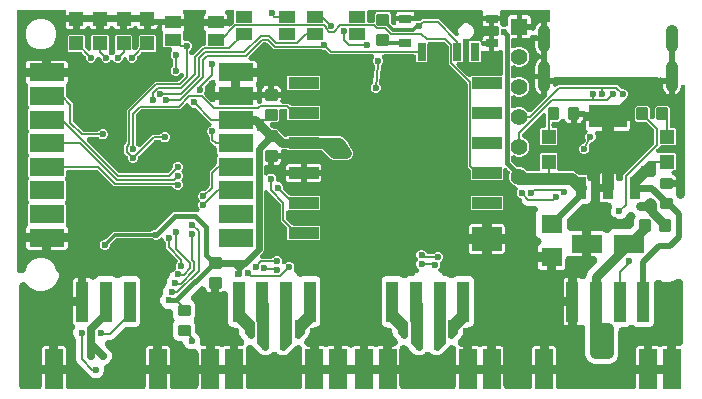
<source format=gbr>
G04 EAGLE Gerber RS-274X export*
G75*
%MOMM*%
%FSLAX34Y34*%
%LPD*%
%INBottom Copper*%
%IPPOS*%
%AMOC8*
5,1,8,0,0,1.08239X$1,22.5*%
G01*
%ADD10R,1.400000X1.050000*%
%ADD11C,0.350000*%
%ADD12R,0.889100X1.965100*%
%ADD13R,3.189100X1.965100*%
%ADD14R,1.800000X1.600000*%
%ADD15R,1.200000X1.200000*%
%ADD16C,1.000000*%
%ADD17R,3.000000X1.500000*%
%ADD18R,2.500000X1.000000*%
%ADD19R,2.500000X2.000000*%
%ADD20R,0.700000X1.500000*%
%ADD21R,1.000000X0.800000*%
%ADD22R,1.500000X3.400000*%
%ADD23R,1.000000X3.500000*%
%ADD24R,1.422400X1.422400*%
%ADD25C,1.422400*%
%ADD26R,2.600000X1.600000*%
%ADD27C,0.200000*%
%ADD28C,0.600000*%
%ADD29C,0.400000*%
%ADD30C,0.800000*%
%ADD31C,0.600000*%
%ADD32C,0.900000*%
%ADD33C,0.300000*%
%ADD34C,0.500000*%
%ADD35C,0.127000*%
%ADD36C,0.700000*%

G36*
X495687Y185580D02*
X495687Y185580D01*
X496021Y186160D01*
X496494Y186633D01*
X497074Y186967D01*
X497720Y187140D01*
X500278Y187140D01*
X500278Y182500D01*
X500281Y182470D01*
X500279Y182440D01*
X500301Y182271D01*
X500318Y182103D01*
X500327Y182074D01*
X500331Y182044D01*
X500386Y181883D01*
X500436Y181721D01*
X500450Y181694D01*
X500460Y181666D01*
X500546Y181520D01*
X500628Y181371D01*
X500647Y181347D01*
X500662Y181321D01*
X500776Y181195D01*
X500885Y181065D01*
X500909Y181046D01*
X500929Y181024D01*
X501065Y180923D01*
X501198Y180817D01*
X501225Y180803D01*
X501249Y180785D01*
X501403Y180713D01*
X501554Y180636D01*
X501583Y180628D01*
X501611Y180615D01*
X501776Y180575D01*
X501939Y180530D01*
X501969Y180527D01*
X501999Y180520D01*
X502277Y180501D01*
X502723Y180501D01*
X502753Y180504D01*
X502783Y180502D01*
X502951Y180524D01*
X503120Y180541D01*
X503149Y180550D01*
X503179Y180554D01*
X503339Y180609D01*
X503502Y180659D01*
X503528Y180673D01*
X503557Y180683D01*
X503703Y180769D01*
X503852Y180850D01*
X503875Y180870D01*
X503901Y180885D01*
X504028Y180998D01*
X504158Y181108D01*
X504176Y181132D01*
X504199Y181152D01*
X504300Y181288D01*
X504406Y181421D01*
X504419Y181448D01*
X504438Y181472D01*
X504510Y181625D01*
X504587Y181777D01*
X504595Y181806D01*
X504608Y181833D01*
X504648Y181999D01*
X504693Y182162D01*
X504695Y182192D01*
X504703Y182221D01*
X504722Y182500D01*
X504722Y187140D01*
X507280Y187140D01*
X507926Y186967D01*
X508506Y186633D01*
X508979Y186160D01*
X509313Y185580D01*
X509486Y184934D01*
X509486Y182500D01*
X509489Y182470D01*
X509487Y182440D01*
X509509Y182271D01*
X509526Y182103D01*
X509535Y182074D01*
X509539Y182044D01*
X509594Y181883D01*
X509644Y181721D01*
X509659Y181694D01*
X509669Y181666D01*
X509754Y181520D01*
X509836Y181371D01*
X509855Y181347D01*
X509871Y181321D01*
X509984Y181195D01*
X510093Y181065D01*
X510117Y181046D01*
X510137Y181024D01*
X510273Y180923D01*
X510406Y180817D01*
X510433Y180803D01*
X510458Y180785D01*
X510611Y180713D01*
X510762Y180636D01*
X510792Y180628D01*
X510819Y180615D01*
X510984Y180575D01*
X511147Y180530D01*
X511178Y180527D01*
X511207Y180520D01*
X511485Y180501D01*
X513515Y180501D01*
X513545Y180504D01*
X513575Y180502D01*
X513743Y180524D01*
X513912Y180541D01*
X513941Y180550D01*
X513971Y180554D01*
X514131Y180609D01*
X514294Y180659D01*
X514320Y180673D01*
X514349Y180683D01*
X514495Y180769D01*
X514644Y180850D01*
X514667Y180870D01*
X514693Y180885D01*
X514820Y180998D01*
X514949Y181108D01*
X514968Y181132D01*
X514991Y181152D01*
X515092Y181288D01*
X515197Y181421D01*
X515211Y181448D01*
X515229Y181472D01*
X515301Y181625D01*
X515378Y181777D01*
X515386Y181806D01*
X515399Y181833D01*
X515440Y181999D01*
X515485Y182162D01*
X515487Y182192D01*
X515494Y182221D01*
X515514Y182500D01*
X515514Y185772D01*
X541374Y211632D01*
X541402Y211667D01*
X541436Y211697D01*
X541528Y211821D01*
X541627Y211941D01*
X541648Y211982D01*
X541675Y212018D01*
X541741Y212158D01*
X541813Y212295D01*
X541826Y212338D01*
X541845Y212379D01*
X541882Y212530D01*
X541925Y212678D01*
X541929Y212723D01*
X541940Y212767D01*
X541959Y213046D01*
X541959Y223001D01*
X541958Y223013D01*
X541958Y223016D01*
X541956Y223035D01*
X541955Y223047D01*
X541957Y223092D01*
X541935Y223245D01*
X541919Y223399D01*
X541906Y223442D01*
X541899Y223487D01*
X541847Y223633D01*
X541801Y223780D01*
X541780Y223820D01*
X541764Y223863D01*
X541684Y223995D01*
X541610Y224131D01*
X541580Y224166D01*
X541557Y224204D01*
X541374Y224415D01*
X535645Y230144D01*
X535610Y230172D01*
X535580Y230206D01*
X535456Y230298D01*
X535336Y230397D01*
X535296Y230418D01*
X535259Y230445D01*
X535119Y230511D01*
X534982Y230583D01*
X534939Y230596D01*
X534898Y230615D01*
X534747Y230652D01*
X534599Y230695D01*
X534554Y230699D01*
X534510Y230710D01*
X534231Y230729D01*
X526999Y230729D01*
X525229Y232499D01*
X525229Y242501D01*
X526999Y244271D01*
X536001Y244271D01*
X537771Y242501D01*
X537771Y235269D01*
X537775Y235224D01*
X537773Y235178D01*
X537795Y235025D01*
X537811Y234871D01*
X537824Y234828D01*
X537831Y234783D01*
X537883Y234638D01*
X537929Y234490D01*
X537950Y234450D01*
X537966Y234407D01*
X538046Y234275D01*
X538120Y234139D01*
X538150Y234105D01*
X538173Y234066D01*
X538356Y233855D01*
X538816Y233395D01*
X538828Y233385D01*
X538838Y233374D01*
X538983Y233259D01*
X539126Y233142D01*
X539139Y233135D01*
X539151Y233126D01*
X539316Y233042D01*
X539479Y232956D01*
X539493Y232952D01*
X539507Y232945D01*
X539684Y232896D01*
X539862Y232844D01*
X539877Y232842D01*
X539892Y232838D01*
X540075Y232825D01*
X540260Y232810D01*
X540275Y232811D01*
X540290Y232810D01*
X540473Y232834D01*
X540657Y232855D01*
X540671Y232860D01*
X540686Y232862D01*
X540861Y232922D01*
X541037Y232979D01*
X541050Y232987D01*
X541064Y232992D01*
X541223Y233085D01*
X541384Y233176D01*
X541396Y233186D01*
X541409Y233194D01*
X541546Y233317D01*
X541686Y233438D01*
X541695Y233450D01*
X541706Y233460D01*
X541816Y233608D01*
X541929Y233755D01*
X541936Y233769D01*
X541945Y233781D01*
X542023Y233948D01*
X542105Y234114D01*
X542108Y234128D01*
X542115Y234142D01*
X542159Y234322D01*
X542205Y234500D01*
X542206Y234515D01*
X542210Y234530D01*
X542229Y234809D01*
X542229Y242501D01*
X543999Y244271D01*
X553001Y244271D01*
X554771Y242501D01*
X554771Y227270D01*
X554774Y227240D01*
X554772Y227210D01*
X554794Y227041D01*
X554811Y226873D01*
X554820Y226844D01*
X554824Y226814D01*
X554879Y226653D01*
X554929Y226491D01*
X554943Y226464D01*
X554953Y226436D01*
X555039Y226290D01*
X555120Y226141D01*
X555140Y226117D01*
X555155Y226091D01*
X555268Y225965D01*
X555378Y225835D01*
X555401Y225816D01*
X555422Y225794D01*
X555558Y225693D01*
X555691Y225587D01*
X555718Y225573D01*
X555742Y225555D01*
X555895Y225483D01*
X556047Y225406D01*
X556076Y225398D01*
X556103Y225385D01*
X556269Y225345D01*
X556432Y225300D01*
X556462Y225297D01*
X556491Y225290D01*
X556770Y225271D01*
X559026Y225271D01*
X559771Y224526D01*
X559771Y211474D01*
X559026Y210729D01*
X547722Y210729D01*
X547676Y210725D01*
X547631Y210727D01*
X547478Y210705D01*
X547324Y210689D01*
X547281Y210676D01*
X547236Y210669D01*
X547090Y210617D01*
X546943Y210571D01*
X546903Y210550D01*
X546860Y210534D01*
X546728Y210454D01*
X546592Y210380D01*
X546557Y210350D01*
X546519Y210327D01*
X546308Y210144D01*
X544585Y208421D01*
X543848Y207684D01*
X543838Y207672D01*
X543827Y207662D01*
X543712Y207517D01*
X543595Y207374D01*
X543588Y207361D01*
X543579Y207349D01*
X543495Y207184D01*
X543409Y207021D01*
X543405Y207007D01*
X543398Y206993D01*
X543349Y206816D01*
X543296Y206638D01*
X543295Y206623D01*
X543291Y206608D01*
X543278Y206425D01*
X543263Y206240D01*
X543264Y206225D01*
X543263Y206210D01*
X543287Y206027D01*
X543308Y205843D01*
X543313Y205829D01*
X543315Y205814D01*
X543375Y205640D01*
X543432Y205463D01*
X543440Y205450D01*
X543445Y205436D01*
X543538Y205277D01*
X543629Y205116D01*
X543639Y205104D01*
X543647Y205091D01*
X543770Y204954D01*
X543891Y204814D01*
X543903Y204805D01*
X543913Y204794D01*
X544061Y204684D01*
X544208Y204571D01*
X544222Y204564D01*
X544234Y204555D01*
X544400Y204477D01*
X544567Y204395D01*
X544581Y204392D01*
X544595Y204385D01*
X544774Y204341D01*
X544953Y204295D01*
X544968Y204294D01*
X544983Y204290D01*
X545262Y204271D01*
X559026Y204271D01*
X559771Y203526D01*
X559771Y190474D01*
X559026Y189729D01*
X558249Y189729D01*
X558242Y189729D01*
X558234Y189729D01*
X558044Y189709D01*
X557852Y189689D01*
X557845Y189687D01*
X557837Y189686D01*
X557655Y189628D01*
X557470Y189571D01*
X557464Y189568D01*
X557457Y189565D01*
X557290Y189473D01*
X557120Y189380D01*
X557114Y189375D01*
X557108Y189371D01*
X556963Y189247D01*
X556815Y189122D01*
X556810Y189116D01*
X556804Y189111D01*
X556687Y188961D01*
X556566Y188809D01*
X556563Y188802D01*
X556558Y188796D01*
X556473Y188625D01*
X556386Y188453D01*
X556384Y188446D01*
X556380Y188439D01*
X556330Y188253D01*
X556279Y188068D01*
X556278Y188061D01*
X556277Y188053D01*
X556264Y187861D01*
X556251Y187670D01*
X556252Y187662D01*
X556252Y187655D01*
X556278Y187465D01*
X556303Y187274D01*
X556305Y187267D01*
X556306Y187259D01*
X556370Y187077D01*
X556433Y186896D01*
X556436Y186889D01*
X556439Y186882D01*
X556538Y186717D01*
X556635Y186551D01*
X556640Y186546D01*
X556644Y186539D01*
X556774Y186396D01*
X556901Y186254D01*
X556907Y186249D01*
X556912Y186244D01*
X557069Y186129D01*
X557222Y186015D01*
X557228Y186012D01*
X557235Y186008D01*
X557484Y185883D01*
X558282Y185552D01*
X558985Y185083D01*
X559583Y184485D01*
X560052Y183782D01*
X560376Y183002D01*
X560553Y182110D01*
X560563Y182077D01*
X560568Y182044D01*
X560621Y181887D01*
X560670Y181728D01*
X560686Y181698D01*
X560697Y181666D01*
X560781Y181523D01*
X560860Y181377D01*
X560882Y181351D01*
X560899Y181321D01*
X561010Y181198D01*
X561116Y181070D01*
X561143Y181049D01*
X561166Y181024D01*
X561299Y180925D01*
X561428Y180821D01*
X561459Y180806D01*
X561486Y180785D01*
X561636Y180715D01*
X561784Y180639D01*
X561817Y180630D01*
X561847Y180615D01*
X562009Y180576D01*
X562168Y180531D01*
X562202Y180528D01*
X562235Y180520D01*
X562514Y180501D01*
X566000Y180501D01*
X566030Y180504D01*
X566060Y180502D01*
X566229Y180524D01*
X566397Y180541D01*
X566426Y180550D01*
X566456Y180554D01*
X566617Y180609D01*
X566779Y180659D01*
X566806Y180673D01*
X566834Y180683D01*
X566980Y180769D01*
X567129Y180850D01*
X567153Y180870D01*
X567179Y180885D01*
X567305Y180998D01*
X567435Y181108D01*
X567454Y181132D01*
X567476Y181152D01*
X567577Y181288D01*
X567683Y181421D01*
X567697Y181448D01*
X567715Y181472D01*
X567787Y181625D01*
X567864Y181777D01*
X567872Y181806D01*
X567885Y181833D01*
X567925Y181999D01*
X567970Y182162D01*
X567973Y182192D01*
X567980Y182221D01*
X567999Y182500D01*
X567999Y260110D01*
X567999Y260113D01*
X567999Y260117D01*
X567979Y260315D01*
X567959Y260507D01*
X567958Y260511D01*
X567958Y260514D01*
X567900Y260700D01*
X567841Y260889D01*
X567839Y260892D01*
X567838Y260896D01*
X567746Y261063D01*
X567650Y261239D01*
X567647Y261242D01*
X567645Y261245D01*
X567521Y261391D01*
X567392Y261544D01*
X567389Y261547D01*
X567387Y261550D01*
X567231Y261672D01*
X567079Y261793D01*
X567076Y261794D01*
X567073Y261797D01*
X566899Y261884D01*
X566723Y261974D01*
X566719Y261975D01*
X566716Y261976D01*
X566525Y262028D01*
X566338Y262080D01*
X566334Y262080D01*
X566331Y262081D01*
X566134Y262094D01*
X565940Y262108D01*
X565936Y262107D01*
X565932Y262108D01*
X565740Y262082D01*
X565544Y262056D01*
X565540Y262055D01*
X565536Y262054D01*
X565353Y261991D01*
X565166Y261927D01*
X565162Y261925D01*
X565159Y261923D01*
X564992Y261825D01*
X564821Y261724D01*
X564818Y261722D01*
X564815Y261720D01*
X564669Y261588D01*
X564524Y261458D01*
X564522Y261455D01*
X564519Y261452D01*
X564402Y261294D01*
X564285Y261138D01*
X564284Y261134D01*
X564281Y261131D01*
X564199Y260953D01*
X564115Y260776D01*
X564114Y260772D01*
X564113Y260769D01*
X564039Y260500D01*
X563751Y259050D01*
X563183Y257678D01*
X562357Y256443D01*
X561307Y255393D01*
X560072Y254567D01*
X558999Y254123D01*
X558999Y254328D01*
X558985Y254471D01*
X558979Y254615D01*
X558965Y254670D01*
X558959Y254725D01*
X558917Y254863D01*
X558882Y255003D01*
X558858Y255053D01*
X558841Y255107D01*
X558772Y255234D01*
X558710Y255364D01*
X558677Y255408D01*
X558650Y255457D01*
X558557Y255568D01*
X558470Y255683D01*
X558428Y255720D01*
X558392Y255763D01*
X558279Y255852D01*
X558172Y255948D01*
X558123Y255976D01*
X558079Y256011D01*
X557951Y256076D01*
X557826Y256149D01*
X557773Y256166D01*
X557723Y256192D01*
X557584Y256230D01*
X557448Y256276D01*
X557392Y256283D01*
X557338Y256298D01*
X557195Y256308D01*
X557051Y256327D01*
X556996Y256322D01*
X556940Y256326D01*
X556797Y256308D01*
X556653Y256297D01*
X556584Y256280D01*
X556544Y256274D01*
X556492Y256257D01*
X556477Y256260D01*
X556338Y256298D01*
X556282Y256302D01*
X556228Y256314D01*
X556084Y256316D01*
X555940Y256326D01*
X555884Y256319D01*
X555828Y256320D01*
X555687Y256293D01*
X555544Y256274D01*
X555491Y256256D01*
X555436Y256246D01*
X555302Y256192D01*
X555166Y256145D01*
X555117Y256117D01*
X555066Y256096D01*
X554945Y256016D01*
X554821Y255943D01*
X554780Y255906D01*
X554733Y255875D01*
X554631Y255772D01*
X554524Y255676D01*
X554490Y255631D01*
X554451Y255592D01*
X554371Y255471D01*
X554285Y255356D01*
X554261Y255305D01*
X554230Y255259D01*
X554176Y255125D01*
X554115Y254995D01*
X554102Y254940D01*
X554081Y254888D01*
X554054Y254746D01*
X554020Y254607D01*
X554015Y254536D01*
X554008Y254496D01*
X554009Y254441D01*
X554001Y254328D01*
X554001Y254123D01*
X552928Y254567D01*
X551693Y255393D01*
X550643Y256443D01*
X549817Y257678D01*
X549249Y259050D01*
X548959Y260507D01*
X548959Y266261D01*
X548949Y266368D01*
X548948Y266476D01*
X548929Y266566D01*
X548919Y266658D01*
X548888Y266761D01*
X548865Y266866D01*
X548829Y266951D01*
X548801Y267040D01*
X548750Y267135D01*
X548707Y267233D01*
X548654Y267309D01*
X548610Y267390D01*
X548540Y267473D01*
X548479Y267561D01*
X548412Y267625D01*
X548352Y267696D01*
X548268Y267763D01*
X548190Y267837D01*
X548112Y267886D01*
X548039Y267944D01*
X547943Y267993D01*
X547852Y268050D01*
X547766Y268083D01*
X547683Y268125D01*
X547580Y268154D01*
X547479Y268192D01*
X547387Y268207D01*
X547298Y268231D01*
X547191Y268239D01*
X547085Y268256D01*
X546992Y268253D01*
X546900Y268259D01*
X546793Y268245D01*
X546686Y268241D01*
X546596Y268219D01*
X546504Y268207D01*
X546402Y268173D01*
X546297Y268147D01*
X546188Y268100D01*
X544500Y268242D01*
X544445Y268241D01*
X544332Y268249D01*
X461528Y268249D01*
X461341Y268230D01*
X461151Y268213D01*
X461141Y268210D01*
X461131Y268209D01*
X461060Y268187D01*
X460000Y268246D01*
X459959Y268244D01*
X459889Y268249D01*
X458814Y268249D01*
X458640Y268302D01*
X458628Y268304D01*
X458620Y268306D01*
X458588Y268309D01*
X458363Y268337D01*
X458151Y268349D01*
X458065Y268345D01*
X457980Y268351D01*
X457866Y268336D01*
X457752Y268331D01*
X457669Y268310D01*
X457584Y268299D01*
X457475Y268262D01*
X457364Y268234D01*
X457287Y268197D01*
X457206Y268170D01*
X457107Y268112D01*
X457004Y268062D01*
X456935Y268011D01*
X456861Y267968D01*
X456776Y267891D01*
X456684Y267822D01*
X456628Y267758D01*
X456564Y267701D01*
X456495Y267609D01*
X456419Y267524D01*
X456376Y267449D01*
X456325Y267381D01*
X456276Y267277D01*
X456219Y267178D01*
X456192Y267097D01*
X456155Y267019D01*
X456128Y266908D01*
X456091Y266800D01*
X456081Y266714D01*
X456060Y266631D01*
X456048Y266455D01*
X456041Y266403D01*
X456043Y266383D01*
X456041Y266353D01*
X456041Y262388D01*
X456042Y262373D01*
X456041Y262358D01*
X456062Y262173D01*
X456081Y261991D01*
X456085Y261976D01*
X456087Y261961D01*
X456144Y261786D01*
X456199Y261609D01*
X456206Y261596D01*
X456211Y261582D01*
X456301Y261421D01*
X456390Y261259D01*
X456400Y261247D01*
X456408Y261234D01*
X456529Y261094D01*
X456648Y260953D01*
X456660Y260944D01*
X456670Y260933D01*
X456817Y260820D01*
X456961Y260705D01*
X456974Y260698D01*
X456986Y260689D01*
X457152Y260608D01*
X457317Y260524D01*
X457331Y260520D01*
X457345Y260514D01*
X457525Y260467D01*
X457702Y260418D01*
X457717Y260417D01*
X457732Y260413D01*
X457916Y260403D01*
X458100Y260390D01*
X458115Y260392D01*
X458130Y260391D01*
X458312Y260418D01*
X458496Y260442D01*
X458511Y260447D01*
X458526Y260449D01*
X458699Y260511D01*
X458874Y260571D01*
X458887Y260579D01*
X458902Y260584D01*
X459060Y260680D01*
X459219Y260773D01*
X459230Y260783D01*
X459243Y260791D01*
X459454Y260975D01*
X460050Y261571D01*
X510671Y261571D01*
X513355Y258886D01*
X513390Y258858D01*
X513420Y258824D01*
X513544Y258732D01*
X513664Y258633D01*
X513704Y258612D01*
X513741Y258585D01*
X513881Y258519D01*
X514018Y258447D01*
X514061Y258434D01*
X514102Y258415D01*
X514253Y258378D01*
X514401Y258335D01*
X514446Y258331D01*
X514490Y258320D01*
X514769Y258301D01*
X515850Y258301D01*
X517419Y257651D01*
X518621Y256449D01*
X519271Y254880D01*
X519271Y253180D01*
X518621Y251611D01*
X517933Y250924D01*
X517836Y250805D01*
X517734Y250691D01*
X517710Y250651D01*
X517681Y250615D01*
X517609Y250479D01*
X517531Y250347D01*
X517516Y250303D01*
X517494Y250261D01*
X517451Y250114D01*
X517401Y249969D01*
X517395Y249923D01*
X517382Y249878D01*
X517369Y249725D01*
X517349Y249573D01*
X517352Y249527D01*
X517348Y249480D01*
X517366Y249328D01*
X517376Y249175D01*
X517389Y249129D01*
X517394Y249083D01*
X517441Y248938D01*
X517482Y248789D01*
X517503Y248748D01*
X517518Y248703D01*
X517593Y248570D01*
X517663Y248433D01*
X517692Y248397D01*
X517715Y248356D01*
X517815Y248240D01*
X517910Y248120D01*
X517946Y248090D01*
X517977Y248054D01*
X518098Y247961D01*
X518215Y247862D01*
X518256Y247839D01*
X518293Y247811D01*
X518431Y247744D01*
X518566Y247670D01*
X518621Y247651D01*
X518652Y247635D01*
X518707Y247621D01*
X518830Y247579D01*
X519426Y247419D01*
X520006Y247085D01*
X520479Y246612D01*
X520813Y246032D01*
X520986Y245386D01*
X520986Y239225D01*
X504500Y239225D01*
X504470Y239222D01*
X504440Y239224D01*
X504271Y239202D01*
X504103Y239185D01*
X504074Y239176D01*
X504044Y239172D01*
X503883Y239117D01*
X503721Y239067D01*
X503695Y239053D01*
X503666Y239043D01*
X503520Y238957D01*
X503371Y238876D01*
X503347Y238856D01*
X503321Y238841D01*
X503195Y238728D01*
X503065Y238618D01*
X503046Y238594D01*
X503024Y238574D01*
X502923Y238438D01*
X502817Y238305D01*
X502803Y238278D01*
X502785Y238254D01*
X502713Y238101D01*
X502636Y237949D01*
X502628Y237920D01*
X502615Y237892D01*
X502575Y237727D01*
X502530Y237564D01*
X502528Y237534D01*
X502520Y237504D01*
X502501Y237226D01*
X502501Y235225D01*
X502499Y235225D01*
X502499Y237226D01*
X502496Y237256D01*
X502498Y237286D01*
X502476Y237455D01*
X502459Y237623D01*
X502450Y237652D01*
X502446Y237682D01*
X502391Y237843D01*
X502341Y238005D01*
X502327Y238032D01*
X502317Y238060D01*
X502231Y238206D01*
X502150Y238355D01*
X502130Y238379D01*
X502115Y238405D01*
X502002Y238531D01*
X501892Y238661D01*
X501868Y238680D01*
X501848Y238702D01*
X501712Y238803D01*
X501579Y238909D01*
X501552Y238923D01*
X501528Y238941D01*
X501375Y239013D01*
X501223Y239090D01*
X501194Y239098D01*
X501166Y239111D01*
X501001Y239151D01*
X500838Y239196D01*
X500808Y239198D01*
X500778Y239206D01*
X500500Y239225D01*
X483588Y239225D01*
X483516Y239305D01*
X483407Y239435D01*
X483383Y239454D01*
X483363Y239476D01*
X483227Y239577D01*
X483094Y239683D01*
X483067Y239697D01*
X483042Y239715D01*
X482889Y239787D01*
X482738Y239864D01*
X482708Y239872D01*
X482681Y239885D01*
X482516Y239925D01*
X482353Y239970D01*
X482322Y239973D01*
X482293Y239980D01*
X482014Y239999D01*
X474000Y239999D01*
X473970Y239996D01*
X473940Y239998D01*
X473771Y239976D01*
X473603Y239959D01*
X473574Y239950D01*
X473544Y239946D01*
X473383Y239891D01*
X473221Y239841D01*
X473195Y239827D01*
X473166Y239817D01*
X473020Y239731D01*
X472871Y239650D01*
X472848Y239630D01*
X472821Y239615D01*
X472695Y239502D01*
X472565Y239392D01*
X472547Y239369D01*
X472524Y239348D01*
X472423Y239212D01*
X472317Y239079D01*
X472303Y239052D01*
X472285Y239028D01*
X472213Y238875D01*
X472188Y238824D01*
X472166Y238817D01*
X472020Y238731D01*
X471870Y238649D01*
X471847Y238630D01*
X471821Y238615D01*
X471695Y238501D01*
X471565Y238392D01*
X471546Y238368D01*
X471524Y238348D01*
X471423Y238212D01*
X471317Y238079D01*
X471303Y238052D01*
X471285Y238028D01*
X471213Y237874D01*
X471136Y237723D01*
X471128Y237694D01*
X471115Y237666D01*
X471075Y237501D01*
X471030Y237338D01*
X471027Y237308D01*
X471020Y237278D01*
X471001Y237000D01*
X471001Y229459D01*
X469827Y229459D01*
X468998Y229624D01*
X468218Y229948D01*
X467515Y230417D01*
X466917Y231015D01*
X466448Y231718D01*
X466287Y232106D01*
X466276Y232126D01*
X466269Y232147D01*
X466182Y232302D01*
X466098Y232457D01*
X466083Y232475D01*
X466072Y232495D01*
X465956Y232628D01*
X465843Y232765D01*
X465825Y232779D01*
X465810Y232796D01*
X465670Y232904D01*
X465532Y233015D01*
X465512Y233026D01*
X465493Y233040D01*
X465334Y233118D01*
X465177Y233199D01*
X465155Y233205D01*
X465135Y233215D01*
X464964Y233260D01*
X464793Y233308D01*
X464770Y233310D01*
X464748Y233316D01*
X464572Y233325D01*
X464395Y233339D01*
X464372Y233336D01*
X464349Y233338D01*
X464175Y233312D01*
X463998Y233290D01*
X463977Y233283D01*
X463954Y233280D01*
X463787Y233220D01*
X463619Y233164D01*
X463600Y233152D01*
X463578Y233145D01*
X463427Y233053D01*
X463273Y232964D01*
X463256Y232949D01*
X463237Y232937D01*
X463026Y232754D01*
X461001Y230729D01*
X456770Y230729D01*
X456740Y230726D01*
X456710Y230728D01*
X456541Y230706D01*
X456373Y230689D01*
X456344Y230680D01*
X456314Y230676D01*
X456153Y230621D01*
X455991Y230571D01*
X455964Y230557D01*
X455936Y230547D01*
X455790Y230461D01*
X455641Y230380D01*
X455617Y230360D01*
X455591Y230345D01*
X455465Y230232D01*
X455335Y230122D01*
X455316Y230099D01*
X455294Y230078D01*
X455193Y229942D01*
X455087Y229809D01*
X455073Y229782D01*
X455055Y229758D01*
X454983Y229605D01*
X454906Y229453D01*
X454898Y229424D01*
X454885Y229397D01*
X454845Y229231D01*
X454800Y229068D01*
X454797Y229038D01*
X454790Y229009D01*
X454771Y228730D01*
X454771Y227270D01*
X454774Y227240D01*
X454772Y227210D01*
X454794Y227041D01*
X454811Y226873D01*
X454820Y226844D01*
X454824Y226814D01*
X454879Y226653D01*
X454929Y226491D01*
X454943Y226464D01*
X454953Y226436D01*
X455039Y226290D01*
X455120Y226141D01*
X455140Y226117D01*
X455155Y226091D01*
X455268Y225965D01*
X455378Y225835D01*
X455401Y225816D01*
X455422Y225794D01*
X455558Y225693D01*
X455691Y225587D01*
X455718Y225573D01*
X455742Y225555D01*
X455895Y225483D01*
X456047Y225406D01*
X456076Y225398D01*
X456103Y225385D01*
X456269Y225345D01*
X456432Y225300D01*
X456462Y225297D01*
X456491Y225290D01*
X456770Y225271D01*
X459026Y225271D01*
X459771Y224526D01*
X459771Y211474D01*
X459026Y210729D01*
X445974Y210729D01*
X445229Y211474D01*
X445229Y224526D01*
X445974Y225271D01*
X448230Y225271D01*
X448260Y225274D01*
X448290Y225272D01*
X448459Y225294D01*
X448627Y225311D01*
X448656Y225320D01*
X448686Y225324D01*
X448847Y225379D01*
X449009Y225429D01*
X449036Y225443D01*
X449064Y225453D01*
X449210Y225539D01*
X449359Y225620D01*
X449383Y225640D01*
X449409Y225655D01*
X449535Y225768D01*
X449665Y225878D01*
X449684Y225901D01*
X449706Y225922D01*
X449807Y226058D01*
X449913Y226191D01*
X449927Y226218D01*
X449945Y226242D01*
X450017Y226395D01*
X450094Y226547D01*
X450102Y226576D01*
X450115Y226603D01*
X450155Y226768D01*
X450200Y226932D01*
X450203Y226962D01*
X450210Y226991D01*
X450229Y227270D01*
X450229Y235876D01*
X450228Y235892D01*
X450229Y235907D01*
X450208Y236090D01*
X450189Y236274D01*
X450185Y236288D01*
X450183Y236303D01*
X450126Y236479D01*
X450071Y236655D01*
X450064Y236669D01*
X450059Y236683D01*
X449969Y236843D01*
X449880Y237006D01*
X449870Y237018D01*
X449862Y237031D01*
X449741Y237170D01*
X449622Y237311D01*
X449610Y237321D01*
X449600Y237332D01*
X449454Y237445D01*
X449309Y237559D01*
X449296Y237566D01*
X449284Y237576D01*
X449118Y237656D01*
X448953Y237740D01*
X448938Y237744D01*
X448925Y237751D01*
X448746Y237798D01*
X448568Y237847D01*
X448553Y237848D01*
X448538Y237852D01*
X448355Y237862D01*
X448170Y237875D01*
X448155Y237873D01*
X448140Y237874D01*
X447957Y237847D01*
X447774Y237823D01*
X447759Y237818D01*
X447744Y237816D01*
X447570Y237753D01*
X447396Y237693D01*
X447383Y237686D01*
X447369Y237681D01*
X447211Y237585D01*
X447051Y237491D01*
X447040Y237481D01*
X447027Y237473D01*
X446816Y237290D01*
X430356Y220830D01*
X430328Y220795D01*
X430294Y220765D01*
X430202Y220641D01*
X430103Y220521D01*
X430082Y220481D01*
X430055Y220444D01*
X429989Y220304D01*
X429917Y220168D01*
X429904Y220124D01*
X429885Y220083D01*
X429848Y219933D01*
X429805Y219784D01*
X429801Y219739D01*
X429790Y219695D01*
X429771Y219416D01*
X429771Y218869D01*
X429775Y218831D01*
X429772Y218793D01*
X429794Y218632D01*
X429811Y218471D01*
X429822Y218435D01*
X429827Y218398D01*
X429881Y218245D01*
X429929Y218090D01*
X429947Y218056D01*
X429959Y218021D01*
X430042Y217882D01*
X430120Y217739D01*
X430145Y217710D01*
X430164Y217678D01*
X430273Y217558D01*
X430378Y217434D01*
X430407Y217410D01*
X430433Y217382D01*
X430564Y217286D01*
X430691Y217186D01*
X430724Y217169D01*
X430755Y217146D01*
X431005Y217022D01*
X432248Y216507D01*
X434607Y214148D01*
X435883Y211067D01*
X435883Y207733D01*
X434607Y204652D01*
X432248Y202293D01*
X429167Y201017D01*
X425833Y201017D01*
X423153Y202127D01*
X423131Y202134D01*
X423111Y202144D01*
X422940Y202191D01*
X422771Y202242D01*
X422748Y202244D01*
X422726Y202251D01*
X422549Y202263D01*
X422373Y202279D01*
X422350Y202277D01*
X422328Y202278D01*
X422152Y202255D01*
X421976Y202236D01*
X421954Y202230D01*
X421932Y202227D01*
X421764Y202169D01*
X421595Y202115D01*
X421575Y202104D01*
X421554Y202097D01*
X421401Y202007D01*
X421246Y201921D01*
X421229Y201906D01*
X421209Y201895D01*
X421078Y201777D01*
X420943Y201661D01*
X420929Y201643D01*
X420912Y201628D01*
X420806Y201487D01*
X420697Y201347D01*
X420687Y201326D01*
X420673Y201308D01*
X420598Y201148D01*
X420519Y200989D01*
X420513Y200967D01*
X420503Y200947D01*
X420461Y200775D01*
X420415Y200603D01*
X420414Y200581D01*
X420408Y200559D01*
X420389Y200280D01*
X420389Y197949D01*
X420393Y197903D01*
X420391Y197858D01*
X420413Y197705D01*
X420429Y197551D01*
X420442Y197508D01*
X420449Y197463D01*
X420501Y197317D01*
X420547Y197170D01*
X420568Y197130D01*
X420584Y197087D01*
X420664Y196955D01*
X420738Y196819D01*
X420768Y196784D01*
X420791Y196746D01*
X420974Y196535D01*
X424541Y192968D01*
X424576Y192940D01*
X424606Y192906D01*
X424730Y192814D01*
X424850Y192715D01*
X424890Y192694D01*
X424927Y192667D01*
X425067Y192601D01*
X425203Y192529D01*
X425247Y192516D01*
X425288Y192497D01*
X425438Y192460D01*
X425587Y192417D01*
X425632Y192413D01*
X425676Y192402D01*
X425955Y192383D01*
X429167Y192383D01*
X432248Y191107D01*
X434099Y189256D01*
X434134Y189228D01*
X434164Y189194D01*
X434288Y189102D01*
X434408Y189003D01*
X434448Y188982D01*
X434484Y188955D01*
X434624Y188889D01*
X434761Y188817D01*
X434805Y188804D01*
X434846Y188785D01*
X434996Y188748D01*
X435144Y188705D01*
X435190Y188701D01*
X435234Y188690D01*
X435512Y188671D01*
X443230Y188671D01*
X443260Y188674D01*
X443290Y188672D01*
X443459Y188694D01*
X443627Y188711D01*
X443656Y188720D01*
X443686Y188724D01*
X443847Y188779D01*
X444009Y188829D01*
X444036Y188843D01*
X444064Y188853D01*
X444210Y188939D01*
X444359Y189020D01*
X444383Y189040D01*
X444409Y189055D01*
X444535Y189168D01*
X444665Y189278D01*
X444684Y189301D01*
X444706Y189322D01*
X444807Y189458D01*
X444913Y189591D01*
X444927Y189618D01*
X444945Y189642D01*
X445017Y189795D01*
X445094Y189947D01*
X445102Y189976D01*
X445115Y190003D01*
X445155Y190169D01*
X445200Y190332D01*
X445203Y190362D01*
X445210Y190391D01*
X445229Y190670D01*
X445229Y203526D01*
X445974Y204271D01*
X459026Y204271D01*
X459771Y203526D01*
X459771Y190670D01*
X459774Y190640D01*
X459772Y190610D01*
X459794Y190441D01*
X459811Y190273D01*
X459820Y190244D01*
X459824Y190214D01*
X459879Y190053D01*
X459929Y189891D01*
X459943Y189864D01*
X459953Y189836D01*
X460039Y189690D01*
X460120Y189541D01*
X460140Y189517D01*
X460155Y189491D01*
X460268Y189365D01*
X460378Y189235D01*
X460401Y189216D01*
X460422Y189194D01*
X460558Y189093D01*
X460691Y188987D01*
X460718Y188973D01*
X460742Y188955D01*
X460895Y188883D01*
X461047Y188806D01*
X461076Y188798D01*
X461103Y188785D01*
X461269Y188745D01*
X461432Y188700D01*
X461462Y188697D01*
X461491Y188690D01*
X461770Y188671D01*
X473121Y188671D01*
X475426Y187716D01*
X476686Y186456D01*
X476722Y186427D01*
X476752Y186393D01*
X476876Y186301D01*
X476996Y186203D01*
X477036Y186182D01*
X477072Y186155D01*
X477212Y186089D01*
X477349Y186017D01*
X477392Y186004D01*
X477434Y185985D01*
X477584Y185948D01*
X477732Y185904D01*
X477777Y185901D01*
X477822Y185890D01*
X478100Y185870D01*
X484472Y185870D01*
X485216Y185126D01*
X485216Y182500D01*
X485219Y182470D01*
X485217Y182440D01*
X485239Y182271D01*
X485256Y182103D01*
X485265Y182074D01*
X485269Y182044D01*
X485324Y181883D01*
X485374Y181721D01*
X485389Y181694D01*
X485399Y181666D01*
X485484Y181520D01*
X485566Y181371D01*
X485585Y181347D01*
X485601Y181321D01*
X485714Y181195D01*
X485823Y181065D01*
X485847Y181046D01*
X485867Y181024D01*
X486003Y180923D01*
X486136Y180817D01*
X486163Y180803D01*
X486188Y180785D01*
X486341Y180713D01*
X486492Y180636D01*
X486522Y180628D01*
X486549Y180615D01*
X486714Y180575D01*
X486877Y180530D01*
X486908Y180527D01*
X486937Y180520D01*
X487215Y180501D01*
X487946Y180501D01*
X487946Y178599D01*
X487963Y178382D01*
X487973Y178164D01*
X487983Y178118D01*
X487986Y178072D01*
X488035Y177860D01*
X488079Y177646D01*
X488096Y177595D01*
X488105Y177557D01*
X488140Y177468D01*
X488213Y177260D01*
X488501Y176564D01*
X488501Y172984D01*
X488213Y172288D01*
X488145Y172081D01*
X488071Y171876D01*
X488062Y171830D01*
X488048Y171786D01*
X488012Y171571D01*
X487970Y171357D01*
X487967Y171303D01*
X487960Y171264D01*
X487959Y171168D01*
X487946Y170949D01*
X487946Y164153D01*
X487337Y162682D01*
X486212Y161557D01*
X484741Y160948D01*
X482298Y160948D01*
X482187Y160939D01*
X482075Y160941D01*
X481923Y160919D01*
X481771Y160908D01*
X481662Y160883D01*
X481552Y160867D01*
X481405Y160823D01*
X481255Y160789D01*
X481152Y160748D01*
X481045Y160716D01*
X480906Y160650D01*
X480764Y160594D01*
X480668Y160537D01*
X480567Y160490D01*
X480440Y160404D01*
X480308Y160327D01*
X480221Y160257D01*
X480129Y160194D01*
X479972Y160055D01*
X479897Y159994D01*
X479868Y159962D01*
X479823Y159923D01*
X469026Y149125D01*
X468953Y149041D01*
X468873Y148963D01*
X468781Y148840D01*
X468681Y148724D01*
X468622Y148630D01*
X468555Y148541D01*
X468482Y148406D01*
X468401Y148276D01*
X468357Y148174D01*
X468304Y148075D01*
X468252Y147931D01*
X468191Y147790D01*
X468163Y147683D01*
X468126Y147578D01*
X468096Y147427D01*
X468058Y147279D01*
X468046Y147168D01*
X468025Y147059D01*
X468012Y146849D01*
X468002Y146753D01*
X468004Y146710D01*
X468001Y146651D01*
X468001Y141540D01*
X468013Y141378D01*
X468016Y141216D01*
X468033Y141115D01*
X468041Y141013D01*
X468077Y140855D01*
X468104Y140694D01*
X468137Y140597D01*
X468160Y140498D01*
X468219Y140347D01*
X468271Y140192D01*
X468317Y140101D01*
X468355Y140006D01*
X468437Y139866D01*
X468510Y139721D01*
X468570Y139638D01*
X468622Y139550D01*
X468724Y139423D01*
X468819Y139292D01*
X468890Y139219D01*
X468954Y139139D01*
X469075Y139029D01*
X469188Y138913D01*
X469270Y138852D01*
X469345Y138783D01*
X469480Y138693D01*
X469610Y138595D01*
X469700Y138546D01*
X469785Y138490D01*
X469932Y138421D01*
X470075Y138344D01*
X470172Y138309D01*
X470264Y138266D01*
X470420Y138220D01*
X470573Y138166D01*
X470674Y138146D01*
X470772Y138117D01*
X470932Y138096D01*
X471092Y138065D01*
X471218Y138057D01*
X471296Y138047D01*
X471375Y138048D01*
X471500Y138041D01*
X480501Y138041D01*
X480501Y128000D01*
X480513Y127838D01*
X480516Y127676D01*
X480533Y127575D01*
X480540Y127485D01*
X480525Y127408D01*
X480517Y127282D01*
X480507Y127204D01*
X480508Y127125D01*
X480501Y127000D01*
X480501Y116959D01*
X471250Y116959D01*
X470723Y117064D01*
X470483Y117093D01*
X470244Y117125D01*
X470221Y117125D01*
X470198Y117128D01*
X469957Y117120D01*
X469716Y117116D01*
X469693Y117112D01*
X469669Y117112D01*
X469433Y117068D01*
X469194Y117028D01*
X469172Y117020D01*
X469149Y117016D01*
X468923Y116938D01*
X468692Y116862D01*
X468672Y116851D01*
X468650Y116843D01*
X468436Y116731D01*
X468221Y116622D01*
X468202Y116608D01*
X468182Y116597D01*
X467987Y116454D01*
X467792Y116313D01*
X467775Y116297D01*
X467756Y116283D01*
X467586Y116113D01*
X467413Y115944D01*
X467399Y115925D01*
X467383Y115909D01*
X467241Y115715D01*
X467095Y115522D01*
X467084Y115501D01*
X467070Y115483D01*
X466959Y115270D01*
X466844Y115057D01*
X466836Y115035D01*
X466825Y115014D01*
X466747Y114785D01*
X466666Y114559D01*
X466661Y114536D01*
X466654Y114514D01*
X466611Y114278D01*
X466565Y114040D01*
X466563Y114013D01*
X466559Y113994D01*
X466557Y113915D01*
X466541Y113632D01*
X466541Y107750D01*
X466443Y107259D01*
X466252Y106796D01*
X465974Y106380D01*
X465620Y106026D01*
X465204Y105748D01*
X464741Y105557D01*
X464250Y105459D01*
X458999Y105459D01*
X458999Y115500D01*
X458987Y115662D01*
X458984Y115824D01*
X458967Y115925D01*
X458959Y116027D01*
X458923Y116185D01*
X458896Y116345D01*
X458863Y116443D01*
X458840Y116542D01*
X458781Y116693D01*
X458729Y116847D01*
X458683Y116938D01*
X458645Y117034D01*
X458563Y117174D01*
X458490Y117318D01*
X458430Y117401D01*
X458378Y117490D01*
X458276Y117616D01*
X458181Y117748D01*
X458110Y117821D01*
X458046Y117901D01*
X457925Y118010D01*
X457812Y118126D01*
X457730Y118188D01*
X457655Y118257D01*
X457520Y118347D01*
X457416Y118425D01*
X457378Y118490D01*
X457276Y118617D01*
X457181Y118748D01*
X457110Y118821D01*
X457045Y118901D01*
X456925Y119011D01*
X456812Y119127D01*
X456730Y119188D01*
X456655Y119257D01*
X456519Y119347D01*
X456390Y119445D01*
X456300Y119494D01*
X456215Y119550D01*
X456067Y119619D01*
X455924Y119696D01*
X455828Y119731D01*
X455735Y119774D01*
X455580Y119820D01*
X455427Y119874D01*
X455326Y119894D01*
X455228Y119923D01*
X455067Y119944D01*
X454908Y119975D01*
X454782Y119983D01*
X454704Y119993D01*
X454625Y119992D01*
X454500Y119999D01*
X443459Y119999D01*
X443459Y124250D01*
X443557Y124741D01*
X443748Y125204D01*
X444026Y125620D01*
X444380Y125974D01*
X444819Y126267D01*
X444925Y126350D01*
X445037Y126425D01*
X445133Y126513D01*
X445236Y126593D01*
X445328Y126691D01*
X445427Y126782D01*
X445509Y126883D01*
X445598Y126978D01*
X445674Y127089D01*
X445759Y127194D01*
X445824Y127306D01*
X445898Y127413D01*
X445957Y127534D01*
X446025Y127651D01*
X446072Y127772D01*
X446129Y127889D01*
X446169Y128018D01*
X446218Y128143D01*
X446247Y128269D01*
X446286Y128394D01*
X446306Y128527D01*
X446336Y128658D01*
X446345Y128788D01*
X446365Y128917D01*
X446365Y129051D01*
X446375Y129186D01*
X446364Y129315D01*
X446364Y129445D01*
X446344Y129578D01*
X446333Y129713D01*
X446304Y129839D01*
X446284Y129968D01*
X446244Y130096D01*
X446213Y130227D01*
X446165Y130348D01*
X446126Y130472D01*
X446067Y130593D01*
X446016Y130718D01*
X445950Y130831D01*
X445893Y130947D01*
X445817Y131058D01*
X445748Y131174D01*
X445666Y131275D01*
X445592Y131382D01*
X445500Y131480D01*
X445415Y131584D01*
X445318Y131671D01*
X445229Y131766D01*
X445122Y131849D01*
X445023Y131939D01*
X444914Y132011D01*
X444812Y132091D01*
X444694Y132157D01*
X444582Y132231D01*
X444431Y132304D01*
X444351Y132349D01*
X444294Y132371D01*
X444214Y132409D01*
X443734Y132608D01*
X442608Y133734D01*
X441999Y135204D01*
X441999Y152796D01*
X442867Y154891D01*
X442884Y154944D01*
X442908Y154994D01*
X442967Y155195D01*
X443032Y155393D01*
X443041Y155448D01*
X443057Y155502D01*
X443085Y155709D01*
X443119Y155915D01*
X443120Y155971D01*
X443127Y156026D01*
X443124Y156234D01*
X443127Y156443D01*
X443119Y156499D01*
X443118Y156554D01*
X443083Y156760D01*
X443055Y156967D01*
X443039Y157021D01*
X443030Y157076D01*
X442964Y157274D01*
X442905Y157474D01*
X442881Y157525D01*
X442864Y157578D01*
X442769Y157763D01*
X442680Y157953D01*
X442649Y157999D01*
X442624Y158049D01*
X442502Y158218D01*
X442386Y158392D01*
X442348Y158433D01*
X442316Y158478D01*
X442170Y158627D01*
X442029Y158782D01*
X441985Y158817D01*
X441946Y158857D01*
X441780Y158982D01*
X441617Y159113D01*
X441569Y159141D01*
X441524Y159175D01*
X441340Y159274D01*
X441160Y159379D01*
X441108Y159400D01*
X441059Y159426D01*
X440862Y159497D01*
X440668Y159573D01*
X440614Y159585D01*
X440561Y159604D01*
X440356Y159644D01*
X440152Y159691D01*
X440097Y159695D01*
X440042Y159705D01*
X439634Y159729D01*
X433873Y159729D01*
X432035Y160491D01*
X430052Y162474D01*
X429967Y162547D01*
X429889Y162627D01*
X429767Y162719D01*
X429651Y162819D01*
X429556Y162878D01*
X429499Y162921D01*
X429499Y164542D01*
X429495Y164580D01*
X429498Y164617D01*
X429476Y164778D01*
X429459Y164939D01*
X429448Y164975D01*
X429443Y165013D01*
X429389Y165166D01*
X429341Y165321D01*
X429323Y165354D01*
X429311Y165390D01*
X429228Y165529D01*
X429150Y165671D01*
X429125Y165700D01*
X429106Y165733D01*
X428997Y165853D01*
X428892Y165977D01*
X428863Y166000D01*
X428837Y166028D01*
X428707Y166124D01*
X428579Y166225D01*
X428545Y166242D01*
X428515Y166264D01*
X428265Y166389D01*
X427081Y166879D01*
X425879Y168081D01*
X425229Y169650D01*
X425229Y171350D01*
X425927Y173035D01*
X425935Y173045D01*
X426014Y173203D01*
X426097Y173360D01*
X426103Y173382D01*
X426113Y173402D01*
X426159Y173573D01*
X426209Y173743D01*
X426211Y173766D01*
X426217Y173788D01*
X426228Y173964D01*
X426243Y174141D01*
X426241Y174164D01*
X426242Y174187D01*
X426218Y174361D01*
X426197Y174538D01*
X426190Y174560D01*
X426187Y174582D01*
X426129Y174749D01*
X426074Y174917D01*
X426062Y174937D01*
X426055Y174959D01*
X425964Y175111D01*
X425877Y175265D01*
X425862Y175282D01*
X425850Y175302D01*
X425731Y175433D01*
X425615Y175567D01*
X425597Y175581D01*
X425581Y175598D01*
X425438Y175702D01*
X425298Y175810D01*
X425278Y175820D01*
X425259Y175834D01*
X425009Y175958D01*
X422752Y176893D01*
X420393Y179252D01*
X419117Y182333D01*
X419117Y185667D01*
X419623Y186889D01*
X419634Y186926D01*
X419651Y186960D01*
X419692Y187116D01*
X419739Y187272D01*
X419742Y187309D01*
X419752Y187346D01*
X419761Y187508D01*
X419776Y187670D01*
X419771Y187707D01*
X419774Y187745D01*
X419750Y187905D01*
X419733Y188067D01*
X419721Y188103D01*
X419716Y188140D01*
X419661Y188293D01*
X419612Y188447D01*
X419593Y188480D01*
X419580Y188516D01*
X419496Y188655D01*
X419417Y188796D01*
X419393Y188825D01*
X419373Y188857D01*
X419190Y189068D01*
X417184Y191075D01*
X417172Y191084D01*
X417162Y191096D01*
X417018Y191210D01*
X416874Y191327D01*
X416861Y191334D01*
X416849Y191344D01*
X416684Y191428D01*
X416521Y191514D01*
X416507Y191518D01*
X416493Y191525D01*
X416315Y191574D01*
X416138Y191626D01*
X416123Y191627D01*
X416108Y191631D01*
X415925Y191644D01*
X415740Y191660D01*
X415725Y191658D01*
X415710Y191659D01*
X415526Y191635D01*
X415343Y191614D01*
X415329Y191609D01*
X415314Y191607D01*
X415139Y191547D01*
X414963Y191490D01*
X414950Y191483D01*
X414936Y191478D01*
X414776Y191384D01*
X414616Y191293D01*
X414604Y191283D01*
X414591Y191276D01*
X414454Y191153D01*
X414314Y191031D01*
X414305Y191019D01*
X414294Y191009D01*
X414184Y190862D01*
X414071Y190714D01*
X414064Y190701D01*
X414055Y190689D01*
X413977Y190522D01*
X413895Y190356D01*
X413892Y190341D01*
X413885Y190327D01*
X413841Y190147D01*
X413795Y189969D01*
X413794Y189954D01*
X413790Y189939D01*
X413771Y189661D01*
X413771Y181774D01*
X413026Y181029D01*
X386974Y181029D01*
X386229Y181774D01*
X386229Y189342D01*
X386225Y189388D01*
X386227Y189433D01*
X386205Y189586D01*
X386189Y189740D01*
X386176Y189783D01*
X386169Y189828D01*
X386117Y189974D01*
X386071Y190121D01*
X386050Y190161D01*
X386034Y190204D01*
X385954Y190336D01*
X385880Y190472D01*
X385850Y190507D01*
X385827Y190545D01*
X385644Y190756D01*
X383689Y192711D01*
X383689Y262787D01*
X383685Y262833D01*
X383687Y262878D01*
X383665Y263031D01*
X383649Y263185D01*
X383636Y263228D01*
X383629Y263273D01*
X383577Y263419D01*
X383531Y263566D01*
X383510Y263606D01*
X383494Y263649D01*
X383414Y263781D01*
X383340Y263917D01*
X383310Y263952D01*
X383287Y263990D01*
X383104Y264201D01*
X367689Y279616D01*
X367689Y293882D01*
X367685Y293928D01*
X367687Y293973D01*
X367665Y294126D01*
X367649Y294280D01*
X367636Y294323D01*
X367629Y294368D01*
X367577Y294514D01*
X367531Y294661D01*
X367510Y294701D01*
X367494Y294744D01*
X367414Y294876D01*
X367340Y295012D01*
X367310Y295047D01*
X367287Y295085D01*
X367104Y295296D01*
X364526Y297874D01*
X364491Y297902D01*
X364461Y297936D01*
X364337Y298028D01*
X364217Y298127D01*
X364177Y298148D01*
X364140Y298175D01*
X364001Y298241D01*
X363864Y298313D01*
X363820Y298326D01*
X363779Y298345D01*
X363629Y298382D01*
X363480Y298425D01*
X363435Y298429D01*
X363391Y298440D01*
X363112Y298459D01*
X351770Y298459D01*
X351740Y298456D01*
X351710Y298458D01*
X351541Y298436D01*
X351373Y298419D01*
X351344Y298410D01*
X351314Y298406D01*
X351153Y298351D01*
X350991Y298301D01*
X350964Y298287D01*
X350936Y298277D01*
X350790Y298191D01*
X350641Y298110D01*
X350617Y298090D01*
X350591Y298075D01*
X350465Y297962D01*
X350335Y297852D01*
X350316Y297829D01*
X350294Y297808D01*
X350193Y297672D01*
X350087Y297539D01*
X350073Y297512D01*
X350055Y297488D01*
X349983Y297335D01*
X349906Y297183D01*
X349898Y297154D01*
X349885Y297127D01*
X349845Y296961D01*
X349800Y296798D01*
X349797Y296768D01*
X349790Y296739D01*
X349771Y296460D01*
X349771Y281974D01*
X349026Y281229D01*
X340974Y281229D01*
X340229Y281974D01*
X340229Y285730D01*
X340226Y285760D01*
X340228Y285790D01*
X340206Y285959D01*
X340189Y286127D01*
X340180Y286156D01*
X340176Y286186D01*
X340121Y286347D01*
X340071Y286509D01*
X340057Y286536D01*
X340047Y286564D01*
X339961Y286710D01*
X339880Y286859D01*
X339860Y286883D01*
X339845Y286909D01*
X339732Y287035D01*
X339622Y287165D01*
X339599Y287184D01*
X339578Y287206D01*
X339442Y287307D01*
X339309Y287413D01*
X339282Y287427D01*
X339258Y287445D01*
X339105Y287517D01*
X338953Y287594D01*
X338924Y287602D01*
X338897Y287615D01*
X338731Y287655D01*
X338568Y287700D01*
X338538Y287703D01*
X338509Y287710D01*
X338230Y287729D01*
X313179Y287729D01*
X313164Y287728D01*
X313149Y287729D01*
X312965Y287708D01*
X312782Y287689D01*
X312767Y287685D01*
X312752Y287683D01*
X312576Y287626D01*
X312400Y287571D01*
X312387Y287564D01*
X312372Y287559D01*
X312212Y287468D01*
X312050Y287380D01*
X312038Y287370D01*
X312025Y287362D01*
X311885Y287241D01*
X311744Y287122D01*
X311735Y287110D01*
X311723Y287100D01*
X311610Y286953D01*
X311496Y286809D01*
X311489Y286796D01*
X311480Y286784D01*
X311399Y286618D01*
X311315Y286453D01*
X311311Y286438D01*
X311304Y286425D01*
X311258Y286246D01*
X311209Y286068D01*
X311208Y286053D01*
X311204Y286038D01*
X311194Y285854D01*
X311181Y285670D01*
X311183Y285655D01*
X311182Y285639D01*
X311209Y285456D01*
X311233Y285274D01*
X311237Y285259D01*
X311240Y285244D01*
X311302Y285070D01*
X311362Y284896D01*
X311370Y284883D01*
X311375Y284868D01*
X311471Y284711D01*
X311564Y284551D01*
X311574Y284540D01*
X311582Y284527D01*
X311650Y284449D01*
X312313Y282850D01*
X312313Y281150D01*
X311663Y279581D01*
X310669Y278587D01*
X310583Y278482D01*
X310490Y278382D01*
X310457Y278328D01*
X310416Y278278D01*
X310353Y278158D01*
X310282Y278041D01*
X310260Y277981D01*
X310230Y277925D01*
X310192Y277794D01*
X310145Y277666D01*
X310131Y277585D01*
X310118Y277542D01*
X310113Y277490D01*
X310095Y277391D01*
X308574Y263488D01*
X308572Y263334D01*
X308564Y263180D01*
X308570Y263135D01*
X308570Y263089D01*
X308599Y262937D01*
X308622Y262785D01*
X308637Y262742D01*
X308646Y262697D01*
X308705Y262554D01*
X308757Y262409D01*
X308781Y262370D01*
X308798Y262327D01*
X308884Y262199D01*
X308964Y262068D01*
X309001Y262025D01*
X309021Y261996D01*
X309061Y261956D01*
X309147Y261857D01*
X309435Y261569D01*
X310085Y260000D01*
X310085Y258300D01*
X309435Y256731D01*
X308234Y255529D01*
X306664Y254879D01*
X304965Y254879D01*
X303395Y255529D01*
X302194Y256731D01*
X301544Y258300D01*
X301544Y260000D01*
X302194Y261569D01*
X303495Y262870D01*
X303581Y262975D01*
X303674Y263075D01*
X303707Y263130D01*
X303747Y263179D01*
X303811Y263300D01*
X303882Y263416D01*
X303904Y263476D01*
X303934Y263532D01*
X303972Y263663D01*
X304019Y263791D01*
X304033Y263872D01*
X304046Y263916D01*
X304050Y263967D01*
X304068Y264066D01*
X305529Y277415D01*
X305531Y277569D01*
X305539Y277723D01*
X305533Y277769D01*
X305533Y277815D01*
X305504Y277966D01*
X305481Y278118D01*
X305466Y278162D01*
X305457Y278207D01*
X305398Y278349D01*
X305346Y278494D01*
X305322Y278534D01*
X305305Y278576D01*
X305219Y278704D01*
X305139Y278836D01*
X305102Y278879D01*
X305082Y278908D01*
X305042Y278947D01*
X304956Y279046D01*
X304421Y279581D01*
X303771Y281150D01*
X303771Y282850D01*
X304440Y284465D01*
X304454Y284482D01*
X304571Y284625D01*
X304578Y284639D01*
X304588Y284651D01*
X304672Y284816D01*
X304758Y284979D01*
X304762Y284993D01*
X304769Y285007D01*
X304818Y285184D01*
X304870Y285362D01*
X304871Y285377D01*
X304875Y285392D01*
X304888Y285575D01*
X304904Y285760D01*
X304902Y285775D01*
X304903Y285790D01*
X304879Y285974D01*
X304858Y286157D01*
X304853Y286171D01*
X304851Y286186D01*
X304792Y286361D01*
X304734Y286537D01*
X304727Y286550D01*
X304722Y286564D01*
X304628Y286723D01*
X304537Y286884D01*
X304527Y286896D01*
X304520Y286909D01*
X304397Y287046D01*
X304275Y287186D01*
X304263Y287195D01*
X304253Y287206D01*
X304106Y287316D01*
X303959Y287429D01*
X303945Y287436D01*
X303933Y287445D01*
X303766Y287523D01*
X303600Y287605D01*
X303585Y287608D01*
X303571Y287615D01*
X303392Y287659D01*
X303213Y287705D01*
X303198Y287706D01*
X303183Y287710D01*
X302905Y287729D01*
X267289Y287729D01*
X265374Y289645D01*
X264145Y290874D01*
X264110Y290902D01*
X264080Y290936D01*
X263956Y291028D01*
X263836Y291127D01*
X263796Y291148D01*
X263759Y291175D01*
X263619Y291241D01*
X263482Y291313D01*
X263439Y291326D01*
X263398Y291345D01*
X263248Y291382D01*
X263099Y291425D01*
X263054Y291429D01*
X263010Y291440D01*
X262731Y291459D01*
X261650Y291459D01*
X260811Y291807D01*
X260760Y291822D01*
X260712Y291845D01*
X260569Y291880D01*
X260428Y291922D01*
X260376Y291927D01*
X260324Y291940D01*
X260046Y291959D01*
X219512Y291959D01*
X214058Y297414D01*
X214023Y297442D01*
X213993Y297476D01*
X213869Y297568D01*
X213749Y297667D01*
X213708Y297688D01*
X213672Y297715D01*
X213532Y297781D01*
X213395Y297853D01*
X213352Y297866D01*
X213311Y297885D01*
X213160Y297922D01*
X213012Y297965D01*
X212967Y297969D01*
X212923Y297980D01*
X212644Y297999D01*
X211663Y297999D01*
X211618Y297995D01*
X211573Y297997D01*
X211420Y297975D01*
X211266Y297959D01*
X211222Y297946D01*
X211178Y297939D01*
X211032Y297887D01*
X210884Y297841D01*
X210844Y297820D01*
X210802Y297804D01*
X210670Y297724D01*
X210534Y297650D01*
X210499Y297620D01*
X210460Y297597D01*
X210250Y297414D01*
X198789Y285954D01*
X198780Y285942D01*
X198768Y285932D01*
X198654Y285788D01*
X198537Y285644D01*
X198530Y285631D01*
X198520Y285619D01*
X198436Y285454D01*
X198350Y285291D01*
X198346Y285277D01*
X198339Y285263D01*
X198290Y285085D01*
X198238Y284908D01*
X198237Y284893D01*
X198233Y284878D01*
X198220Y284695D01*
X198204Y284510D01*
X198206Y284495D01*
X198205Y284480D01*
X198229Y284296D01*
X198250Y284113D01*
X198255Y284099D01*
X198257Y284084D01*
X198317Y283909D01*
X198374Y283733D01*
X198381Y283720D01*
X198386Y283706D01*
X198480Y283546D01*
X198571Y283386D01*
X198581Y283374D01*
X198588Y283361D01*
X198711Y283224D01*
X198833Y283084D01*
X198845Y283075D01*
X198855Y283064D01*
X199002Y282954D01*
X199149Y282841D01*
X199163Y282834D01*
X199175Y282825D01*
X199342Y282747D01*
X199508Y282665D01*
X199523Y282662D01*
X199537Y282655D01*
X199717Y282611D01*
X199895Y282565D01*
X199910Y282564D01*
X199925Y282560D01*
X200203Y282541D01*
X202834Y282541D01*
X203481Y282368D01*
X204060Y282033D01*
X204533Y281560D01*
X204868Y280981D01*
X205041Y280334D01*
X205041Y276249D01*
X189250Y276249D01*
X189220Y276246D01*
X189190Y276248D01*
X189021Y276226D01*
X188853Y276209D01*
X188824Y276200D01*
X188794Y276196D01*
X188633Y276141D01*
X188471Y276091D01*
X188445Y276077D01*
X188416Y276067D01*
X188270Y275981D01*
X188121Y275900D01*
X188098Y275880D01*
X188071Y275865D01*
X187945Y275752D01*
X187815Y275642D01*
X187797Y275619D01*
X187774Y275598D01*
X187673Y275462D01*
X187567Y275329D01*
X187553Y275302D01*
X187535Y275278D01*
X187463Y275125D01*
X187386Y274973D01*
X187378Y274944D01*
X187365Y274917D01*
X187325Y274751D01*
X187280Y274588D01*
X187278Y274558D01*
X187270Y274529D01*
X187251Y274250D01*
X187251Y272749D01*
X185750Y272749D01*
X185720Y272746D01*
X185690Y272748D01*
X185521Y272726D01*
X185353Y272709D01*
X185324Y272700D01*
X185294Y272696D01*
X185133Y272641D01*
X184971Y272591D01*
X184944Y272577D01*
X184916Y272567D01*
X184770Y272481D01*
X184620Y272399D01*
X184597Y272380D01*
X184571Y272365D01*
X184445Y272251D01*
X184315Y272142D01*
X184296Y272118D01*
X184274Y272098D01*
X184173Y271962D01*
X184067Y271829D01*
X184053Y271802D01*
X184035Y271778D01*
X183963Y271624D01*
X183886Y271473D01*
X183878Y271444D01*
X183865Y271416D01*
X183825Y271251D01*
X183780Y271088D01*
X183777Y271058D01*
X183770Y271028D01*
X183751Y270750D01*
X183751Y256249D01*
X169959Y256249D01*
X169959Y260334D01*
X170132Y260981D01*
X170432Y261500D01*
X170476Y261598D01*
X170529Y261691D01*
X170558Y261780D01*
X170597Y261864D01*
X170620Y261969D01*
X170654Y262070D01*
X170664Y262163D01*
X170685Y262254D01*
X170688Y262361D01*
X170700Y262467D01*
X170692Y262560D01*
X170694Y262653D01*
X170676Y262759D01*
X170667Y262865D01*
X170641Y262955D01*
X170624Y263046D01*
X170585Y263146D01*
X170555Y263249D01*
X170498Y263365D01*
X170477Y263418D01*
X170458Y263448D01*
X170432Y263500D01*
X170132Y264019D01*
X169920Y264812D01*
X169919Y264819D01*
X169915Y264833D01*
X169913Y264848D01*
X169897Y264897D01*
X169891Y264920D01*
X169882Y264945D01*
X169856Y265023D01*
X169801Y265200D01*
X169794Y265214D01*
X169789Y265228D01*
X169699Y265388D01*
X169610Y265551D01*
X169600Y265563D01*
X169592Y265576D01*
X169471Y265715D01*
X169352Y265856D01*
X169340Y265866D01*
X169330Y265877D01*
X169184Y265990D01*
X169039Y266104D01*
X169026Y266111D01*
X169014Y266120D01*
X168848Y266202D01*
X168683Y266285D01*
X168669Y266289D01*
X168655Y266296D01*
X168476Y266343D01*
X168298Y266392D01*
X168283Y266393D01*
X168268Y266397D01*
X168085Y266407D01*
X167900Y266420D01*
X167885Y266418D01*
X167870Y266419D01*
X167687Y266392D01*
X167504Y266368D01*
X167489Y266363D01*
X167474Y266361D01*
X167300Y266298D01*
X167126Y266238D01*
X167113Y266231D01*
X167099Y266225D01*
X166941Y266130D01*
X166781Y266036D01*
X166770Y266026D01*
X166757Y266018D01*
X166546Y265835D01*
X161893Y261182D01*
X161869Y261152D01*
X161840Y261127D01*
X161743Y260998D01*
X161640Y260872D01*
X161622Y260839D01*
X161600Y260809D01*
X161529Y260662D01*
X161454Y260519D01*
X161443Y260483D01*
X161427Y260449D01*
X161387Y260291D01*
X161341Y260136D01*
X161338Y260098D01*
X161329Y260061D01*
X161321Y259899D01*
X161307Y259738D01*
X161312Y259700D01*
X161310Y259662D01*
X161335Y259502D01*
X161353Y259341D01*
X161365Y259305D01*
X161371Y259268D01*
X161459Y259003D01*
X161618Y258619D01*
X161618Y256920D01*
X160862Y255095D01*
X160851Y255059D01*
X160834Y255025D01*
X160794Y254868D01*
X160747Y254712D01*
X160743Y254675D01*
X160734Y254638D01*
X160725Y254476D01*
X160710Y254315D01*
X160714Y254277D01*
X160712Y254239D01*
X160735Y254079D01*
X160753Y253917D01*
X160764Y253881D01*
X160770Y253844D01*
X160825Y253691D01*
X160874Y253537D01*
X160892Y253504D01*
X160905Y253468D01*
X160989Y253330D01*
X161068Y253188D01*
X161093Y253159D01*
X161112Y253127D01*
X161295Y252916D01*
X166546Y247665D01*
X166558Y247655D01*
X166568Y247644D01*
X166712Y247529D01*
X166856Y247412D01*
X166869Y247405D01*
X166881Y247396D01*
X167046Y247312D01*
X167209Y247226D01*
X167223Y247222D01*
X167237Y247215D01*
X167415Y247166D01*
X167592Y247114D01*
X167607Y247112D01*
X167622Y247108D01*
X167805Y247095D01*
X167990Y247080D01*
X168005Y247081D01*
X168020Y247080D01*
X168204Y247104D01*
X168387Y247126D01*
X168401Y247130D01*
X168416Y247132D01*
X168591Y247192D01*
X168767Y247249D01*
X168780Y247257D01*
X168794Y247262D01*
X168954Y247355D01*
X169114Y247446D01*
X169126Y247456D01*
X169139Y247464D01*
X169276Y247587D01*
X169416Y247708D01*
X169425Y247720D01*
X169436Y247730D01*
X169546Y247878D01*
X169659Y248025D01*
X169666Y248039D01*
X169675Y248051D01*
X169753Y248218D01*
X169835Y248384D01*
X169838Y248398D01*
X169845Y248412D01*
X169889Y248592D01*
X169930Y248751D01*
X185750Y248751D01*
X185780Y248754D01*
X185810Y248752D01*
X185979Y248774D01*
X186147Y248791D01*
X186176Y248800D01*
X186206Y248803D01*
X186367Y248858D01*
X186529Y248909D01*
X186555Y248923D01*
X186584Y248933D01*
X186730Y249019D01*
X186879Y249100D01*
X186902Y249120D01*
X186929Y249135D01*
X187055Y249248D01*
X187185Y249358D01*
X187203Y249381D01*
X187226Y249402D01*
X187327Y249538D01*
X187433Y249671D01*
X187447Y249698D01*
X187465Y249722D01*
X187501Y249800D01*
X187519Y249770D01*
X187601Y249620D01*
X187620Y249597D01*
X187635Y249571D01*
X187749Y249445D01*
X187858Y249315D01*
X187882Y249296D01*
X187902Y249274D01*
X188038Y249173D01*
X188171Y249067D01*
X188198Y249053D01*
X188222Y249035D01*
X188376Y248963D01*
X188527Y248886D01*
X188556Y248878D01*
X188584Y248865D01*
X188749Y248825D01*
X188912Y248780D01*
X188942Y248777D01*
X188972Y248770D01*
X189250Y248751D01*
X205041Y248751D01*
X205041Y248040D01*
X205044Y248010D01*
X205042Y247980D01*
X205064Y247811D01*
X205081Y247643D01*
X205090Y247614D01*
X205094Y247584D01*
X205149Y247423D01*
X205199Y247261D01*
X205213Y247234D01*
X205223Y247206D01*
X205309Y247060D01*
X205390Y246911D01*
X205410Y246887D01*
X205425Y246861D01*
X205538Y246735D01*
X205648Y246605D01*
X205671Y246586D01*
X205692Y246564D01*
X205828Y246463D01*
X205961Y246357D01*
X205988Y246343D01*
X206012Y246325D01*
X206165Y246253D01*
X206317Y246176D01*
X206346Y246168D01*
X206373Y246155D01*
X206539Y246115D01*
X206702Y246070D01*
X206732Y246067D01*
X206761Y246060D01*
X207040Y246041D01*
X207857Y246041D01*
X207880Y246043D01*
X207903Y246041D01*
X208079Y246063D01*
X208255Y246081D01*
X208276Y246087D01*
X208299Y246090D01*
X208467Y246146D01*
X208636Y246199D01*
X208656Y246210D01*
X208678Y246217D01*
X208830Y246305D01*
X208987Y246390D01*
X209004Y246405D01*
X209024Y246416D01*
X209157Y246534D01*
X209292Y246648D01*
X209306Y246666D01*
X209323Y246681D01*
X209430Y246822D01*
X209540Y246961D01*
X209550Y246981D01*
X209564Y246999D01*
X209641Y247159D01*
X209721Y247317D01*
X209727Y247339D01*
X209737Y247359D01*
X209780Y247531D01*
X209828Y247702D01*
X209829Y247725D01*
X209835Y247747D01*
X209843Y247924D01*
X209856Y248100D01*
X209853Y248123D01*
X209854Y248146D01*
X209827Y248321D01*
X209804Y248496D01*
X209796Y248518D01*
X209793Y248540D01*
X209704Y248805D01*
X209624Y248998D01*
X209459Y249827D01*
X209459Y251001D01*
X217000Y251001D01*
X217030Y251004D01*
X217060Y251002D01*
X217229Y251024D01*
X217397Y251041D01*
X217426Y251050D01*
X217456Y251053D01*
X217509Y251072D01*
X217662Y251030D01*
X217692Y251027D01*
X217722Y251020D01*
X218000Y251001D01*
X225541Y251001D01*
X225541Y249827D01*
X225376Y248998D01*
X225296Y248805D01*
X225289Y248783D01*
X225279Y248763D01*
X225232Y248593D01*
X225181Y248423D01*
X225178Y248400D01*
X225172Y248378D01*
X225160Y248202D01*
X225144Y248025D01*
X225146Y248002D01*
X225144Y247980D01*
X225168Y247804D01*
X225186Y247628D01*
X225193Y247606D01*
X225196Y247584D01*
X225254Y247416D01*
X225307Y247247D01*
X225318Y247227D01*
X225326Y247206D01*
X225416Y247052D01*
X225502Y246898D01*
X225516Y246881D01*
X225528Y246861D01*
X225646Y246729D01*
X225761Y246595D01*
X225779Y246581D01*
X225795Y246564D01*
X225936Y246458D01*
X226076Y246349D01*
X226097Y246339D01*
X226115Y246325D01*
X226275Y246250D01*
X226434Y246171D01*
X226456Y246165D01*
X226476Y246155D01*
X226648Y246113D01*
X226819Y246067D01*
X226842Y246066D01*
X226864Y246060D01*
X227143Y246041D01*
X232171Y246041D01*
X233255Y244956D01*
X233290Y244928D01*
X233320Y244894D01*
X233444Y244802D01*
X233564Y244703D01*
X233604Y244682D01*
X233641Y244655D01*
X233781Y244589D01*
X233918Y244517D01*
X233961Y244504D01*
X234002Y244485D01*
X234153Y244448D01*
X234301Y244405D01*
X234346Y244401D01*
X234390Y244390D01*
X234669Y244371D01*
X258026Y244371D01*
X258771Y243626D01*
X258771Y232574D01*
X258026Y231829D01*
X231974Y231829D01*
X231229Y232574D01*
X231229Y239500D01*
X231226Y239530D01*
X231228Y239560D01*
X231206Y239729D01*
X231189Y239897D01*
X231180Y239926D01*
X231176Y239956D01*
X231121Y240117D01*
X231071Y240279D01*
X231057Y240306D01*
X231047Y240334D01*
X230961Y240480D01*
X230880Y240629D01*
X230860Y240653D01*
X230845Y240679D01*
X230732Y240805D01*
X230622Y240935D01*
X230599Y240954D01*
X230578Y240976D01*
X230442Y241077D01*
X230309Y241183D01*
X230282Y241197D01*
X230258Y241215D01*
X230105Y241287D01*
X229953Y241364D01*
X229924Y241372D01*
X229897Y241385D01*
X229731Y241425D01*
X229568Y241470D01*
X229538Y241473D01*
X229509Y241480D01*
X229230Y241499D01*
X226270Y241499D01*
X226240Y241496D01*
X226210Y241498D01*
X226041Y241476D01*
X225873Y241459D01*
X225844Y241450D01*
X225814Y241446D01*
X225653Y241391D01*
X225491Y241341D01*
X225464Y241327D01*
X225436Y241317D01*
X225290Y241231D01*
X225141Y241150D01*
X225117Y241130D01*
X225091Y241115D01*
X224965Y241002D01*
X224835Y240892D01*
X224816Y240869D01*
X224794Y240848D01*
X224693Y240712D01*
X224587Y240579D01*
X224573Y240552D01*
X224555Y240528D01*
X224483Y240375D01*
X224406Y240223D01*
X224398Y240194D01*
X224385Y240167D01*
X224345Y240001D01*
X224300Y239838D01*
X224297Y239808D01*
X224290Y239779D01*
X224271Y239500D01*
X224271Y231999D01*
X222501Y230229D01*
X218051Y230229D01*
X218036Y230228D01*
X218021Y230229D01*
X217837Y230208D01*
X217654Y230189D01*
X217639Y230185D01*
X217624Y230183D01*
X217449Y230126D01*
X217272Y230071D01*
X217259Y230064D01*
X217245Y230059D01*
X217084Y229969D01*
X216922Y229880D01*
X216910Y229870D01*
X216897Y229862D01*
X216758Y229741D01*
X216616Y229622D01*
X216607Y229610D01*
X216596Y229600D01*
X216482Y229453D01*
X216368Y229309D01*
X216361Y229296D01*
X216352Y229284D01*
X216271Y229118D01*
X216187Y228953D01*
X216183Y228938D01*
X216177Y228925D01*
X216130Y228746D01*
X216081Y228568D01*
X216080Y228553D01*
X216076Y228538D01*
X216066Y228354D01*
X216053Y228170D01*
X216055Y228155D01*
X216054Y228140D01*
X216081Y227958D01*
X216105Y227774D01*
X216110Y227759D01*
X216112Y227744D01*
X216174Y227571D01*
X216234Y227396D01*
X216242Y227383D01*
X216247Y227369D01*
X216343Y227211D01*
X216436Y227051D01*
X216447Y227040D01*
X216454Y227027D01*
X216638Y226816D01*
X218098Y225356D01*
X218133Y225328D01*
X218163Y225294D01*
X218287Y225201D01*
X218407Y225103D01*
X218447Y225082D01*
X218483Y225055D01*
X218623Y224989D01*
X218760Y224917D01*
X218804Y224904D01*
X218845Y224885D01*
X218995Y224848D01*
X219144Y224805D01*
X219189Y224801D01*
X219233Y224790D01*
X219511Y224771D01*
X222501Y224771D01*
X224272Y223000D01*
X224275Y222966D01*
X224273Y222921D01*
X224295Y222768D01*
X224311Y222614D01*
X224324Y222571D01*
X224331Y222526D01*
X224383Y222380D01*
X224429Y222232D01*
X224450Y222193D01*
X224466Y222150D01*
X224546Y222018D01*
X224620Y221882D01*
X224650Y221847D01*
X224673Y221808D01*
X224856Y221598D01*
X227898Y218556D01*
X227933Y218528D01*
X227963Y218494D01*
X228087Y218402D01*
X228207Y218303D01*
X228247Y218282D01*
X228283Y218255D01*
X228423Y218189D01*
X228560Y218117D01*
X228604Y218104D01*
X228645Y218085D01*
X228795Y218048D01*
X228944Y218005D01*
X228989Y218001D01*
X229033Y217990D01*
X229311Y217971D01*
X230146Y217971D01*
X230191Y217975D01*
X230236Y217973D01*
X230389Y217995D01*
X230543Y218011D01*
X230586Y218024D01*
X230631Y218031D01*
X230777Y218083D01*
X230925Y218129D01*
X230964Y218150D01*
X231007Y218166D01*
X231139Y218246D01*
X231275Y218320D01*
X231310Y218350D01*
X231348Y218373D01*
X231559Y218556D01*
X231974Y218971D01*
X258037Y218971D01*
X258130Y218902D01*
X258250Y218803D01*
X258290Y218782D01*
X258327Y218755D01*
X258466Y218689D01*
X258603Y218617D01*
X258647Y218604D01*
X258688Y218585D01*
X258838Y218548D01*
X258987Y218505D01*
X259032Y218501D01*
X259076Y218490D01*
X259354Y218471D01*
X275948Y218471D01*
X278069Y217592D01*
X279542Y216119D01*
X279585Y216083D01*
X279623Y216042D01*
X279844Y215871D01*
X280165Y215656D01*
X280375Y215341D01*
X280411Y215297D01*
X280441Y215247D01*
X280625Y215037D01*
X280892Y214769D01*
X281040Y214412D01*
X281067Y214363D01*
X281086Y214310D01*
X281224Y214068D01*
X285375Y207841D01*
X285399Y207812D01*
X285416Y207782D01*
X285428Y207769D01*
X285441Y207747D01*
X285625Y207537D01*
X285892Y207269D01*
X286040Y206912D01*
X286067Y206863D01*
X286086Y206810D01*
X286224Y206568D01*
X286438Y206246D01*
X286512Y205875D01*
X286528Y205819D01*
X286537Y205762D01*
X286626Y205498D01*
X286771Y205148D01*
X286771Y204761D01*
X286776Y204706D01*
X286774Y204650D01*
X286809Y204373D01*
X286884Y203994D01*
X286810Y203623D01*
X286804Y203565D01*
X286790Y203509D01*
X286771Y203231D01*
X286771Y202852D01*
X286623Y202495D01*
X286607Y202442D01*
X286583Y202391D01*
X286509Y202122D01*
X286434Y201743D01*
X286223Y201428D01*
X286196Y201377D01*
X286162Y201331D01*
X286037Y201081D01*
X285892Y200731D01*
X285619Y200458D01*
X285583Y200415D01*
X285542Y200377D01*
X285371Y200156D01*
X285156Y199835D01*
X284841Y199625D01*
X284797Y199589D01*
X284747Y199559D01*
X284537Y199375D01*
X284269Y199108D01*
X283912Y198960D01*
X283863Y198933D01*
X283810Y198914D01*
X283568Y198776D01*
X283246Y198562D01*
X282875Y198488D01*
X282819Y198472D01*
X282762Y198463D01*
X282498Y198374D01*
X282148Y198229D01*
X281761Y198229D01*
X281706Y198224D01*
X281650Y198226D01*
X281373Y198191D01*
X280994Y198116D01*
X280623Y198190D01*
X280565Y198196D01*
X280509Y198210D01*
X280231Y198229D01*
X269852Y198229D01*
X267731Y199108D01*
X260632Y206207D01*
X260608Y206226D01*
X260588Y206249D01*
X260454Y206353D01*
X260322Y206460D01*
X260296Y206474D01*
X260272Y206493D01*
X260119Y206567D01*
X259969Y206646D01*
X259940Y206655D01*
X259913Y206668D01*
X259749Y206711D01*
X259586Y206759D01*
X259556Y206761D01*
X259526Y206769D01*
X259357Y206778D01*
X259188Y206793D01*
X259158Y206789D01*
X259127Y206791D01*
X258960Y206766D01*
X258791Y206747D01*
X258762Y206737D01*
X258732Y206733D01*
X258573Y206676D01*
X258411Y206623D01*
X258385Y206608D01*
X258356Y206598D01*
X258212Y206510D01*
X258070Y206429D01*
X231974Y206429D01*
X231559Y206844D01*
X231524Y206872D01*
X231494Y206906D01*
X231370Y206998D01*
X231250Y207097D01*
X231210Y207118D01*
X231173Y207145D01*
X231034Y207211D01*
X230897Y207283D01*
X230853Y207296D01*
X230812Y207315D01*
X230662Y207352D01*
X230513Y207395D01*
X230468Y207399D01*
X230424Y207410D01*
X230146Y207429D01*
X227528Y207429D01*
X227501Y207427D01*
X227474Y207429D01*
X227303Y207407D01*
X227130Y207389D01*
X227105Y207381D01*
X227078Y207378D01*
X226915Y207323D01*
X226749Y207271D01*
X226725Y207258D01*
X226700Y207250D01*
X226551Y207163D01*
X226398Y207080D01*
X226378Y207062D01*
X226355Y207049D01*
X226225Y206934D01*
X226093Y206822D01*
X226076Y206801D01*
X226056Y206783D01*
X225952Y206644D01*
X225845Y206509D01*
X225833Y206485D01*
X225817Y206464D01*
X225742Y206307D01*
X225664Y206153D01*
X225657Y206127D01*
X225645Y206103D01*
X225604Y205934D01*
X225557Y205768D01*
X225556Y205741D01*
X225549Y205715D01*
X225542Y205542D01*
X225530Y205370D01*
X225533Y205343D01*
X225532Y205316D01*
X225541Y205247D01*
X225541Y203999D01*
X218000Y203999D01*
X217970Y203996D01*
X217940Y203998D01*
X217771Y203976D01*
X217603Y203959D01*
X217574Y203950D01*
X217544Y203946D01*
X217383Y203891D01*
X217221Y203841D01*
X217195Y203827D01*
X217166Y203817D01*
X217020Y203731D01*
X216871Y203650D01*
X216848Y203630D01*
X216821Y203615D01*
X216695Y203501D01*
X216565Y203392D01*
X216547Y203369D01*
X216524Y203348D01*
X216423Y203212D01*
X216317Y203079D01*
X216303Y203052D01*
X216285Y203028D01*
X216213Y202875D01*
X216188Y202824D01*
X216166Y202817D01*
X216020Y202731D01*
X215870Y202649D01*
X215847Y202630D01*
X215821Y202615D01*
X215695Y202501D01*
X215565Y202392D01*
X215546Y202368D01*
X215524Y202348D01*
X215423Y202212D01*
X215317Y202079D01*
X215303Y202052D01*
X215285Y202028D01*
X215213Y201874D01*
X215136Y201723D01*
X215128Y201694D01*
X215115Y201666D01*
X215075Y201501D01*
X215030Y201338D01*
X215027Y201308D01*
X215020Y201278D01*
X215001Y201000D01*
X215001Y193959D01*
X213270Y193959D01*
X213240Y193956D01*
X213210Y193958D01*
X213041Y193936D01*
X212873Y193919D01*
X212844Y193910D01*
X212814Y193906D01*
X212653Y193851D01*
X212491Y193801D01*
X212464Y193787D01*
X212436Y193777D01*
X212289Y193691D01*
X212141Y193610D01*
X212117Y193590D01*
X212091Y193575D01*
X211965Y193462D01*
X211835Y193352D01*
X211816Y193328D01*
X211794Y193308D01*
X211693Y193173D01*
X211587Y193039D01*
X211573Y193012D01*
X211555Y192988D01*
X211483Y192835D01*
X211406Y192683D01*
X211398Y192654D01*
X211385Y192627D01*
X211345Y192462D01*
X211300Y192298D01*
X211297Y192268D01*
X211290Y192239D01*
X211271Y191960D01*
X211271Y187137D01*
X211272Y187122D01*
X211271Y187107D01*
X211292Y186923D01*
X211311Y186740D01*
X211315Y186725D01*
X211317Y186710D01*
X211374Y186535D01*
X211429Y186358D01*
X211436Y186345D01*
X211441Y186330D01*
X211531Y186171D01*
X211620Y186008D01*
X211630Y185996D01*
X211638Y185983D01*
X211759Y185844D01*
X211878Y185702D01*
X211890Y185693D01*
X211900Y185681D01*
X212046Y185569D01*
X212191Y185454D01*
X212204Y185447D01*
X212216Y185438D01*
X212382Y185357D01*
X212547Y185273D01*
X212561Y185269D01*
X212575Y185262D01*
X212755Y185216D01*
X212932Y185167D01*
X212947Y185166D01*
X212962Y185162D01*
X213146Y185152D01*
X213330Y185139D01*
X213345Y185141D01*
X213360Y185140D01*
X213543Y185167D01*
X213726Y185191D01*
X213741Y185196D01*
X213756Y185198D01*
X213929Y185260D01*
X214104Y185320D01*
X214117Y185328D01*
X214132Y185333D01*
X214289Y185429D01*
X214449Y185522D01*
X214460Y185532D01*
X214473Y185540D01*
X214684Y185723D01*
X215081Y186121D01*
X216650Y186771D01*
X218350Y186771D01*
X219919Y186121D01*
X221121Y184919D01*
X221771Y183350D01*
X221771Y181270D01*
X221774Y181240D01*
X221772Y181210D01*
X221794Y181041D01*
X221811Y180873D01*
X221820Y180844D01*
X221824Y180814D01*
X221879Y180653D01*
X221929Y180491D01*
X221943Y180464D01*
X221953Y180436D01*
X222039Y180290D01*
X222120Y180141D01*
X222140Y180117D01*
X222155Y180091D01*
X222268Y179965D01*
X222378Y179835D01*
X222401Y179816D01*
X222422Y179794D01*
X222558Y179693D01*
X222691Y179587D01*
X222718Y179573D01*
X222742Y179555D01*
X222895Y179483D01*
X223047Y179406D01*
X223076Y179398D01*
X223103Y179385D01*
X223269Y179345D01*
X223432Y179300D01*
X223462Y179297D01*
X223491Y179290D01*
X223770Y179271D01*
X223850Y179271D01*
X225419Y178621D01*
X226621Y177419D01*
X227271Y175850D01*
X227271Y174769D01*
X227275Y174723D01*
X227273Y174678D01*
X227295Y174525D01*
X227311Y174371D01*
X227324Y174328D01*
X227331Y174283D01*
X227383Y174137D01*
X227429Y173990D01*
X227450Y173950D01*
X227466Y173907D01*
X227546Y173775D01*
X227620Y173639D01*
X227650Y173604D01*
X227673Y173566D01*
X227856Y173355D01*
X232455Y168756D01*
X232490Y168728D01*
X232520Y168694D01*
X232644Y168602D01*
X232764Y168503D01*
X232804Y168482D01*
X232841Y168455D01*
X232981Y168389D01*
X233118Y168317D01*
X233161Y168304D01*
X233202Y168285D01*
X233353Y168248D01*
X233501Y168205D01*
X233546Y168201D01*
X233590Y168190D01*
X233869Y168171D01*
X258026Y168171D01*
X258771Y167426D01*
X258771Y156374D01*
X258026Y155629D01*
X232000Y155629D01*
X231970Y155626D01*
X231940Y155628D01*
X231771Y155606D01*
X231603Y155589D01*
X231574Y155580D01*
X231544Y155576D01*
X231383Y155521D01*
X231221Y155471D01*
X231194Y155457D01*
X231166Y155447D01*
X231020Y155361D01*
X230871Y155280D01*
X230847Y155260D01*
X230821Y155245D01*
X230695Y155132D01*
X230565Y155022D01*
X230546Y154999D01*
X230524Y154978D01*
X230423Y154842D01*
X230317Y154709D01*
X230303Y154682D01*
X230285Y154658D01*
X230213Y154505D01*
X230136Y154353D01*
X230128Y154324D01*
X230115Y154297D01*
X230075Y154131D01*
X230030Y153968D01*
X230027Y153938D01*
X230020Y153909D01*
X230001Y153630D01*
X230001Y149039D01*
X230005Y148993D01*
X230003Y148948D01*
X230025Y148795D01*
X230041Y148641D01*
X230054Y148598D01*
X230061Y148553D01*
X230113Y148407D01*
X230159Y148260D01*
X230180Y148220D01*
X230196Y148177D01*
X230276Y148045D01*
X230350Y147909D01*
X230380Y147874D01*
X230403Y147836D01*
X230586Y147625D01*
X234855Y143356D01*
X234890Y143328D01*
X234920Y143294D01*
X235044Y143202D01*
X235164Y143103D01*
X235204Y143082D01*
X235241Y143055D01*
X235381Y142989D01*
X235518Y142917D01*
X235561Y142904D01*
X235602Y142885D01*
X235753Y142848D01*
X235901Y142805D01*
X235946Y142801D01*
X235990Y142790D01*
X236269Y142771D01*
X258026Y142771D01*
X258771Y142026D01*
X258771Y130974D01*
X258026Y130229D01*
X231974Y130229D01*
X231229Y130974D01*
X231229Y139731D01*
X231225Y139777D01*
X231227Y139822D01*
X231205Y139975D01*
X231189Y140129D01*
X231176Y140172D01*
X231169Y140217D01*
X231117Y140363D01*
X231071Y140510D01*
X231050Y140550D01*
X231034Y140593D01*
X230954Y140725D01*
X230880Y140861D01*
X230850Y140896D01*
X230827Y140934D01*
X230644Y141145D01*
X225459Y146329D01*
X225459Y160501D01*
X225455Y160547D01*
X225457Y160592D01*
X225435Y160745D01*
X225419Y160899D01*
X225406Y160942D01*
X225399Y160987D01*
X225347Y161133D01*
X225301Y161280D01*
X225280Y161320D01*
X225264Y161363D01*
X225184Y161495D01*
X225110Y161631D01*
X225080Y161666D01*
X225057Y161704D01*
X224874Y161915D01*
X217145Y169644D01*
X214684Y172105D01*
X214672Y172115D01*
X214662Y172126D01*
X214518Y172240D01*
X214374Y172358D01*
X214361Y172365D01*
X214349Y172374D01*
X214185Y172458D01*
X214021Y172544D01*
X214007Y172548D01*
X213993Y172555D01*
X213816Y172604D01*
X213638Y172656D01*
X213623Y172658D01*
X213608Y172662D01*
X213425Y172675D01*
X213240Y172690D01*
X213225Y172689D01*
X213210Y172690D01*
X213026Y172666D01*
X212843Y172644D01*
X212829Y172640D01*
X212814Y172638D01*
X212638Y172578D01*
X212463Y172521D01*
X212450Y172513D01*
X212436Y172508D01*
X212277Y172415D01*
X212116Y172324D01*
X212104Y172314D01*
X212091Y172306D01*
X211954Y172184D01*
X211814Y172062D01*
X211805Y172050D01*
X211794Y172040D01*
X211684Y171892D01*
X211571Y171745D01*
X211564Y171731D01*
X211555Y171719D01*
X211477Y171552D01*
X211395Y171386D01*
X211392Y171372D01*
X211385Y171358D01*
X211341Y171178D01*
X211295Y171000D01*
X211294Y170985D01*
X211290Y170970D01*
X211271Y170691D01*
X211271Y122150D01*
X210621Y120581D01*
X208223Y118184D01*
X208214Y118172D01*
X208202Y118162D01*
X208088Y118018D01*
X207971Y117874D01*
X207963Y117861D01*
X207954Y117849D01*
X207870Y117685D01*
X207784Y117521D01*
X207780Y117507D01*
X207773Y117493D01*
X207724Y117316D01*
X207672Y117138D01*
X207671Y117123D01*
X207667Y117108D01*
X207654Y116925D01*
X207638Y116740D01*
X207640Y116725D01*
X207639Y116710D01*
X207663Y116526D01*
X207684Y116343D01*
X207689Y116329D01*
X207691Y116314D01*
X207751Y116138D01*
X207808Y115963D01*
X207815Y115950D01*
X207820Y115936D01*
X207914Y115776D01*
X208005Y115616D01*
X208015Y115604D01*
X208022Y115591D01*
X208145Y115454D01*
X208267Y115314D01*
X208279Y115305D01*
X208289Y115294D01*
X208437Y115184D01*
X208583Y115071D01*
X208597Y115064D01*
X208609Y115055D01*
X208776Y114977D01*
X208942Y114895D01*
X208957Y114892D01*
X208971Y114885D01*
X209150Y114841D01*
X209329Y114795D01*
X209344Y114794D01*
X209359Y114790D01*
X209637Y114771D01*
X217633Y114771D01*
X217678Y114775D01*
X217723Y114773D01*
X217876Y114795D01*
X218030Y114811D01*
X218074Y114824D01*
X218119Y114831D01*
X218264Y114883D01*
X218412Y114929D01*
X218452Y114950D01*
X218494Y114966D01*
X218626Y115046D01*
X218762Y115120D01*
X218797Y115150D01*
X218836Y115173D01*
X219047Y115356D01*
X219811Y116121D01*
X221380Y116771D01*
X223080Y116771D01*
X224649Y116121D01*
X225851Y114919D01*
X226501Y113350D01*
X226501Y112097D01*
X226502Y112082D01*
X226501Y112067D01*
X226522Y111883D01*
X226541Y111700D01*
X226545Y111685D01*
X226547Y111670D01*
X226604Y111495D01*
X226659Y111318D01*
X226666Y111305D01*
X226671Y111290D01*
X226761Y111131D01*
X226850Y110968D01*
X226860Y110956D01*
X226868Y110943D01*
X226989Y110803D01*
X227108Y110662D01*
X227120Y110653D01*
X227130Y110641D01*
X227276Y110529D01*
X227421Y110414D01*
X227434Y110407D01*
X227446Y110398D01*
X227612Y110317D01*
X227777Y110233D01*
X227791Y110229D01*
X227805Y110222D01*
X227985Y110176D01*
X228162Y110127D01*
X228177Y110126D01*
X228192Y110122D01*
X228376Y110112D01*
X228560Y110099D01*
X228575Y110101D01*
X228590Y110100D01*
X228773Y110127D01*
X228956Y110151D01*
X228971Y110156D01*
X228986Y110158D01*
X229159Y110220D01*
X229334Y110280D01*
X229347Y110288D01*
X229362Y110293D01*
X229520Y110389D01*
X229679Y110482D01*
X229690Y110492D01*
X229703Y110500D01*
X229914Y110683D01*
X230351Y111121D01*
X231920Y111771D01*
X233620Y111771D01*
X235189Y111121D01*
X236391Y109919D01*
X237041Y108350D01*
X237041Y106650D01*
X236674Y105765D01*
X236667Y105743D01*
X236657Y105723D01*
X236610Y105552D01*
X236559Y105383D01*
X236557Y105360D01*
X236551Y105338D01*
X236538Y105161D01*
X236522Y104985D01*
X236524Y104962D01*
X236523Y104940D01*
X236546Y104764D01*
X236565Y104588D01*
X236572Y104566D01*
X236575Y104544D01*
X236632Y104376D01*
X236686Y104207D01*
X236697Y104187D01*
X236704Y104166D01*
X236794Y104013D01*
X236880Y103858D01*
X236895Y103841D01*
X236906Y103821D01*
X237024Y103690D01*
X237140Y103555D01*
X237158Y103541D01*
X237173Y103524D01*
X237314Y103418D01*
X237455Y103309D01*
X237475Y103299D01*
X237493Y103285D01*
X237653Y103210D01*
X237812Y103131D01*
X237834Y103125D01*
X237855Y103115D01*
X238026Y103073D01*
X238198Y103027D01*
X238220Y103026D01*
X238243Y103020D01*
X238521Y103001D01*
X238773Y103001D01*
X238767Y102874D01*
X238773Y102823D01*
X238772Y102772D01*
X238801Y102560D01*
X238824Y102348D01*
X238837Y102299D01*
X238844Y102248D01*
X238905Y102043D01*
X238959Y101837D01*
X238980Y101790D01*
X238994Y101741D01*
X239085Y101548D01*
X239170Y101352D01*
X239197Y101309D01*
X239219Y101262D01*
X239338Y101085D01*
X239451Y100904D01*
X239485Y100866D01*
X239513Y100823D01*
X239658Y100666D01*
X239797Y100504D01*
X239836Y100471D01*
X239871Y100433D01*
X240036Y100300D01*
X240199Y100161D01*
X240243Y100134D01*
X240282Y100102D01*
X240466Y99995D01*
X240648Y99882D01*
X240695Y99861D01*
X240739Y99836D01*
X240938Y99758D01*
X241134Y99674D01*
X241184Y99661D01*
X241231Y99642D01*
X241439Y99594D01*
X241646Y99541D01*
X241697Y99536D01*
X241747Y99524D01*
X241960Y99509D01*
X242172Y99487D01*
X242223Y99490D01*
X242274Y99486D01*
X242487Y99502D01*
X242700Y99513D01*
X242750Y99523D01*
X242801Y99527D01*
X243009Y99576D01*
X243218Y99618D01*
X243274Y99638D01*
X243316Y99647D01*
X243405Y99683D01*
X243604Y99752D01*
X244204Y100001D01*
X255796Y100001D01*
X257266Y99392D01*
X258392Y98266D01*
X259001Y96796D01*
X259001Y60204D01*
X258392Y58734D01*
X257266Y57608D01*
X255784Y56994D01*
X255738Y56991D01*
X255627Y56992D01*
X255475Y56971D01*
X255322Y56959D01*
X255213Y56934D01*
X255103Y56919D01*
X254956Y56875D01*
X254807Y56840D01*
X254703Y56799D01*
X254597Y56767D01*
X254458Y56702D01*
X254315Y56645D01*
X254219Y56589D01*
X254119Y56541D01*
X253992Y56456D01*
X253859Y56378D01*
X253772Y56308D01*
X253680Y56246D01*
X253523Y56107D01*
X253448Y56046D01*
X253419Y56014D01*
X253375Y55974D01*
X250546Y53145D01*
X250473Y53061D01*
X250393Y52983D01*
X250301Y52860D01*
X250201Y52744D01*
X250142Y52650D01*
X250075Y52561D01*
X250002Y52426D01*
X249921Y52296D01*
X249877Y52194D01*
X249824Y52095D01*
X249772Y51951D01*
X249711Y51810D01*
X249683Y51703D01*
X249646Y51598D01*
X249616Y51447D01*
X249578Y51299D01*
X249570Y51226D01*
X248455Y48534D01*
X246447Y46527D01*
X246438Y46517D01*
X246365Y46433D01*
X246295Y46364D01*
X246239Y46290D01*
X246152Y46195D01*
X246125Y46154D01*
X246093Y46117D01*
X246018Y45997D01*
X245976Y45942D01*
X245945Y45884D01*
X245859Y45755D01*
X245838Y45710D01*
X245812Y45669D01*
X245744Y45512D01*
X245725Y45477D01*
X245712Y45441D01*
X245635Y45276D01*
X245622Y45228D01*
X245602Y45184D01*
X245551Y44991D01*
X245547Y44979D01*
X245545Y44967D01*
X245487Y44768D01*
X245480Y44720D01*
X245468Y44672D01*
X245445Y44458D01*
X245416Y44244D01*
X245417Y44195D01*
X245412Y44147D01*
X245421Y43931D01*
X245425Y43716D01*
X245433Y43667D01*
X245435Y43618D01*
X245477Y43407D01*
X245514Y43194D01*
X245529Y43148D01*
X245539Y43100D01*
X245612Y42898D01*
X245680Y42692D01*
X245702Y42649D01*
X245719Y42603D01*
X245822Y42413D01*
X245920Y42221D01*
X245948Y42182D01*
X245972Y42139D01*
X246103Y41966D01*
X246228Y41792D01*
X246262Y41757D01*
X246292Y41718D01*
X246447Y41567D01*
X246597Y41413D01*
X246636Y41384D01*
X246671Y41350D01*
X246847Y41225D01*
X247019Y41095D01*
X247062Y41072D01*
X247102Y41043D01*
X247294Y40946D01*
X247485Y40844D01*
X247531Y40827D01*
X247574Y40805D01*
X247779Y40738D01*
X247982Y40666D01*
X248030Y40656D01*
X248077Y40641D01*
X248289Y40606D01*
X248501Y40565D01*
X248558Y40561D01*
X248599Y40555D01*
X248695Y40553D01*
X248909Y40541D01*
X250251Y40541D01*
X250251Y24749D01*
X243959Y24749D01*
X243959Y38111D01*
X243943Y38324D01*
X243933Y38537D01*
X243923Y38587D01*
X243919Y38638D01*
X243871Y38846D01*
X243829Y39055D01*
X243812Y39103D01*
X243800Y39153D01*
X243721Y39352D01*
X243649Y39552D01*
X243624Y39597D01*
X243605Y39645D01*
X243497Y39829D01*
X243395Y40016D01*
X243364Y40057D01*
X243338Y40101D01*
X243204Y40267D01*
X243075Y40436D01*
X243038Y40472D01*
X243006Y40512D01*
X242847Y40656D01*
X242694Y40804D01*
X242653Y40833D01*
X242615Y40868D01*
X242437Y40986D01*
X242263Y41110D01*
X242217Y41133D01*
X242175Y41161D01*
X241981Y41252D01*
X241791Y41347D01*
X241742Y41363D01*
X241696Y41385D01*
X241491Y41445D01*
X241288Y41511D01*
X241237Y41519D01*
X241188Y41533D01*
X240977Y41562D01*
X240766Y41597D01*
X240715Y41597D01*
X240664Y41604D01*
X240450Y41600D01*
X240238Y41603D01*
X240187Y41596D01*
X240136Y41595D01*
X239925Y41559D01*
X239714Y41530D01*
X239665Y41515D01*
X239614Y41506D01*
X239412Y41439D01*
X239207Y41378D01*
X239161Y41356D01*
X239113Y41340D01*
X238922Y41243D01*
X238729Y41152D01*
X238687Y41124D01*
X238641Y41100D01*
X238468Y40976D01*
X238291Y40857D01*
X238246Y40817D01*
X238212Y40792D01*
X238143Y40725D01*
X237986Y40585D01*
X231466Y34065D01*
X228893Y32999D01*
X226107Y32999D01*
X223534Y34065D01*
X222474Y35125D01*
X222351Y35231D01*
X222234Y35344D01*
X222151Y35403D01*
X222073Y35470D01*
X221935Y35556D01*
X221803Y35650D01*
X221712Y35696D01*
X221625Y35750D01*
X221476Y35814D01*
X221331Y35887D01*
X221233Y35919D01*
X221139Y35959D01*
X220982Y36000D01*
X220828Y36051D01*
X220727Y36067D01*
X220628Y36093D01*
X220466Y36110D01*
X220306Y36137D01*
X220204Y36138D01*
X220102Y36149D01*
X219940Y36141D01*
X219777Y36143D01*
X219676Y36129D01*
X219574Y36124D01*
X219415Y36092D01*
X219254Y36070D01*
X219156Y36040D01*
X219056Y36020D01*
X218903Y35965D01*
X218747Y35918D01*
X218655Y35874D01*
X218559Y35839D01*
X218416Y35762D01*
X218269Y35692D01*
X218184Y35635D01*
X218095Y35586D01*
X217966Y35487D01*
X217831Y35397D01*
X217737Y35313D01*
X217674Y35265D01*
X217619Y35208D01*
X217526Y35125D01*
X216466Y34065D01*
X213893Y32999D01*
X211107Y32999D01*
X208534Y34065D01*
X204527Y38073D01*
X204526Y38073D01*
X202014Y40585D01*
X201853Y40724D01*
X201695Y40868D01*
X201652Y40896D01*
X201613Y40930D01*
X201432Y41043D01*
X201255Y41161D01*
X201208Y41183D01*
X201165Y41210D01*
X200969Y41294D01*
X200776Y41385D01*
X200726Y41399D01*
X200679Y41419D01*
X200473Y41473D01*
X200268Y41533D01*
X200218Y41540D01*
X200168Y41553D01*
X199956Y41576D01*
X199744Y41604D01*
X199693Y41603D01*
X199642Y41609D01*
X199429Y41599D01*
X199216Y41595D01*
X199165Y41586D01*
X199114Y41584D01*
X198905Y41542D01*
X198694Y41506D01*
X198646Y41490D01*
X198596Y41480D01*
X198395Y41407D01*
X198192Y41340D01*
X198147Y41317D01*
X198099Y41300D01*
X197911Y41197D01*
X197721Y41100D01*
X197680Y41071D01*
X197635Y41046D01*
X197465Y40916D01*
X197292Y40792D01*
X197255Y40757D01*
X197214Y40725D01*
X197066Y40571D01*
X196913Y40423D01*
X196883Y40382D01*
X196847Y40345D01*
X196723Y40171D01*
X196595Y40001D01*
X196571Y39956D01*
X196541Y39914D01*
X196445Y39724D01*
X196344Y39535D01*
X196327Y39487D01*
X196304Y39442D01*
X196238Y39239D01*
X196166Y39038D01*
X196156Y38987D01*
X196140Y38939D01*
X196105Y38728D01*
X196065Y38519D01*
X196061Y38459D01*
X196054Y38417D01*
X196053Y38321D01*
X196041Y38111D01*
X196041Y24749D01*
X189749Y24749D01*
X189749Y40541D01*
X191091Y40541D01*
X191306Y40557D01*
X191521Y40567D01*
X191569Y40577D01*
X191618Y40581D01*
X191828Y40629D01*
X192039Y40672D01*
X192085Y40689D01*
X192133Y40700D01*
X192334Y40779D01*
X192536Y40853D01*
X192579Y40877D01*
X192625Y40895D01*
X192811Y41004D01*
X193000Y41107D01*
X193039Y41137D01*
X193081Y41162D01*
X193249Y41298D01*
X193420Y41428D01*
X193454Y41464D01*
X193492Y41494D01*
X193637Y41654D01*
X193787Y41809D01*
X193815Y41849D01*
X193848Y41885D01*
X193968Y42065D01*
X194092Y42241D01*
X194114Y42284D01*
X194141Y42325D01*
X194232Y42521D01*
X194329Y42713D01*
X194344Y42760D01*
X194365Y42804D01*
X194425Y43012D01*
X194492Y43216D01*
X194500Y43265D01*
X194513Y43312D01*
X194542Y43525D01*
X194577Y43738D01*
X194578Y43787D01*
X194584Y43836D01*
X194580Y44051D01*
X194583Y44267D01*
X194576Y44315D01*
X194575Y44364D01*
X194539Y44577D01*
X194509Y44790D01*
X194495Y44837D01*
X194486Y44886D01*
X194423Y45077D01*
X194419Y45095D01*
X194412Y45111D01*
X194357Y45297D01*
X194336Y45341D01*
X194320Y45387D01*
X194240Y45545D01*
X194224Y45586D01*
X194201Y45626D01*
X194130Y45774D01*
X194103Y45815D01*
X194080Y45859D01*
X193993Y45980D01*
X193957Y46042D01*
X193909Y46101D01*
X193834Y46213D01*
X193796Y46255D01*
X193772Y46288D01*
X193705Y46357D01*
X193672Y46394D01*
X193624Y46453D01*
X193598Y46477D01*
X193562Y46517D01*
X193553Y46527D01*
X191545Y48534D01*
X190436Y51211D01*
X190414Y51307D01*
X190399Y51417D01*
X190355Y51564D01*
X190320Y51713D01*
X190279Y51817D01*
X190247Y51923D01*
X190182Y52062D01*
X190125Y52205D01*
X190069Y52301D01*
X190021Y52401D01*
X189936Y52528D01*
X189858Y52661D01*
X189788Y52747D01*
X189726Y52840D01*
X189586Y52997D01*
X189526Y53072D01*
X189494Y53101D01*
X189454Y53145D01*
X186625Y55974D01*
X186541Y56047D01*
X186463Y56127D01*
X186340Y56219D01*
X186224Y56319D01*
X186130Y56378D01*
X186041Y56445D01*
X185906Y56518D01*
X185776Y56599D01*
X185674Y56643D01*
X185575Y56696D01*
X185431Y56748D01*
X185290Y56809D01*
X185183Y56837D01*
X185078Y56874D01*
X184927Y56904D01*
X184779Y56942D01*
X184668Y56954D01*
X184559Y56975D01*
X184349Y56988D01*
X184253Y56998D01*
X184212Y56996D01*
X182734Y57608D01*
X181608Y58734D01*
X180999Y60204D01*
X180999Y83887D01*
X180989Y84021D01*
X180989Y84157D01*
X180969Y84285D01*
X180959Y84414D01*
X180929Y84546D01*
X180908Y84679D01*
X180870Y84803D01*
X180840Y84929D01*
X180791Y85055D01*
X180750Y85184D01*
X180693Y85300D01*
X180645Y85421D01*
X180577Y85537D01*
X180518Y85658D01*
X180444Y85765D01*
X180378Y85877D01*
X180293Y85982D01*
X180216Y86093D01*
X180127Y86187D01*
X180046Y86288D01*
X179946Y86379D01*
X179853Y86477D01*
X179750Y86557D01*
X179655Y86644D01*
X179542Y86719D01*
X179436Y86802D01*
X179323Y86865D01*
X179215Y86937D01*
X179092Y86994D01*
X178974Y87060D01*
X178853Y87106D01*
X178736Y87161D01*
X178606Y87199D01*
X178479Y87246D01*
X178353Y87273D01*
X178228Y87309D01*
X178094Y87327D01*
X177962Y87355D01*
X177833Y87363D01*
X177704Y87380D01*
X177569Y87378D01*
X177434Y87385D01*
X177305Y87373D01*
X177176Y87371D01*
X177043Y87348D01*
X176908Y87336D01*
X176782Y87304D01*
X176654Y87282D01*
X176526Y87240D01*
X176395Y87207D01*
X176276Y87157D01*
X176153Y87116D01*
X176032Y87055D01*
X175907Y87003D01*
X175889Y86992D01*
X175001Y86624D01*
X174173Y86459D01*
X173499Y86459D01*
X173499Y94000D01*
X173487Y94162D01*
X173484Y94324D01*
X173467Y94425D01*
X173459Y94527D01*
X173423Y94685D01*
X173396Y94845D01*
X173363Y94943D01*
X173341Y95042D01*
X173281Y95193D01*
X173230Y95347D01*
X173183Y95438D01*
X173145Y95533D01*
X173063Y95674D01*
X172990Y95818D01*
X172930Y95901D01*
X172878Y95990D01*
X172776Y96116D01*
X172682Y96248D01*
X172610Y96321D01*
X172546Y96401D01*
X172425Y96510D01*
X172312Y96626D01*
X172231Y96688D01*
X172155Y96757D01*
X172020Y96847D01*
X171890Y96945D01*
X171800Y96993D01*
X171715Y97050D01*
X171568Y97119D01*
X171425Y97196D01*
X171328Y97230D01*
X171236Y97274D01*
X171080Y97319D01*
X170927Y97374D01*
X170827Y97394D01*
X170728Y97422D01*
X170568Y97444D01*
X170408Y97475D01*
X170283Y97482D01*
X170204Y97493D01*
X170125Y97492D01*
X170000Y97499D01*
X169838Y97487D01*
X169675Y97484D01*
X169575Y97467D01*
X169473Y97459D01*
X169314Y97422D01*
X169154Y97395D01*
X169057Y97363D01*
X168957Y97340D01*
X168807Y97280D01*
X168652Y97229D01*
X168561Y97183D01*
X168466Y97145D01*
X168326Y97063D01*
X168181Y96989D01*
X168098Y96930D01*
X168010Y96878D01*
X167883Y96775D01*
X167752Y96681D01*
X167678Y96610D01*
X167599Y96545D01*
X167489Y96425D01*
X167373Y96312D01*
X167312Y96230D01*
X167243Y96154D01*
X167153Y96019D01*
X167055Y95890D01*
X167006Y95800D01*
X166950Y95714D01*
X166881Y95567D01*
X166804Y95424D01*
X166769Y95328D01*
X166726Y95235D01*
X166680Y95079D01*
X166626Y94927D01*
X166606Y94826D01*
X166577Y94728D01*
X166556Y94567D01*
X166524Y94408D01*
X166517Y94282D01*
X166507Y94204D01*
X166508Y94125D01*
X166501Y94000D01*
X166501Y86459D01*
X165827Y86459D01*
X164999Y86624D01*
X164217Y86948D01*
X163515Y87417D01*
X162917Y88015D01*
X162448Y88718D01*
X162240Y89218D01*
X162215Y89268D01*
X162196Y89320D01*
X162096Y89503D01*
X162002Y89690D01*
X161969Y89735D01*
X161943Y89784D01*
X161816Y89950D01*
X161695Y90120D01*
X161656Y90160D01*
X161622Y90205D01*
X161472Y90349D01*
X161326Y90499D01*
X161282Y90533D01*
X161242Y90572D01*
X161072Y90692D01*
X160905Y90819D01*
X160856Y90846D01*
X160811Y90878D01*
X160624Y90971D01*
X160441Y91071D01*
X160388Y91090D01*
X160338Y91115D01*
X160140Y91180D01*
X159943Y91251D01*
X159889Y91261D01*
X159835Y91279D01*
X159630Y91313D01*
X159425Y91353D01*
X159369Y91356D01*
X159314Y91365D01*
X159106Y91367D01*
X158896Y91376D01*
X158841Y91370D01*
X158785Y91371D01*
X158579Y91342D01*
X158371Y91320D01*
X158317Y91305D01*
X158261Y91298D01*
X158061Y91238D01*
X157860Y91184D01*
X157808Y91162D01*
X157755Y91146D01*
X157566Y91057D01*
X157375Y90974D01*
X157327Y90944D01*
X157277Y90920D01*
X157104Y90803D01*
X156927Y90692D01*
X156885Y90656D01*
X156838Y90625D01*
X156533Y90353D01*
X150506Y84326D01*
X150400Y84203D01*
X150287Y84086D01*
X150228Y84002D01*
X150161Y83925D01*
X150075Y83787D01*
X149981Y83654D01*
X149935Y83563D01*
X149881Y83476D01*
X149817Y83327D01*
X149744Y83182D01*
X149712Y83085D01*
X149672Y82991D01*
X149630Y82834D01*
X149580Y82679D01*
X149564Y82578D01*
X149538Y82479D01*
X149521Y82318D01*
X149494Y82158D01*
X149493Y82055D01*
X149482Y81954D01*
X149490Y81791D01*
X149488Y81629D01*
X149502Y81528D01*
X149507Y81425D01*
X149539Y81266D01*
X149561Y81105D01*
X149591Y81007D01*
X149611Y80907D01*
X149666Y80754D01*
X149713Y80599D01*
X149756Y80506D01*
X149791Y80410D01*
X149869Y80268D01*
X149939Y80121D01*
X149996Y80036D01*
X150045Y79946D01*
X150144Y79817D01*
X150234Y79682D01*
X150318Y79588D01*
X150365Y79526D01*
X150422Y79471D01*
X150506Y79377D01*
X152375Y77508D01*
X153251Y75394D01*
X153251Y66606D01*
X152129Y63899D01*
X152095Y63831D01*
X152064Y63736D01*
X152025Y63645D01*
X151983Y63485D01*
X151932Y63328D01*
X151915Y63229D01*
X151890Y63133D01*
X151872Y62969D01*
X151846Y62806D01*
X151844Y62707D01*
X151834Y62608D01*
X151841Y62443D01*
X151839Y62278D01*
X151853Y62179D01*
X151858Y62079D01*
X151890Y61917D01*
X151913Y61754D01*
X151941Y61659D01*
X151961Y61561D01*
X152017Y61406D01*
X152064Y61247D01*
X152106Y61158D01*
X152109Y61151D01*
X152111Y61146D01*
X152141Y61064D01*
X152159Y61030D01*
X153251Y58394D01*
X153251Y53099D01*
X153259Y52988D01*
X153258Y52877D01*
X153279Y52725D01*
X153291Y52572D01*
X153316Y52463D01*
X153331Y52353D01*
X153375Y52206D01*
X153410Y52057D01*
X153451Y51953D01*
X153483Y51847D01*
X153548Y51708D01*
X153605Y51565D01*
X153661Y51469D01*
X153709Y51369D01*
X153794Y51242D01*
X153872Y51109D01*
X153942Y51023D01*
X154004Y50930D01*
X154144Y50773D01*
X154204Y50698D01*
X154236Y50669D01*
X154276Y50625D01*
X155935Y48966D01*
X157001Y46393D01*
X157001Y44040D01*
X157013Y43878D01*
X157016Y43716D01*
X157033Y43615D01*
X157041Y43513D01*
X157077Y43355D01*
X157104Y43194D01*
X157137Y43097D01*
X157160Y42998D01*
X157219Y42847D01*
X157271Y42692D01*
X157317Y42601D01*
X157355Y42506D01*
X157437Y42366D01*
X157510Y42221D01*
X157570Y42138D01*
X157622Y42050D01*
X157724Y41923D01*
X157819Y41792D01*
X157890Y41719D01*
X157954Y41639D01*
X158075Y41529D01*
X158188Y41413D01*
X158270Y41352D01*
X158345Y41283D01*
X158480Y41193D01*
X158610Y41095D01*
X158700Y41046D01*
X158785Y40990D01*
X158932Y40921D01*
X159075Y40844D01*
X159172Y40809D01*
X159264Y40766D01*
X159420Y40720D01*
X159573Y40666D01*
X159674Y40646D01*
X159772Y40617D01*
X159932Y40596D01*
X160092Y40565D01*
X160218Y40557D01*
X160296Y40547D01*
X160375Y40548D01*
X160500Y40541D01*
X162251Y40541D01*
X162251Y24749D01*
X155959Y24749D01*
X155959Y34654D01*
X155955Y34710D01*
X155957Y34765D01*
X155935Y34973D01*
X155919Y35181D01*
X155907Y35236D01*
X155901Y35291D01*
X155847Y35492D01*
X155800Y35696D01*
X155780Y35748D01*
X155766Y35802D01*
X155682Y35993D01*
X155605Y36188D01*
X155577Y36236D01*
X155555Y36287D01*
X155444Y36464D01*
X155338Y36644D01*
X155303Y36687D01*
X155273Y36735D01*
X155137Y36892D01*
X155006Y37055D01*
X154964Y37093D01*
X154928Y37135D01*
X154769Y37270D01*
X154615Y37411D01*
X154568Y37442D01*
X154526Y37478D01*
X154348Y37589D01*
X154175Y37704D01*
X154124Y37728D01*
X154077Y37757D01*
X153885Y37839D01*
X153696Y37928D01*
X153642Y37943D01*
X153591Y37965D01*
X153389Y38018D01*
X153188Y38077D01*
X153133Y38084D01*
X153079Y38098D01*
X152871Y38119D01*
X152664Y38147D01*
X152609Y38146D01*
X152553Y38152D01*
X152344Y38142D01*
X152136Y38138D01*
X152081Y38129D01*
X152025Y38126D01*
X151820Y38084D01*
X151614Y38049D01*
X151561Y38032D01*
X151507Y38021D01*
X151445Y37999D01*
X148607Y37999D01*
X146034Y39065D01*
X144065Y41034D01*
X143318Y42839D01*
X143316Y42843D01*
X143314Y42848D01*
X143196Y43080D01*
X143079Y43311D01*
X143076Y43315D01*
X143074Y43319D01*
X142926Y43525D01*
X142772Y43741D01*
X142769Y43745D01*
X142766Y43748D01*
X142587Y43931D01*
X142403Y44121D01*
X142400Y44123D01*
X142397Y44127D01*
X142190Y44283D01*
X141982Y44440D01*
X141978Y44442D01*
X141975Y44445D01*
X141742Y44571D01*
X141518Y44692D01*
X141513Y44694D01*
X141509Y44696D01*
X141260Y44785D01*
X141020Y44872D01*
X141016Y44873D01*
X141011Y44874D01*
X140750Y44925D01*
X140502Y44974D01*
X140497Y44975D01*
X140493Y44975D01*
X140085Y44999D01*
X138856Y44999D01*
X136742Y45875D01*
X135125Y47492D01*
X134249Y49606D01*
X134249Y58394D01*
X135372Y61105D01*
X135407Y61174D01*
X135438Y61269D01*
X135477Y61361D01*
X135519Y61520D01*
X135570Y61677D01*
X135586Y61776D01*
X135611Y61872D01*
X135628Y62036D01*
X135655Y62199D01*
X135656Y62299D01*
X135666Y62398D01*
X135659Y62562D01*
X135660Y62728D01*
X135646Y62827D01*
X135642Y62926D01*
X135609Y63088D01*
X135586Y63251D01*
X135558Y63347D01*
X135538Y63444D01*
X135482Y63599D01*
X135434Y63758D01*
X135393Y63844D01*
X135391Y63849D01*
X135387Y63859D01*
X135357Y63941D01*
X135340Y63973D01*
X134249Y66606D01*
X134249Y68860D01*
X134237Y69022D01*
X134234Y69185D01*
X134217Y69286D01*
X134209Y69388D01*
X134173Y69546D01*
X134146Y69706D01*
X134113Y69803D01*
X134090Y69903D01*
X134031Y70053D01*
X133979Y70208D01*
X133933Y70299D01*
X133895Y70394D01*
X133813Y70535D01*
X133740Y70679D01*
X133680Y70762D01*
X133628Y70850D01*
X133526Y70977D01*
X133431Y71109D01*
X133360Y71182D01*
X133296Y71261D01*
X133175Y71371D01*
X133062Y71487D01*
X132980Y71549D01*
X132905Y71617D01*
X132770Y71707D01*
X132640Y71805D01*
X132550Y71854D01*
X132465Y71911D01*
X132318Y71979D01*
X132175Y72056D01*
X132078Y72091D01*
X131986Y72134D01*
X131830Y72180D01*
X131677Y72235D01*
X131576Y72254D01*
X131478Y72283D01*
X131318Y72305D01*
X131158Y72336D01*
X131032Y72343D01*
X130954Y72354D01*
X130875Y72352D01*
X130750Y72360D01*
X129247Y72360D01*
X126674Y73425D01*
X124705Y75395D01*
X123639Y77968D01*
X123639Y80753D01*
X124705Y83326D01*
X125138Y83759D01*
X125210Y83843D01*
X125290Y83921D01*
X125382Y84043D01*
X125482Y84160D01*
X125541Y84254D01*
X125608Y84343D01*
X125681Y84478D01*
X125762Y84608D01*
X125806Y84710D01*
X125859Y84808D01*
X125911Y84953D01*
X125972Y85094D01*
X126000Y85201D01*
X126038Y85306D01*
X126067Y85457D01*
X126106Y85605D01*
X126117Y85716D01*
X126139Y85825D01*
X126151Y86035D01*
X126161Y86131D01*
X126159Y86174D01*
X126162Y86233D01*
X126162Y88229D01*
X127228Y90802D01*
X127910Y91484D01*
X127983Y91569D01*
X128062Y91646D01*
X128154Y91769D01*
X128254Y91885D01*
X128313Y91979D01*
X128381Y92068D01*
X128453Y92203D01*
X128535Y92333D01*
X128579Y92436D01*
X128632Y92534D01*
X128683Y92678D01*
X128744Y92819D01*
X128772Y92926D01*
X128810Y93031D01*
X128839Y93182D01*
X128878Y93330D01*
X128890Y93441D01*
X128911Y93550D01*
X128923Y93760D01*
X128933Y93856D01*
X128931Y93899D01*
X128935Y93958D01*
X128935Y95626D01*
X130001Y98199D01*
X130555Y98754D01*
X130628Y98839D01*
X130708Y98916D01*
X130800Y99039D01*
X130900Y99155D01*
X130959Y99249D01*
X131026Y99338D01*
X131099Y99473D01*
X131180Y99603D01*
X131224Y99706D01*
X131277Y99804D01*
X131329Y99948D01*
X131390Y100089D01*
X131418Y100196D01*
X131455Y100301D01*
X131485Y100452D01*
X131523Y100600D01*
X131535Y100711D01*
X131556Y100820D01*
X131569Y101030D01*
X131579Y101126D01*
X131577Y101169D01*
X131580Y101228D01*
X131580Y102896D01*
X131624Y103001D01*
X133243Y103001D01*
X133280Y103005D01*
X133318Y103002D01*
X133479Y103024D01*
X133640Y103041D01*
X133676Y103052D01*
X133714Y103057D01*
X133867Y103111D01*
X134022Y103159D01*
X134055Y103177D01*
X134091Y103190D01*
X134230Y103273D01*
X134372Y103350D01*
X134401Y103375D01*
X134434Y103394D01*
X134554Y103503D01*
X134678Y103608D01*
X134701Y103638D01*
X134729Y103663D01*
X134807Y103769D01*
X136209Y105172D01*
X136334Y105239D01*
X136357Y105258D01*
X136384Y105273D01*
X136511Y105385D01*
X136641Y105494D01*
X136660Y105517D01*
X136683Y105537D01*
X136786Y105673D01*
X136892Y105805D01*
X136906Y105832D01*
X136924Y105856D01*
X136998Y106009D01*
X137076Y106160D01*
X137084Y106189D01*
X137097Y106216D01*
X137139Y106380D01*
X137185Y106544D01*
X137187Y106574D01*
X137195Y106603D01*
X137203Y106773D01*
X137216Y106942D01*
X137212Y106972D01*
X137214Y107002D01*
X137188Y107170D01*
X137167Y107338D01*
X137158Y107367D01*
X137153Y107397D01*
X137064Y107662D01*
X136956Y107924D01*
X136956Y109623D01*
X137606Y111193D01*
X137687Y111274D01*
X137706Y111297D01*
X137729Y111317D01*
X137833Y111452D01*
X137940Y111583D01*
X137954Y111610D01*
X137973Y111634D01*
X138047Y111786D01*
X138126Y111937D01*
X138135Y111966D01*
X138148Y111993D01*
X138191Y112157D01*
X138239Y112320D01*
X138241Y112350D01*
X138249Y112379D01*
X138258Y112548D01*
X138273Y112718D01*
X138269Y112748D01*
X138271Y112778D01*
X138246Y112946D01*
X138227Y113115D01*
X138217Y113143D01*
X138213Y113173D01*
X138155Y113333D01*
X138103Y113494D01*
X138088Y113521D01*
X138078Y113549D01*
X137990Y113695D01*
X137906Y113842D01*
X137886Y113865D01*
X137870Y113891D01*
X137687Y114101D01*
X128298Y123491D01*
X128298Y128056D01*
X128293Y128101D01*
X128296Y128146D01*
X128273Y128299D01*
X128258Y128453D01*
X128244Y128497D01*
X128238Y128542D01*
X128185Y128687D01*
X128140Y128835D01*
X128118Y128875D01*
X128103Y128917D01*
X128022Y129049D01*
X127948Y129185D01*
X127919Y129220D01*
X127895Y129259D01*
X127712Y129470D01*
X126948Y130234D01*
X126431Y131482D01*
X126420Y131502D01*
X126413Y131523D01*
X126326Y131678D01*
X126242Y131834D01*
X126228Y131851D01*
X126216Y131871D01*
X126100Y132005D01*
X125987Y132141D01*
X125969Y132155D01*
X125954Y132172D01*
X125814Y132281D01*
X125676Y132392D01*
X125656Y132402D01*
X125638Y132416D01*
X125478Y132494D01*
X125321Y132575D01*
X125299Y132581D01*
X125279Y132591D01*
X125108Y132636D01*
X124937Y132685D01*
X124914Y132686D01*
X124892Y132692D01*
X124716Y132702D01*
X124539Y132716D01*
X124516Y132713D01*
X124493Y132714D01*
X124319Y132688D01*
X124142Y132667D01*
X124121Y132659D01*
X124098Y132656D01*
X123931Y132596D01*
X123763Y132540D01*
X123744Y132529D01*
X123722Y132521D01*
X123571Y132429D01*
X123417Y132340D01*
X123400Y132325D01*
X123381Y132314D01*
X123170Y132130D01*
X122419Y131379D01*
X120850Y130729D01*
X119150Y130729D01*
X117581Y131379D01*
X117317Y131644D01*
X117281Y131672D01*
X117251Y131706D01*
X117127Y131798D01*
X117007Y131897D01*
X116967Y131918D01*
X116931Y131945D01*
X116791Y132011D01*
X116654Y132083D01*
X116610Y132096D01*
X116569Y132115D01*
X116419Y132152D01*
X116271Y132195D01*
X116225Y132199D01*
X116181Y132210D01*
X115903Y132229D01*
X86976Y132229D01*
X86931Y132225D01*
X86885Y132227D01*
X86732Y132205D01*
X86578Y132189D01*
X86535Y132176D01*
X86490Y132169D01*
X86344Y132117D01*
X86197Y132071D01*
X86157Y132050D01*
X86114Y132034D01*
X85982Y131954D01*
X85846Y131880D01*
X85812Y131850D01*
X85773Y131827D01*
X85562Y131644D01*
X81318Y127399D01*
X81289Y127364D01*
X81255Y127334D01*
X81163Y127210D01*
X81065Y127090D01*
X81044Y127050D01*
X81017Y127013D01*
X80951Y126874D01*
X80878Y126737D01*
X80866Y126693D01*
X80846Y126652D01*
X80810Y126502D01*
X80766Y126353D01*
X80762Y126308D01*
X80752Y126264D01*
X80732Y125985D01*
X80732Y125612D01*
X80082Y124042D01*
X78880Y122841D01*
X77311Y122191D01*
X75612Y122191D01*
X74042Y122841D01*
X72841Y124042D01*
X72191Y125612D01*
X72191Y127311D01*
X72841Y128880D01*
X74042Y130082D01*
X75612Y130732D01*
X75985Y130732D01*
X76031Y130737D01*
X76076Y130734D01*
X76229Y130756D01*
X76383Y130772D01*
X76426Y130785D01*
X76471Y130792D01*
X76617Y130844D01*
X76764Y130890D01*
X76804Y130912D01*
X76847Y130927D01*
X76979Y131007D01*
X77115Y131082D01*
X77150Y131111D01*
X77188Y131134D01*
X77399Y131318D01*
X83852Y137771D01*
X115903Y137771D01*
X115948Y137775D01*
X115993Y137773D01*
X116146Y137795D01*
X116300Y137811D01*
X116344Y137824D01*
X116389Y137831D01*
X116534Y137883D01*
X116682Y137929D01*
X116722Y137950D01*
X116764Y137966D01*
X116896Y138046D01*
X117032Y138120D01*
X117067Y138150D01*
X117106Y138173D01*
X117317Y138356D01*
X117581Y138621D01*
X119291Y139329D01*
X119303Y139331D01*
X119448Y139383D01*
X119596Y139429D01*
X119636Y139450D01*
X119679Y139466D01*
X119811Y139546D01*
X119947Y139620D01*
X119981Y139650D01*
X120020Y139673D01*
X120231Y139856D01*
X134645Y154271D01*
X154863Y154271D01*
X154878Y154272D01*
X154893Y154271D01*
X155077Y154292D01*
X155260Y154311D01*
X155275Y154315D01*
X155290Y154317D01*
X155466Y154374D01*
X155642Y154429D01*
X155655Y154436D01*
X155670Y154441D01*
X155830Y154532D01*
X155992Y154620D01*
X156004Y154630D01*
X156017Y154638D01*
X156157Y154759D01*
X156298Y154878D01*
X156307Y154890D01*
X156319Y154900D01*
X156432Y155047D01*
X156546Y155191D01*
X156553Y155204D01*
X156562Y155216D01*
X156643Y155382D01*
X156727Y155547D01*
X156731Y155562D01*
X156738Y155575D01*
X156784Y155754D01*
X156833Y155932D01*
X156834Y155947D01*
X156838Y155962D01*
X156848Y156146D01*
X156861Y156330D01*
X156859Y156345D01*
X156860Y156361D01*
X156833Y156543D01*
X156809Y156726D01*
X156804Y156741D01*
X156802Y156756D01*
X156740Y156929D01*
X156680Y157104D01*
X156672Y157117D01*
X156667Y157132D01*
X156571Y157289D01*
X156478Y157449D01*
X156468Y157460D01*
X156460Y157473D01*
X156392Y157551D01*
X155729Y159150D01*
X155729Y160850D01*
X156392Y162449D01*
X156442Y162515D01*
X156549Y162645D01*
X156563Y162672D01*
X156582Y162696D01*
X156657Y162849D01*
X156736Y162999D01*
X156744Y163028D01*
X156757Y163055D01*
X156800Y163219D01*
X156848Y163382D01*
X156851Y163412D01*
X156858Y163442D01*
X156867Y163610D01*
X156882Y163780D01*
X156878Y163810D01*
X156880Y163840D01*
X156856Y164008D01*
X156836Y164177D01*
X156827Y164206D01*
X156822Y164236D01*
X156765Y164396D01*
X156712Y164557D01*
X156697Y164583D01*
X156687Y164611D01*
X156599Y164757D01*
X156515Y164904D01*
X156495Y164927D01*
X156480Y164953D01*
X156389Y165057D01*
X155729Y166650D01*
X155729Y168350D01*
X156379Y169919D01*
X157581Y171121D01*
X159150Y171771D01*
X160231Y171771D01*
X160277Y171775D01*
X160322Y171773D01*
X160475Y171795D01*
X160629Y171811D01*
X160672Y171824D01*
X160717Y171831D01*
X160863Y171883D01*
X161010Y171929D01*
X161050Y171950D01*
X161093Y171966D01*
X161225Y172046D01*
X161361Y172120D01*
X161396Y172150D01*
X161434Y172173D01*
X161645Y172356D01*
X164644Y175355D01*
X164672Y175390D01*
X164706Y175420D01*
X164798Y175544D01*
X164897Y175664D01*
X164918Y175704D01*
X164945Y175741D01*
X165011Y175881D01*
X165083Y176018D01*
X165096Y176061D01*
X165115Y176102D01*
X165152Y176253D01*
X165195Y176401D01*
X165199Y176446D01*
X165210Y176490D01*
X165229Y176769D01*
X165229Y188441D01*
X170644Y193855D01*
X170672Y193890D01*
X170706Y193920D01*
X170798Y194044D01*
X170897Y194164D01*
X170918Y194204D01*
X170945Y194241D01*
X171011Y194381D01*
X171083Y194518D01*
X171096Y194561D01*
X171115Y194602D01*
X171152Y194753D01*
X171195Y194901D01*
X171199Y194946D01*
X171210Y194990D01*
X171229Y195269D01*
X171229Y200526D01*
X171789Y201086D01*
X171808Y201110D01*
X171831Y201130D01*
X171935Y201264D01*
X172042Y201396D01*
X172056Y201422D01*
X172075Y201446D01*
X172149Y201599D01*
X172228Y201749D01*
X172237Y201778D01*
X172250Y201805D01*
X172293Y201970D01*
X172341Y202132D01*
X172343Y202162D01*
X172351Y202192D01*
X172360Y202361D01*
X172375Y202530D01*
X172371Y202560D01*
X172373Y202590D01*
X172348Y202758D01*
X172329Y202927D01*
X172319Y202956D01*
X172315Y202986D01*
X172258Y203145D01*
X172205Y203307D01*
X172190Y203333D01*
X172180Y203362D01*
X172091Y203507D01*
X172008Y203654D01*
X171988Y203677D01*
X171972Y203703D01*
X171789Y203914D01*
X171229Y204474D01*
X171229Y208230D01*
X171226Y208260D01*
X171228Y208290D01*
X171206Y208459D01*
X171189Y208627D01*
X171180Y208656D01*
X171176Y208686D01*
X171121Y208847D01*
X171071Y209009D01*
X171057Y209036D01*
X171047Y209064D01*
X170961Y209210D01*
X170880Y209359D01*
X170860Y209383D01*
X170845Y209409D01*
X170732Y209535D01*
X170622Y209665D01*
X170599Y209684D01*
X170578Y209706D01*
X170442Y209807D01*
X170309Y209913D01*
X170282Y209927D01*
X170258Y209945D01*
X170105Y210017D01*
X169953Y210094D01*
X169924Y210102D01*
X169897Y210115D01*
X169731Y210155D01*
X169596Y210193D01*
X165229Y214559D01*
X165229Y217903D01*
X165225Y217948D01*
X165227Y217993D01*
X165205Y218146D01*
X165189Y218300D01*
X165176Y218344D01*
X165169Y218389D01*
X165117Y218534D01*
X165071Y218682D01*
X165050Y218722D01*
X165034Y218764D01*
X164954Y218896D01*
X164880Y219032D01*
X164850Y219067D01*
X164827Y219106D01*
X164644Y219317D01*
X163879Y220081D01*
X163229Y221650D01*
X163229Y223350D01*
X163879Y224919D01*
X165081Y226121D01*
X165714Y226383D01*
X165721Y226387D01*
X165728Y226389D01*
X165899Y226482D01*
X166066Y226572D01*
X166072Y226577D01*
X166079Y226580D01*
X166227Y226705D01*
X166374Y226827D01*
X166378Y226833D01*
X166384Y226838D01*
X166504Y226989D01*
X166624Y227138D01*
X166627Y227145D01*
X166632Y227151D01*
X166720Y227324D01*
X166808Y227493D01*
X166810Y227500D01*
X166813Y227507D01*
X166864Y227691D01*
X166917Y227877D01*
X166918Y227885D01*
X166920Y227892D01*
X166933Y228082D01*
X166948Y228275D01*
X166947Y228283D01*
X166948Y228290D01*
X166923Y228480D01*
X166899Y228672D01*
X166897Y228679D01*
X166896Y228686D01*
X166833Y228868D01*
X166772Y229050D01*
X166769Y229057D01*
X166766Y229064D01*
X166669Y229231D01*
X166573Y229396D01*
X166568Y229402D01*
X166564Y229409D01*
X166436Y229552D01*
X166309Y229696D01*
X166303Y229701D01*
X166298Y229706D01*
X166144Y229820D01*
X165990Y229937D01*
X165983Y229940D01*
X165977Y229945D01*
X165814Y230021D01*
X153692Y242144D01*
X153657Y242172D01*
X153627Y242206D01*
X153503Y242298D01*
X153383Y242397D01*
X153343Y242418D01*
X153306Y242445D01*
X153166Y242511D01*
X153029Y242583D01*
X152986Y242596D01*
X152945Y242615D01*
X152795Y242652D01*
X152646Y242695D01*
X152601Y242699D01*
X152557Y242710D01*
X152278Y242729D01*
X151198Y242729D01*
X149628Y243379D01*
X148427Y244581D01*
X148214Y245095D01*
X148203Y245115D01*
X148196Y245137D01*
X148109Y245290D01*
X148025Y245447D01*
X148010Y245464D01*
X147999Y245484D01*
X147883Y245618D01*
X147770Y245754D01*
X147752Y245768D01*
X147737Y245786D01*
X147596Y245893D01*
X147458Y246005D01*
X147438Y246015D01*
X147420Y246029D01*
X147261Y246107D01*
X147104Y246188D01*
X147082Y246194D01*
X147061Y246204D01*
X146891Y246249D01*
X146720Y246298D01*
X146697Y246299D01*
X146675Y246305D01*
X146499Y246315D01*
X146321Y246329D01*
X146299Y246326D01*
X146276Y246327D01*
X146101Y246301D01*
X145925Y246280D01*
X145903Y246272D01*
X145881Y246269D01*
X145714Y246209D01*
X145546Y246153D01*
X145526Y246142D01*
X145505Y246134D01*
X145354Y246042D01*
X145200Y245954D01*
X145183Y245938D01*
X145164Y245927D01*
X144953Y245744D01*
X140395Y241186D01*
X108225Y241186D01*
X108180Y241181D01*
X108135Y241184D01*
X107982Y241161D01*
X107828Y241146D01*
X107784Y241132D01*
X107740Y241126D01*
X107594Y241073D01*
X107446Y241028D01*
X107406Y241006D01*
X107364Y240991D01*
X107232Y240910D01*
X107096Y240836D01*
X107061Y240807D01*
X107022Y240783D01*
X106812Y240600D01*
X103356Y237145D01*
X103328Y237110D01*
X103294Y237080D01*
X103202Y236956D01*
X103103Y236836D01*
X103082Y236796D01*
X103055Y236759D01*
X102989Y236619D01*
X102917Y236482D01*
X102904Y236439D01*
X102885Y236398D01*
X102848Y236247D01*
X102805Y236099D01*
X102801Y236054D01*
X102790Y236010D01*
X102771Y235731D01*
X102771Y212097D01*
X102775Y212052D01*
X102773Y212007D01*
X102795Y211853D01*
X102811Y211700D01*
X102824Y211656D01*
X102831Y211612D01*
X102883Y211466D01*
X102929Y211318D01*
X102951Y211278D01*
X102966Y211236D01*
X103046Y211104D01*
X103120Y210968D01*
X103150Y210933D01*
X103173Y210894D01*
X103356Y210683D01*
X104250Y209789D01*
X104274Y209770D01*
X104294Y209747D01*
X104429Y209644D01*
X104560Y209536D01*
X104586Y209522D01*
X104611Y209504D01*
X104763Y209429D01*
X104913Y209350D01*
X104942Y209342D01*
X104969Y209328D01*
X105133Y209286D01*
X105296Y209238D01*
X105327Y209235D01*
X105356Y209228D01*
X105525Y209218D01*
X105694Y209204D01*
X105725Y209207D01*
X105755Y209206D01*
X105923Y209230D01*
X106091Y209250D01*
X106120Y209259D01*
X106150Y209264D01*
X106310Y209321D01*
X106471Y209374D01*
X106497Y209388D01*
X106526Y209399D01*
X106671Y209487D01*
X106818Y209570D01*
X106841Y209590D01*
X106867Y209606D01*
X107078Y209789D01*
X117059Y219771D01*
X122903Y219771D01*
X122948Y219775D01*
X122993Y219773D01*
X123146Y219795D01*
X123300Y219811D01*
X123344Y219824D01*
X123389Y219831D01*
X123534Y219883D01*
X123682Y219929D01*
X123722Y219950D01*
X123764Y219966D01*
X123896Y220046D01*
X124032Y220120D01*
X124067Y220150D01*
X124106Y220173D01*
X124317Y220356D01*
X125081Y221121D01*
X126650Y221771D01*
X128350Y221771D01*
X129919Y221121D01*
X131121Y219919D01*
X131771Y218350D01*
X131771Y216650D01*
X131121Y215081D01*
X129919Y213879D01*
X128350Y213229D01*
X126650Y213229D01*
X125081Y213879D01*
X124317Y214644D01*
X124281Y214672D01*
X124251Y214706D01*
X124127Y214798D01*
X124007Y214897D01*
X123967Y214918D01*
X123931Y214945D01*
X123791Y215011D01*
X123654Y215083D01*
X123610Y215096D01*
X123569Y215115D01*
X123419Y215152D01*
X123271Y215195D01*
X123225Y215199D01*
X123181Y215210D01*
X122903Y215229D01*
X119769Y215229D01*
X119723Y215225D01*
X119678Y215227D01*
X119525Y215205D01*
X119371Y215189D01*
X119328Y215176D01*
X119283Y215169D01*
X119137Y215117D01*
X118990Y215071D01*
X118950Y215050D01*
X118907Y215034D01*
X118775Y214954D01*
X118639Y214880D01*
X118604Y214850D01*
X118566Y214827D01*
X118355Y214644D01*
X105356Y201645D01*
X105328Y201610D01*
X105294Y201580D01*
X105202Y201456D01*
X105103Y201336D01*
X105082Y201296D01*
X105055Y201259D01*
X104989Y201119D01*
X104917Y200982D01*
X104904Y200939D01*
X104885Y200898D01*
X104848Y200747D01*
X104805Y200599D01*
X104801Y200554D01*
X104790Y200510D01*
X104771Y200231D01*
X104771Y199150D01*
X104121Y197581D01*
X102919Y196379D01*
X101350Y195729D01*
X99650Y195729D01*
X98081Y196379D01*
X96879Y197581D01*
X96229Y199150D01*
X96229Y200231D01*
X96225Y200277D01*
X96227Y200322D01*
X96205Y200475D01*
X96189Y200629D01*
X96176Y200672D01*
X96169Y200717D01*
X96117Y200862D01*
X96071Y201010D01*
X96049Y201050D01*
X96034Y201093D01*
X95954Y201225D01*
X95880Y201361D01*
X95850Y201396D01*
X95827Y201434D01*
X95644Y201645D01*
X94875Y202414D01*
X92959Y204329D01*
X92959Y210624D01*
X94374Y212038D01*
X94402Y212073D01*
X94436Y212103D01*
X94528Y212227D01*
X94627Y212347D01*
X94648Y212387D01*
X94675Y212424D01*
X94741Y212564D01*
X94813Y212701D01*
X94826Y212744D01*
X94845Y212785D01*
X94882Y212935D01*
X94925Y213084D01*
X94929Y213129D01*
X94940Y213173D01*
X94959Y213452D01*
X94959Y240482D01*
X119155Y264678D01*
X138138Y264678D01*
X138184Y264682D01*
X138229Y264680D01*
X138382Y264702D01*
X138536Y264718D01*
X138579Y264731D01*
X138624Y264738D01*
X138770Y264790D01*
X138917Y264836D01*
X138957Y264858D01*
X139000Y264873D01*
X139132Y264953D01*
X139268Y265028D01*
X139303Y265057D01*
X139341Y265080D01*
X139552Y265263D01*
X143107Y268819D01*
X143136Y268854D01*
X143170Y268884D01*
X143262Y269008D01*
X143360Y269128D01*
X143381Y269168D01*
X143408Y269204D01*
X143474Y269344D01*
X143546Y269481D01*
X143559Y269525D01*
X143578Y269566D01*
X143615Y269716D01*
X143659Y269864D01*
X143663Y269910D01*
X143673Y269954D01*
X143693Y270232D01*
X143693Y270326D01*
X143691Y270342D01*
X143693Y270357D01*
X143671Y270541D01*
X143653Y270724D01*
X143648Y270738D01*
X143647Y270753D01*
X143589Y270929D01*
X143535Y271105D01*
X143528Y271119D01*
X143523Y271133D01*
X143432Y271293D01*
X143343Y271456D01*
X143333Y271468D01*
X143326Y271481D01*
X143205Y271620D01*
X143086Y271761D01*
X143074Y271771D01*
X143064Y271782D01*
X142918Y271894D01*
X142773Y272009D01*
X142759Y272016D01*
X142747Y272026D01*
X142582Y272106D01*
X142417Y272190D01*
X142402Y272194D01*
X142388Y272201D01*
X142210Y272248D01*
X142032Y272297D01*
X142017Y272298D01*
X142002Y272302D01*
X141818Y272312D01*
X141633Y272325D01*
X141618Y272323D01*
X141603Y272324D01*
X141421Y272297D01*
X141237Y272273D01*
X141223Y272268D01*
X141208Y272266D01*
X141035Y272204D01*
X140859Y272143D01*
X140846Y272136D01*
X140832Y272131D01*
X140675Y272035D01*
X140515Y271941D01*
X140504Y271931D01*
X140491Y271923D01*
X140280Y271740D01*
X138919Y270379D01*
X137350Y269729D01*
X135650Y269729D01*
X134081Y270379D01*
X132879Y271581D01*
X132229Y273150D01*
X132229Y274850D01*
X132879Y276419D01*
X133644Y277183D01*
X133672Y277219D01*
X133706Y277249D01*
X133798Y277373D01*
X133897Y277493D01*
X133918Y277533D01*
X133945Y277569D01*
X134011Y277709D01*
X134083Y277846D01*
X134096Y277890D01*
X134115Y277931D01*
X134152Y278081D01*
X134195Y278229D01*
X134199Y278275D01*
X134210Y278319D01*
X134229Y278597D01*
X134229Y282903D01*
X134225Y282948D01*
X134227Y282993D01*
X134205Y283146D01*
X134189Y283300D01*
X134176Y283344D01*
X134169Y283389D01*
X134117Y283534D01*
X134071Y283682D01*
X134050Y283722D01*
X134034Y283764D01*
X133954Y283896D01*
X133880Y284032D01*
X133850Y284067D01*
X133827Y284106D01*
X133644Y284317D01*
X132879Y285081D01*
X132229Y286650D01*
X132229Y288350D01*
X132879Y289919D01*
X133277Y290316D01*
X133286Y290328D01*
X133298Y290338D01*
X133412Y290482D01*
X133529Y290626D01*
X133536Y290639D01*
X133546Y290651D01*
X133629Y290815D01*
X133716Y290979D01*
X133720Y290993D01*
X133727Y291007D01*
X133776Y291184D01*
X133828Y291362D01*
X133829Y291377D01*
X133833Y291392D01*
X133846Y291574D01*
X133862Y291760D01*
X133860Y291775D01*
X133861Y291790D01*
X133837Y291973D01*
X133816Y292157D01*
X133811Y292171D01*
X133809Y292186D01*
X133750Y292360D01*
X133692Y292537D01*
X133685Y292550D01*
X133680Y292564D01*
X133586Y292723D01*
X133495Y292884D01*
X133485Y292896D01*
X133478Y292909D01*
X133355Y293046D01*
X133233Y293186D01*
X133221Y293195D01*
X133211Y293206D01*
X133064Y293316D01*
X132917Y293429D01*
X132903Y293436D01*
X132891Y293445D01*
X132724Y293523D01*
X132558Y293605D01*
X132543Y293608D01*
X132529Y293615D01*
X132350Y293659D01*
X132171Y293705D01*
X132156Y293706D01*
X132141Y293710D01*
X131863Y293729D01*
X126974Y293729D01*
X126229Y294474D01*
X126229Y306349D01*
X126225Y306395D01*
X126227Y306440D01*
X126205Y306593D01*
X126189Y306747D01*
X126176Y306790D01*
X126169Y306835D01*
X126117Y306981D01*
X126071Y307128D01*
X126050Y307168D01*
X126034Y307211D01*
X125954Y307343D01*
X125880Y307479D01*
X125850Y307514D01*
X125827Y307552D01*
X125644Y307763D01*
X125467Y307940D01*
X125132Y308519D01*
X124959Y309166D01*
X124959Y311104D01*
X124945Y311242D01*
X124940Y311380D01*
X124926Y311440D01*
X124919Y311501D01*
X124878Y311633D01*
X124846Y311768D01*
X124820Y311824D01*
X124801Y311883D01*
X124735Y312005D01*
X124676Y312130D01*
X124639Y312179D01*
X124610Y312233D01*
X124520Y312339D01*
X124438Y312450D01*
X124392Y312492D01*
X124352Y312539D01*
X124244Y312625D01*
X124141Y312717D01*
X124088Y312749D01*
X124039Y312787D01*
X123916Y312850D01*
X123797Y312920D01*
X123738Y312940D01*
X123683Y312968D01*
X123550Y313005D01*
X123419Y313050D01*
X123358Y313058D01*
X123298Y313074D01*
X123160Y313084D01*
X123023Y313102D01*
X122961Y313098D01*
X122900Y313102D01*
X122762Y313084D01*
X122624Y313075D01*
X122565Y313058D01*
X122504Y313050D01*
X122373Y313005D01*
X122239Y312969D01*
X122184Y312941D01*
X122126Y312921D01*
X122006Y312851D01*
X121883Y312788D01*
X121835Y312750D01*
X121781Y312719D01*
X121678Y312626D01*
X121570Y312541D01*
X121530Y312493D01*
X121484Y312452D01*
X121401Y312341D01*
X121312Y312236D01*
X121282Y312181D01*
X121245Y312132D01*
X121186Y312006D01*
X121120Y311885D01*
X121094Y311811D01*
X121075Y311770D01*
X121063Y311719D01*
X121029Y311621D01*
X120868Y311019D01*
X120533Y310440D01*
X120060Y309967D01*
X119481Y309632D01*
X118834Y309459D01*
X115499Y309459D01*
X115499Y317000D01*
X115496Y317030D01*
X115498Y317060D01*
X115476Y317229D01*
X115459Y317397D01*
X115450Y317426D01*
X115446Y317456D01*
X115391Y317617D01*
X115341Y317779D01*
X115327Y317805D01*
X115317Y317834D01*
X115231Y317980D01*
X115150Y318129D01*
X115130Y318152D01*
X115115Y318179D01*
X115002Y318305D01*
X114892Y318435D01*
X114869Y318453D01*
X114848Y318476D01*
X114712Y318577D01*
X114579Y318683D01*
X114552Y318697D01*
X114528Y318715D01*
X114375Y318787D01*
X114223Y318864D01*
X114194Y318872D01*
X114167Y318885D01*
X114001Y318925D01*
X113838Y318970D01*
X113808Y318972D01*
X113779Y318980D01*
X113500Y318999D01*
X113499Y318999D01*
X113499Y319000D01*
X113496Y319030D01*
X113498Y319060D01*
X113476Y319229D01*
X113459Y319397D01*
X113450Y319426D01*
X113446Y319456D01*
X113391Y319617D01*
X113341Y319779D01*
X113327Y319806D01*
X113317Y319834D01*
X113231Y319980D01*
X113149Y320129D01*
X113130Y320153D01*
X113115Y320179D01*
X113001Y320305D01*
X112892Y320435D01*
X112868Y320454D01*
X112848Y320476D01*
X112712Y320577D01*
X112579Y320683D01*
X112552Y320697D01*
X112528Y320715D01*
X112374Y320787D01*
X112223Y320864D01*
X112194Y320872D01*
X112166Y320885D01*
X112001Y320925D01*
X111838Y320970D01*
X111808Y320973D01*
X111778Y320980D01*
X111500Y320999D01*
X93500Y320999D01*
X93470Y320996D01*
X93440Y320998D01*
X93271Y320976D01*
X93103Y320959D01*
X93074Y320950D01*
X93044Y320946D01*
X92883Y320891D01*
X92721Y320841D01*
X92695Y320827D01*
X92666Y320817D01*
X92520Y320731D01*
X92507Y320724D01*
X92374Y320787D01*
X92223Y320864D01*
X92194Y320872D01*
X92166Y320885D01*
X92001Y320925D01*
X91838Y320970D01*
X91808Y320973D01*
X91778Y320980D01*
X91500Y320999D01*
X73500Y320999D01*
X73470Y320996D01*
X73440Y320998D01*
X73271Y320976D01*
X73103Y320959D01*
X73074Y320950D01*
X73044Y320946D01*
X72883Y320891D01*
X72721Y320841D01*
X72695Y320827D01*
X72666Y320817D01*
X72520Y320731D01*
X72507Y320724D01*
X72374Y320787D01*
X72223Y320864D01*
X72194Y320872D01*
X72166Y320885D01*
X72001Y320925D01*
X71838Y320970D01*
X71808Y320973D01*
X71778Y320980D01*
X71500Y320999D01*
X53500Y320999D01*
X53470Y320996D01*
X53440Y320998D01*
X53271Y320976D01*
X53103Y320959D01*
X53074Y320950D01*
X53044Y320946D01*
X52883Y320891D01*
X52721Y320841D01*
X52695Y320827D01*
X52666Y320817D01*
X52520Y320731D01*
X52507Y320724D01*
X52374Y320787D01*
X52223Y320864D01*
X52194Y320872D01*
X52166Y320885D01*
X52001Y320925D01*
X51838Y320970D01*
X51808Y320973D01*
X51778Y320980D01*
X51500Y320999D01*
X43959Y320999D01*
X43959Y323500D01*
X43956Y323530D01*
X43958Y323560D01*
X43936Y323729D01*
X43919Y323897D01*
X43910Y323926D01*
X43906Y323956D01*
X43851Y324117D01*
X43801Y324279D01*
X43787Y324306D01*
X43777Y324334D01*
X43691Y324480D01*
X43610Y324629D01*
X43590Y324653D01*
X43575Y324679D01*
X43462Y324805D01*
X43352Y324935D01*
X43329Y324954D01*
X43308Y324976D01*
X43172Y325077D01*
X43039Y325183D01*
X43012Y325197D01*
X42988Y325215D01*
X42835Y325287D01*
X42683Y325364D01*
X42654Y325372D01*
X42627Y325385D01*
X42461Y325425D01*
X42298Y325470D01*
X42268Y325473D01*
X42239Y325480D01*
X41960Y325499D01*
X4000Y325499D01*
X3970Y325496D01*
X3940Y325498D01*
X3771Y325476D01*
X3603Y325459D01*
X3574Y325450D01*
X3544Y325446D01*
X3383Y325391D01*
X3221Y325341D01*
X3194Y325327D01*
X3166Y325317D01*
X3020Y325231D01*
X2871Y325150D01*
X2847Y325130D01*
X2821Y325115D01*
X2695Y325002D01*
X2565Y324892D01*
X2546Y324869D01*
X2524Y324848D01*
X2423Y324712D01*
X2317Y324579D01*
X2303Y324552D01*
X2285Y324528D01*
X2213Y324375D01*
X2136Y324223D01*
X2128Y324194D01*
X2115Y324167D01*
X2075Y324001D01*
X2030Y323838D01*
X2027Y323808D01*
X2020Y323779D01*
X2001Y323500D01*
X2001Y105000D01*
X2004Y104970D01*
X2002Y104940D01*
X2024Y104771D01*
X2041Y104603D01*
X2050Y104574D01*
X2054Y104544D01*
X2109Y104383D01*
X2159Y104221D01*
X2173Y104194D01*
X2183Y104166D01*
X2269Y104020D01*
X2350Y103871D01*
X2370Y103847D01*
X2385Y103821D01*
X2498Y103695D01*
X2608Y103565D01*
X2631Y103546D01*
X2652Y103524D01*
X2788Y103423D01*
X2921Y103317D01*
X2948Y103303D01*
X2972Y103285D01*
X3125Y103213D01*
X3277Y103136D01*
X3306Y103128D01*
X3333Y103115D01*
X3499Y103075D01*
X3662Y103030D01*
X3692Y103027D01*
X3721Y103020D01*
X4000Y103001D01*
X7500Y103001D01*
X7530Y103004D01*
X7560Y103002D01*
X7729Y103024D01*
X7897Y103041D01*
X7926Y103050D01*
X7956Y103054D01*
X8117Y103109D01*
X8279Y103159D01*
X8306Y103173D01*
X8334Y103183D01*
X8480Y103269D01*
X8629Y103350D01*
X8653Y103370D01*
X8679Y103385D01*
X8805Y103498D01*
X8935Y103608D01*
X8954Y103631D01*
X8976Y103652D01*
X9077Y103788D01*
X9183Y103921D01*
X9197Y103948D01*
X9215Y103972D01*
X9287Y104125D01*
X9364Y104277D01*
X9372Y104306D01*
X9385Y104333D01*
X9425Y104498D01*
X9470Y104662D01*
X9473Y104692D01*
X9480Y104721D01*
X9499Y105000D01*
X9499Y105086D01*
X11478Y109864D01*
X15136Y113522D01*
X19914Y115501D01*
X25086Y115501D01*
X29864Y113522D01*
X33522Y109864D01*
X35501Y105086D01*
X35501Y105000D01*
X35504Y104970D01*
X35502Y104940D01*
X35524Y104771D01*
X35541Y104603D01*
X35550Y104574D01*
X35554Y104544D01*
X35609Y104383D01*
X35659Y104221D01*
X35673Y104194D01*
X35683Y104166D01*
X35769Y104020D01*
X35850Y103871D01*
X35870Y103847D01*
X35885Y103821D01*
X35998Y103695D01*
X36108Y103565D01*
X36131Y103546D01*
X36152Y103524D01*
X36288Y103423D01*
X36421Y103317D01*
X36448Y103303D01*
X36472Y103285D01*
X36625Y103213D01*
X36777Y103136D01*
X36806Y103128D01*
X36833Y103115D01*
X36999Y103075D01*
X37162Y103030D01*
X37192Y103027D01*
X37221Y103020D01*
X37500Y103001D01*
X37501Y103001D01*
X37501Y99516D01*
X35217Y94003D01*
X30997Y89783D01*
X25484Y87499D01*
X19516Y87499D01*
X14003Y89783D01*
X9974Y93811D01*
X9813Y93950D01*
X9655Y94094D01*
X9612Y94123D01*
X9573Y94156D01*
X9392Y94269D01*
X9215Y94387D01*
X9168Y94409D01*
X9125Y94436D01*
X8929Y94521D01*
X8736Y94611D01*
X8686Y94625D01*
X8639Y94646D01*
X8433Y94700D01*
X8228Y94760D01*
X8178Y94767D01*
X8128Y94780D01*
X7916Y94802D01*
X7704Y94830D01*
X7653Y94830D01*
X7602Y94835D01*
X7389Y94825D01*
X7176Y94821D01*
X7125Y94813D01*
X7074Y94810D01*
X6865Y94769D01*
X6654Y94733D01*
X6606Y94717D01*
X6556Y94707D01*
X6356Y94634D01*
X6152Y94567D01*
X6107Y94543D01*
X6059Y94526D01*
X5872Y94424D01*
X5681Y94327D01*
X5640Y94297D01*
X5595Y94272D01*
X5425Y94143D01*
X5252Y94018D01*
X5215Y93983D01*
X5174Y93952D01*
X5026Y93798D01*
X4873Y93649D01*
X4843Y93608D01*
X4807Y93571D01*
X4684Y93397D01*
X4555Y93227D01*
X4531Y93182D01*
X4501Y93140D01*
X4405Y92950D01*
X4304Y92762D01*
X4287Y92713D01*
X4264Y92668D01*
X4198Y92465D01*
X4126Y92264D01*
X4116Y92214D01*
X4100Y92165D01*
X4065Y91955D01*
X4025Y91745D01*
X4021Y91685D01*
X4014Y91643D01*
X4013Y91547D01*
X4001Y91337D01*
X4001Y7500D01*
X4013Y7338D01*
X4016Y7176D01*
X4033Y7075D01*
X4041Y6973D01*
X4077Y6815D01*
X4104Y6654D01*
X4137Y6557D01*
X4160Y6458D01*
X4219Y6307D01*
X4271Y6152D01*
X4317Y6061D01*
X4355Y5966D01*
X4437Y5826D01*
X4510Y5681D01*
X4570Y5598D01*
X4622Y5510D01*
X4724Y5383D01*
X4819Y5252D01*
X4890Y5179D01*
X4954Y5099D01*
X5075Y4989D01*
X5188Y4873D01*
X5270Y4812D01*
X5345Y4743D01*
X5480Y4653D01*
X5610Y4555D01*
X5700Y4506D01*
X5785Y4450D01*
X5932Y4381D01*
X6075Y4304D01*
X6172Y4269D01*
X6264Y4226D01*
X6420Y4180D01*
X6573Y4126D01*
X6674Y4106D01*
X6772Y4077D01*
X6932Y4056D01*
X7092Y4025D01*
X7218Y4017D01*
X7296Y4007D01*
X7375Y4008D01*
X7500Y4001D01*
X19960Y4001D01*
X20122Y4013D01*
X20284Y4016D01*
X20385Y4033D01*
X20487Y4041D01*
X20645Y4077D01*
X20806Y4104D01*
X20903Y4137D01*
X21002Y4160D01*
X21153Y4219D01*
X21308Y4271D01*
X21399Y4317D01*
X21494Y4355D01*
X21634Y4437D01*
X21779Y4510D01*
X21862Y4570D01*
X21950Y4622D01*
X22077Y4724D01*
X22208Y4819D01*
X22281Y4890D01*
X22361Y4954D01*
X22471Y5075D01*
X22587Y5188D01*
X22648Y5270D01*
X22717Y5345D01*
X22807Y5480D01*
X22905Y5610D01*
X22954Y5700D01*
X23010Y5785D01*
X23079Y5932D01*
X23156Y6075D01*
X23191Y6172D01*
X23234Y6264D01*
X23280Y6420D01*
X23334Y6573D01*
X23354Y6674D01*
X23383Y6772D01*
X23404Y6932D01*
X23435Y7092D01*
X23443Y7218D01*
X23453Y7296D01*
X23452Y7375D01*
X23459Y7500D01*
X23459Y17251D01*
X33250Y17251D01*
X33412Y17263D01*
X33489Y17264D01*
X33546Y17257D01*
X33625Y17258D01*
X33750Y17251D01*
X43541Y17251D01*
X43541Y7500D01*
X43553Y7338D01*
X43556Y7176D01*
X43573Y7075D01*
X43581Y6973D01*
X43617Y6815D01*
X43644Y6654D01*
X43677Y6557D01*
X43700Y6458D01*
X43759Y6307D01*
X43811Y6152D01*
X43857Y6061D01*
X43895Y5966D01*
X43977Y5826D01*
X44050Y5681D01*
X44110Y5598D01*
X44162Y5510D01*
X44264Y5383D01*
X44359Y5252D01*
X44430Y5179D01*
X44494Y5099D01*
X44615Y4989D01*
X44728Y4873D01*
X44810Y4812D01*
X44885Y4743D01*
X45020Y4653D01*
X45150Y4555D01*
X45240Y4506D01*
X45325Y4450D01*
X45472Y4381D01*
X45615Y4304D01*
X45712Y4269D01*
X45804Y4226D01*
X45960Y4180D01*
X46113Y4126D01*
X46214Y4106D01*
X46312Y4077D01*
X46472Y4056D01*
X46632Y4025D01*
X46758Y4017D01*
X46836Y4007D01*
X46915Y4008D01*
X47040Y4001D01*
X107960Y4001D01*
X108122Y4013D01*
X108284Y4016D01*
X108385Y4033D01*
X108487Y4041D01*
X108645Y4077D01*
X108806Y4104D01*
X108903Y4137D01*
X109002Y4160D01*
X109153Y4219D01*
X109308Y4271D01*
X109399Y4317D01*
X109494Y4355D01*
X109634Y4437D01*
X109779Y4510D01*
X109862Y4570D01*
X109950Y4622D01*
X110077Y4724D01*
X110208Y4819D01*
X110281Y4890D01*
X110361Y4954D01*
X110471Y5075D01*
X110587Y5188D01*
X110648Y5270D01*
X110717Y5345D01*
X110807Y5480D01*
X110905Y5610D01*
X110954Y5700D01*
X111010Y5785D01*
X111079Y5932D01*
X111156Y6075D01*
X111191Y6172D01*
X111234Y6264D01*
X111280Y6420D01*
X111334Y6573D01*
X111354Y6674D01*
X111383Y6772D01*
X111404Y6932D01*
X111435Y7092D01*
X111443Y7218D01*
X111453Y7296D01*
X111452Y7375D01*
X111459Y7500D01*
X111459Y17251D01*
X121250Y17251D01*
X121412Y17263D01*
X121489Y17264D01*
X121546Y17257D01*
X121625Y17258D01*
X121750Y17251D01*
X131541Y17251D01*
X131541Y7500D01*
X131553Y7338D01*
X131556Y7176D01*
X131573Y7075D01*
X131581Y6973D01*
X131617Y6815D01*
X131644Y6654D01*
X131677Y6557D01*
X131700Y6458D01*
X131759Y6307D01*
X131811Y6152D01*
X131857Y6061D01*
X131895Y5966D01*
X131977Y5826D01*
X132050Y5681D01*
X132110Y5598D01*
X132162Y5510D01*
X132264Y5383D01*
X132359Y5252D01*
X132430Y5179D01*
X132494Y5099D01*
X132615Y4989D01*
X132728Y4873D01*
X132810Y4812D01*
X132885Y4743D01*
X133020Y4653D01*
X133150Y4555D01*
X133240Y4506D01*
X133325Y4450D01*
X133472Y4381D01*
X133615Y4304D01*
X133712Y4269D01*
X133804Y4226D01*
X133960Y4180D01*
X134113Y4126D01*
X134214Y4106D01*
X134312Y4077D01*
X134472Y4056D01*
X134632Y4025D01*
X134758Y4017D01*
X134836Y4007D01*
X134915Y4008D01*
X135040Y4001D01*
X152460Y4001D01*
X152622Y4013D01*
X152784Y4016D01*
X152885Y4033D01*
X152987Y4041D01*
X153145Y4077D01*
X153306Y4104D01*
X153403Y4137D01*
X153502Y4160D01*
X153653Y4219D01*
X153808Y4271D01*
X153899Y4317D01*
X153994Y4355D01*
X154134Y4437D01*
X154279Y4510D01*
X154362Y4570D01*
X154450Y4622D01*
X154577Y4724D01*
X154708Y4819D01*
X154781Y4890D01*
X154861Y4954D01*
X154971Y5075D01*
X155087Y5188D01*
X155148Y5270D01*
X155217Y5345D01*
X155307Y5480D01*
X155405Y5610D01*
X155454Y5700D01*
X155510Y5785D01*
X155579Y5932D01*
X155656Y6075D01*
X155691Y6172D01*
X155734Y6264D01*
X155780Y6420D01*
X155834Y6573D01*
X155854Y6674D01*
X155883Y6772D01*
X155904Y6932D01*
X155935Y7092D01*
X155943Y7218D01*
X155953Y7296D01*
X155952Y7375D01*
X155959Y7500D01*
X155959Y17251D01*
X165750Y17251D01*
X165912Y17263D01*
X165989Y17264D01*
X166046Y17257D01*
X166125Y17258D01*
X166250Y17251D01*
X185750Y17251D01*
X185912Y17263D01*
X185989Y17264D01*
X186046Y17257D01*
X186125Y17258D01*
X186250Y17251D01*
X196041Y17251D01*
X196041Y7500D01*
X196053Y7338D01*
X196056Y7176D01*
X196073Y7075D01*
X196081Y6973D01*
X196117Y6815D01*
X196144Y6654D01*
X196177Y6557D01*
X196200Y6458D01*
X196259Y6307D01*
X196311Y6152D01*
X196357Y6061D01*
X196395Y5966D01*
X196477Y5826D01*
X196550Y5681D01*
X196610Y5598D01*
X196662Y5510D01*
X196764Y5383D01*
X196859Y5252D01*
X196930Y5179D01*
X196994Y5099D01*
X197115Y4989D01*
X197228Y4873D01*
X197310Y4812D01*
X197385Y4743D01*
X197520Y4653D01*
X197650Y4555D01*
X197740Y4506D01*
X197825Y4450D01*
X197972Y4381D01*
X198115Y4304D01*
X198212Y4269D01*
X198304Y4226D01*
X198460Y4180D01*
X198613Y4126D01*
X198714Y4106D01*
X198812Y4077D01*
X198972Y4056D01*
X199132Y4025D01*
X199258Y4017D01*
X199336Y4007D01*
X199415Y4008D01*
X199540Y4001D01*
X240460Y4001D01*
X240622Y4013D01*
X240784Y4016D01*
X240885Y4033D01*
X240987Y4041D01*
X241145Y4077D01*
X241306Y4104D01*
X241403Y4137D01*
X241502Y4160D01*
X241653Y4219D01*
X241808Y4271D01*
X241899Y4317D01*
X241994Y4355D01*
X242134Y4437D01*
X242279Y4510D01*
X242362Y4570D01*
X242450Y4622D01*
X242577Y4724D01*
X242708Y4819D01*
X242781Y4890D01*
X242861Y4954D01*
X242971Y5075D01*
X243087Y5188D01*
X243148Y5270D01*
X243217Y5345D01*
X243307Y5480D01*
X243405Y5610D01*
X243454Y5700D01*
X243510Y5785D01*
X243579Y5932D01*
X243656Y6075D01*
X243691Y6172D01*
X243734Y6264D01*
X243780Y6420D01*
X243834Y6573D01*
X243854Y6674D01*
X243883Y6772D01*
X243904Y6932D01*
X243935Y7092D01*
X243943Y7218D01*
X243953Y7296D01*
X243952Y7375D01*
X243959Y7500D01*
X243959Y17251D01*
X253750Y17251D01*
X253912Y17263D01*
X253989Y17264D01*
X254046Y17257D01*
X254125Y17258D01*
X254250Y17251D01*
X273750Y17251D01*
X273912Y17263D01*
X273989Y17264D01*
X274046Y17257D01*
X274125Y17258D01*
X274250Y17251D01*
X295750Y17251D01*
X295912Y17263D01*
X295989Y17264D01*
X296046Y17257D01*
X296125Y17258D01*
X296250Y17251D01*
X315750Y17251D01*
X315912Y17263D01*
X315989Y17264D01*
X316046Y17257D01*
X316125Y17258D01*
X316250Y17251D01*
X326041Y17251D01*
X326041Y7500D01*
X326053Y7338D01*
X326056Y7176D01*
X326073Y7075D01*
X326081Y6973D01*
X326117Y6815D01*
X326144Y6654D01*
X326177Y6557D01*
X326200Y6458D01*
X326259Y6307D01*
X326311Y6152D01*
X326357Y6061D01*
X326395Y5966D01*
X326477Y5826D01*
X326550Y5681D01*
X326610Y5598D01*
X326662Y5510D01*
X326764Y5383D01*
X326859Y5252D01*
X326930Y5179D01*
X326994Y5099D01*
X327115Y4989D01*
X327228Y4873D01*
X327310Y4812D01*
X327385Y4743D01*
X327520Y4653D01*
X327650Y4555D01*
X327740Y4506D01*
X327825Y4450D01*
X327972Y4381D01*
X328115Y4304D01*
X328212Y4269D01*
X328304Y4226D01*
X328460Y4180D01*
X328613Y4126D01*
X328714Y4106D01*
X328812Y4077D01*
X328972Y4056D01*
X329132Y4025D01*
X329258Y4017D01*
X329336Y4007D01*
X329415Y4008D01*
X329540Y4001D01*
X370460Y4001D01*
X370622Y4013D01*
X370784Y4016D01*
X370885Y4033D01*
X370987Y4041D01*
X371145Y4077D01*
X371306Y4104D01*
X371403Y4137D01*
X371502Y4160D01*
X371653Y4219D01*
X371808Y4271D01*
X371899Y4317D01*
X371994Y4355D01*
X372134Y4437D01*
X372279Y4510D01*
X372362Y4570D01*
X372450Y4622D01*
X372577Y4724D01*
X372708Y4819D01*
X372781Y4890D01*
X372861Y4954D01*
X372971Y5075D01*
X373087Y5188D01*
X373148Y5270D01*
X373217Y5345D01*
X373307Y5480D01*
X373405Y5610D01*
X373454Y5700D01*
X373510Y5785D01*
X373579Y5932D01*
X373656Y6075D01*
X373691Y6172D01*
X373734Y6264D01*
X373780Y6420D01*
X373834Y6573D01*
X373854Y6674D01*
X373883Y6772D01*
X373904Y6932D01*
X373935Y7092D01*
X373943Y7218D01*
X373953Y7296D01*
X373952Y7375D01*
X373959Y7500D01*
X373959Y17251D01*
X383750Y17251D01*
X383912Y17263D01*
X383989Y17264D01*
X384046Y17257D01*
X384125Y17258D01*
X384250Y17251D01*
X403750Y17251D01*
X403912Y17263D01*
X403989Y17264D01*
X404046Y17257D01*
X404125Y17258D01*
X404250Y17251D01*
X414041Y17251D01*
X414041Y7500D01*
X414053Y7338D01*
X414056Y7176D01*
X414073Y7075D01*
X414081Y6973D01*
X414117Y6815D01*
X414144Y6654D01*
X414177Y6557D01*
X414200Y6458D01*
X414259Y6307D01*
X414311Y6152D01*
X414357Y6061D01*
X414395Y5966D01*
X414477Y5826D01*
X414550Y5681D01*
X414610Y5598D01*
X414662Y5510D01*
X414764Y5383D01*
X414859Y5252D01*
X414930Y5179D01*
X414994Y5099D01*
X415115Y4989D01*
X415228Y4873D01*
X415310Y4812D01*
X415385Y4743D01*
X415520Y4653D01*
X415650Y4555D01*
X415740Y4506D01*
X415825Y4450D01*
X415972Y4381D01*
X416115Y4304D01*
X416212Y4269D01*
X416304Y4226D01*
X416460Y4180D01*
X416613Y4126D01*
X416714Y4106D01*
X416812Y4077D01*
X416972Y4056D01*
X417132Y4025D01*
X417258Y4017D01*
X417336Y4007D01*
X417415Y4008D01*
X417540Y4001D01*
X434960Y4001D01*
X435122Y4013D01*
X435284Y4016D01*
X435385Y4033D01*
X435487Y4041D01*
X435645Y4077D01*
X435806Y4104D01*
X435903Y4137D01*
X436002Y4160D01*
X436153Y4219D01*
X436308Y4271D01*
X436399Y4317D01*
X436494Y4355D01*
X436634Y4437D01*
X436779Y4510D01*
X436862Y4570D01*
X436950Y4622D01*
X437077Y4724D01*
X437208Y4819D01*
X437281Y4890D01*
X437361Y4954D01*
X437471Y5075D01*
X437587Y5188D01*
X437648Y5270D01*
X437717Y5345D01*
X437807Y5480D01*
X437905Y5610D01*
X437954Y5700D01*
X438010Y5785D01*
X438079Y5932D01*
X438156Y6075D01*
X438191Y6172D01*
X438234Y6264D01*
X438280Y6420D01*
X438334Y6573D01*
X438354Y6674D01*
X438383Y6772D01*
X438404Y6932D01*
X438435Y7092D01*
X438443Y7218D01*
X438453Y7296D01*
X438452Y7375D01*
X438459Y7500D01*
X438459Y17251D01*
X448250Y17251D01*
X448412Y17263D01*
X448489Y17264D01*
X448546Y17257D01*
X448625Y17258D01*
X448750Y17251D01*
X458541Y17251D01*
X458541Y7500D01*
X458553Y7338D01*
X458556Y7176D01*
X458573Y7075D01*
X458581Y6973D01*
X458617Y6815D01*
X458644Y6654D01*
X458677Y6557D01*
X458700Y6458D01*
X458759Y6307D01*
X458811Y6152D01*
X458857Y6061D01*
X458895Y5966D01*
X458977Y5826D01*
X459050Y5681D01*
X459110Y5598D01*
X459162Y5510D01*
X459264Y5383D01*
X459359Y5252D01*
X459430Y5179D01*
X459494Y5099D01*
X459615Y4989D01*
X459728Y4873D01*
X459810Y4812D01*
X459885Y4743D01*
X460020Y4653D01*
X460150Y4555D01*
X460240Y4506D01*
X460325Y4450D01*
X460472Y4381D01*
X460615Y4304D01*
X460712Y4269D01*
X460804Y4226D01*
X460960Y4180D01*
X461113Y4126D01*
X461214Y4106D01*
X461312Y4077D01*
X461472Y4056D01*
X461632Y4025D01*
X461758Y4017D01*
X461836Y4007D01*
X461915Y4008D01*
X462040Y4001D01*
X522960Y4001D01*
X523122Y4013D01*
X523284Y4016D01*
X523385Y4033D01*
X523487Y4041D01*
X523645Y4077D01*
X523806Y4104D01*
X523903Y4137D01*
X524002Y4160D01*
X524153Y4219D01*
X524308Y4271D01*
X524399Y4317D01*
X524494Y4355D01*
X524634Y4437D01*
X524779Y4510D01*
X524862Y4570D01*
X524950Y4622D01*
X525077Y4724D01*
X525208Y4819D01*
X525281Y4890D01*
X525361Y4954D01*
X525471Y5075D01*
X525587Y5188D01*
X525648Y5270D01*
X525717Y5345D01*
X525807Y5480D01*
X525905Y5610D01*
X525954Y5700D01*
X526010Y5785D01*
X526079Y5932D01*
X526156Y6075D01*
X526191Y6172D01*
X526234Y6264D01*
X526280Y6420D01*
X526334Y6573D01*
X526354Y6674D01*
X526383Y6772D01*
X526404Y6932D01*
X526435Y7092D01*
X526443Y7218D01*
X526453Y7296D01*
X526452Y7375D01*
X526459Y7500D01*
X526459Y17251D01*
X536250Y17251D01*
X536412Y17263D01*
X536489Y17264D01*
X536546Y17257D01*
X536625Y17258D01*
X536750Y17251D01*
X556250Y17251D01*
X556412Y17263D01*
X556574Y17266D01*
X556675Y17283D01*
X556777Y17291D01*
X556935Y17327D01*
X557095Y17354D01*
X557193Y17387D01*
X557292Y17410D01*
X557443Y17469D01*
X557597Y17521D01*
X557688Y17567D01*
X557784Y17605D01*
X557924Y17687D01*
X558068Y17760D01*
X558151Y17820D01*
X558240Y17872D01*
X558366Y17974D01*
X558498Y18069D01*
X558571Y18140D01*
X558651Y18204D01*
X558760Y18325D01*
X558876Y18438D01*
X558938Y18520D01*
X558954Y18537D01*
X558998Y18569D01*
X559071Y18640D01*
X559151Y18705D01*
X559261Y18825D01*
X559377Y18938D01*
X559438Y19020D01*
X559507Y19095D01*
X559597Y19231D01*
X559695Y19360D01*
X559744Y19450D01*
X559800Y19535D01*
X559869Y19682D01*
X559946Y19826D01*
X559981Y19922D01*
X560024Y20015D01*
X560070Y20170D01*
X560124Y20323D01*
X560144Y20424D01*
X560173Y20522D01*
X560194Y20683D01*
X560225Y20842D01*
X560233Y20968D01*
X560243Y21046D01*
X560242Y21125D01*
X560249Y21250D01*
X560249Y40541D01*
X562500Y40541D01*
X562662Y40553D01*
X562824Y40556D01*
X562925Y40573D01*
X563027Y40581D01*
X563185Y40617D01*
X563346Y40644D01*
X563443Y40677D01*
X563542Y40700D01*
X563693Y40759D01*
X563848Y40811D01*
X563939Y40857D01*
X564034Y40895D01*
X564174Y40977D01*
X564319Y41050D01*
X564402Y41110D01*
X564490Y41162D01*
X564617Y41264D01*
X564748Y41359D01*
X564821Y41430D01*
X564901Y41494D01*
X565011Y41615D01*
X565127Y41728D01*
X565188Y41810D01*
X565257Y41885D01*
X565347Y42020D01*
X565445Y42150D01*
X565494Y42240D01*
X565550Y42325D01*
X565619Y42472D01*
X565696Y42615D01*
X565731Y42712D01*
X565774Y42804D01*
X565820Y42960D01*
X565874Y43113D01*
X565894Y43214D01*
X565923Y43312D01*
X565944Y43472D01*
X565975Y43632D01*
X565983Y43758D01*
X565993Y43836D01*
X565992Y43915D01*
X565999Y44040D01*
X565999Y94118D01*
X565995Y94174D01*
X565997Y94229D01*
X565975Y94436D01*
X565959Y94645D01*
X565947Y94700D01*
X565941Y94755D01*
X565887Y94957D01*
X565840Y95160D01*
X565820Y95212D01*
X565806Y95266D01*
X565722Y95458D01*
X565645Y95652D01*
X565617Y95700D01*
X565595Y95751D01*
X565484Y95928D01*
X565378Y96108D01*
X565343Y96151D01*
X565314Y96199D01*
X565177Y96357D01*
X565046Y96519D01*
X565004Y96556D01*
X564968Y96599D01*
X564809Y96735D01*
X564655Y96875D01*
X564608Y96906D01*
X564566Y96942D01*
X564388Y97053D01*
X564215Y97168D01*
X564164Y97192D01*
X564117Y97221D01*
X563925Y97303D01*
X563736Y97392D01*
X563682Y97407D01*
X563631Y97429D01*
X563429Y97482D01*
X563228Y97541D01*
X563173Y97548D01*
X563119Y97562D01*
X562911Y97583D01*
X562704Y97611D01*
X562648Y97610D01*
X562593Y97616D01*
X562385Y97606D01*
X562176Y97602D01*
X562121Y97593D01*
X562065Y97590D01*
X561861Y97549D01*
X561654Y97513D01*
X561601Y97496D01*
X561547Y97485D01*
X561161Y97351D01*
X555484Y94999D01*
X549516Y94999D01*
X546339Y96315D01*
X546286Y96333D01*
X546236Y96356D01*
X546035Y96415D01*
X545837Y96480D01*
X545782Y96489D01*
X545728Y96505D01*
X545521Y96533D01*
X545315Y96567D01*
X545260Y96568D01*
X545204Y96576D01*
X544995Y96572D01*
X544787Y96575D01*
X544731Y96568D01*
X544676Y96567D01*
X544470Y96532D01*
X544263Y96503D01*
X544209Y96487D01*
X544154Y96478D01*
X543956Y96412D01*
X543756Y96353D01*
X543705Y96329D01*
X543652Y96312D01*
X543466Y96217D01*
X543277Y96128D01*
X543231Y96097D01*
X543181Y96072D01*
X543012Y95950D01*
X542838Y95834D01*
X542797Y95796D01*
X542752Y95764D01*
X542602Y95618D01*
X542448Y95477D01*
X542413Y95433D01*
X542373Y95394D01*
X542247Y95227D01*
X542117Y95065D01*
X542089Y95017D01*
X542055Y94972D01*
X541956Y94788D01*
X541851Y94608D01*
X541830Y94556D01*
X541804Y94507D01*
X541733Y94310D01*
X541657Y94116D01*
X541644Y94062D01*
X541626Y94009D01*
X541586Y93804D01*
X541539Y93601D01*
X541535Y93545D01*
X541525Y93490D01*
X541501Y93082D01*
X541501Y60204D01*
X540892Y58734D01*
X539766Y57608D01*
X538296Y56999D01*
X526704Y56999D01*
X525234Y57608D01*
X524974Y57868D01*
X524851Y57974D01*
X524734Y58086D01*
X524651Y58146D01*
X524573Y58212D01*
X524436Y58298D01*
X524303Y58392D01*
X524212Y58438D01*
X524125Y58492D01*
X523976Y58557D01*
X523831Y58630D01*
X523734Y58661D01*
X523640Y58702D01*
X523482Y58743D01*
X523328Y58793D01*
X523227Y58810D01*
X523128Y58836D01*
X522966Y58853D01*
X522806Y58879D01*
X522704Y58880D01*
X522602Y58891D01*
X522440Y58884D01*
X522278Y58886D01*
X522176Y58871D01*
X522074Y58867D01*
X521915Y58835D01*
X521754Y58812D01*
X521656Y58783D01*
X521556Y58763D01*
X521403Y58707D01*
X521247Y58661D01*
X521155Y58617D01*
X521059Y58582D01*
X520916Y58504D01*
X520769Y58435D01*
X520685Y58378D01*
X520595Y58329D01*
X520466Y58230D01*
X520331Y58139D01*
X520237Y58056D01*
X520174Y58008D01*
X520120Y57951D01*
X520026Y57868D01*
X519766Y57608D01*
X518296Y56999D01*
X515000Y56999D01*
X514838Y56987D01*
X514676Y56984D01*
X514575Y56967D01*
X514473Y56959D01*
X514315Y56923D01*
X514154Y56896D01*
X514057Y56863D01*
X513958Y56840D01*
X513807Y56781D01*
X513652Y56729D01*
X513561Y56683D01*
X513466Y56645D01*
X513326Y56563D01*
X513181Y56490D01*
X513098Y56430D01*
X513010Y56378D01*
X512883Y56276D01*
X512752Y56181D01*
X512679Y56110D01*
X512599Y56046D01*
X512489Y55925D01*
X512373Y55812D01*
X512312Y55730D01*
X512243Y55655D01*
X512153Y55520D01*
X512055Y55390D01*
X512006Y55300D01*
X511950Y55215D01*
X511881Y55068D01*
X511804Y54925D01*
X511769Y54828D01*
X511726Y54736D01*
X511680Y54580D01*
X511626Y54427D01*
X511606Y54326D01*
X511577Y54228D01*
X511556Y54068D01*
X511525Y53908D01*
X511517Y53782D01*
X511507Y53704D01*
X511508Y53625D01*
X511501Y53500D01*
X511501Y33210D01*
X510130Y29902D01*
X507598Y27370D01*
X504290Y25999D01*
X490710Y25999D01*
X487402Y27370D01*
X484870Y29902D01*
X483499Y33210D01*
X483499Y55498D01*
X483495Y55554D01*
X483497Y55609D01*
X483475Y55816D01*
X483459Y56025D01*
X483447Y56080D01*
X483441Y56135D01*
X483387Y56337D01*
X483340Y56540D01*
X483320Y56592D01*
X483306Y56646D01*
X483222Y56838D01*
X483145Y57032D01*
X483117Y57080D01*
X483095Y57131D01*
X482984Y57308D01*
X482878Y57488D01*
X482843Y57531D01*
X482814Y57579D01*
X482677Y57737D01*
X482546Y57899D01*
X482504Y57936D01*
X482468Y57979D01*
X482309Y58115D01*
X482155Y58255D01*
X482108Y58286D01*
X482066Y58322D01*
X481889Y58432D01*
X481715Y58548D01*
X481664Y58572D01*
X481617Y58601D01*
X481425Y58683D01*
X481236Y58772D01*
X481182Y58787D01*
X481131Y58809D01*
X480929Y58862D01*
X480728Y58921D01*
X480673Y58928D01*
X480619Y58942D01*
X480411Y58963D01*
X480204Y58991D01*
X480148Y58990D01*
X480093Y58996D01*
X479885Y58986D01*
X479676Y58982D01*
X479621Y58973D01*
X479565Y58970D01*
X479361Y58929D01*
X479154Y58893D01*
X479101Y58876D01*
X479047Y58865D01*
X478661Y58731D01*
X478653Y58727D01*
X478652Y58727D01*
X478241Y58557D01*
X477750Y58459D01*
X475999Y58459D01*
X475999Y78500D01*
X475999Y98541D01*
X477750Y98541D01*
X478241Y98443D01*
X478703Y98252D01*
X479056Y98016D01*
X479173Y97950D01*
X479285Y97875D01*
X479403Y97820D01*
X479516Y97756D01*
X479642Y97709D01*
X479764Y97652D01*
X479889Y97615D01*
X480011Y97569D01*
X480142Y97541D01*
X480272Y97503D01*
X480401Y97486D01*
X480528Y97458D01*
X480662Y97450D01*
X480796Y97432D01*
X480926Y97435D01*
X481056Y97427D01*
X481190Y97439D01*
X481324Y97441D01*
X481453Y97463D01*
X481582Y97475D01*
X481713Y97507D01*
X481846Y97530D01*
X481969Y97571D01*
X482095Y97602D01*
X482220Y97654D01*
X482348Y97696D01*
X482463Y97755D01*
X482583Y97805D01*
X482699Y97875D01*
X482819Y97936D01*
X482924Y98012D01*
X483036Y98079D01*
X483139Y98166D01*
X483248Y98244D01*
X483341Y98335D01*
X483441Y98418D01*
X483530Y98520D01*
X483627Y98614D01*
X483705Y98717D01*
X483791Y98815D01*
X483864Y98928D01*
X483945Y99036D01*
X484007Y99150D01*
X484077Y99259D01*
X484132Y99382D01*
X484196Y99501D01*
X484240Y99623D01*
X484293Y99742D01*
X484329Y99872D01*
X484374Y99999D01*
X484399Y100126D01*
X484434Y100252D01*
X484450Y100385D01*
X484475Y100518D01*
X484485Y100685D01*
X484496Y100777D01*
X484494Y100837D01*
X484499Y100926D01*
X484499Y101091D01*
X485717Y104032D01*
X492671Y110986D01*
X492810Y111147D01*
X492954Y111305D01*
X492982Y111348D01*
X493015Y111387D01*
X493129Y111568D01*
X493247Y111745D01*
X493269Y111792D01*
X493296Y111835D01*
X493380Y112031D01*
X493470Y112224D01*
X493485Y112273D01*
X493505Y112321D01*
X493559Y112527D01*
X493619Y112732D01*
X493626Y112782D01*
X493639Y112832D01*
X493661Y113044D01*
X493690Y113256D01*
X493689Y113307D01*
X493694Y113358D01*
X493684Y113571D01*
X493681Y113784D01*
X493672Y113835D01*
X493670Y113886D01*
X493628Y114095D01*
X493592Y114306D01*
X493576Y114354D01*
X493566Y114404D01*
X493493Y114604D01*
X493426Y114808D01*
X493403Y114853D01*
X493385Y114901D01*
X493283Y115088D01*
X493186Y115279D01*
X493156Y115320D01*
X493132Y115365D01*
X493002Y115535D01*
X492878Y115708D01*
X492842Y115745D01*
X492811Y115786D01*
X492657Y115934D01*
X492509Y116087D01*
X492468Y116117D01*
X492431Y116153D01*
X492257Y116277D01*
X492087Y116405D01*
X492042Y116429D01*
X492000Y116459D01*
X491809Y116555D01*
X491621Y116656D01*
X491573Y116673D01*
X491527Y116696D01*
X491325Y116762D01*
X491123Y116834D01*
X491073Y116844D01*
X491025Y116860D01*
X490814Y116895D01*
X490605Y116935D01*
X490545Y116939D01*
X490503Y116946D01*
X490407Y116947D01*
X490197Y116959D01*
X488499Y116959D01*
X488499Y127000D01*
X488487Y127162D01*
X488484Y127324D01*
X488467Y127425D01*
X488460Y127515D01*
X488475Y127592D01*
X488483Y127718D01*
X488493Y127796D01*
X488492Y127875D01*
X488499Y128000D01*
X488499Y138041D01*
X497750Y138041D01*
X498241Y137943D01*
X498704Y137752D01*
X499178Y137434D01*
X499233Y137381D01*
X499317Y137322D01*
X499394Y137255D01*
X499532Y137169D01*
X499665Y137075D01*
X499756Y137029D01*
X499843Y136975D01*
X499992Y136911D01*
X500137Y136838D01*
X500234Y136806D01*
X500328Y136766D01*
X500485Y136725D01*
X500640Y136674D01*
X500741Y136658D01*
X500840Y136632D01*
X501001Y136615D01*
X501161Y136588D01*
X501264Y136587D01*
X501365Y136576D01*
X501528Y136584D01*
X501690Y136582D01*
X501791Y136596D01*
X501894Y136601D01*
X502053Y136633D01*
X502214Y136655D01*
X502312Y136685D01*
X502412Y136705D01*
X502565Y136760D01*
X502720Y136807D01*
X502813Y136851D01*
X502909Y136886D01*
X503051Y136963D01*
X503198Y137033D01*
X503283Y137090D01*
X503373Y137139D01*
X503502Y137238D01*
X503637Y137328D01*
X503730Y137412D01*
X503793Y137460D01*
X503848Y137517D01*
X503942Y137600D01*
X505234Y138892D01*
X506704Y139501D01*
X519737Y139501D01*
X519848Y139509D01*
X519959Y139508D01*
X520111Y139529D01*
X520264Y139541D01*
X520372Y139566D01*
X520483Y139581D01*
X520630Y139625D01*
X520779Y139660D01*
X520882Y139701D01*
X520989Y139733D01*
X521128Y139798D01*
X521270Y139855D01*
X521367Y139911D01*
X521467Y139959D01*
X521594Y140044D01*
X521727Y140122D01*
X521813Y140192D01*
X521906Y140254D01*
X522063Y140394D01*
X522138Y140454D01*
X522166Y140486D01*
X522211Y140526D01*
X523974Y142289D01*
X524047Y142374D01*
X524127Y142451D01*
X524219Y142574D01*
X524319Y142690D01*
X524378Y142785D01*
X524445Y142874D01*
X524518Y143009D01*
X524599Y143139D01*
X524643Y143241D01*
X524696Y143339D01*
X524748Y143483D01*
X524809Y143624D01*
X524837Y143732D01*
X524874Y143837D01*
X524904Y143987D01*
X524942Y144135D01*
X524954Y144246D01*
X524975Y144356D01*
X524988Y144566D01*
X524998Y144661D01*
X524996Y144704D01*
X524999Y144763D01*
X524999Y147394D01*
X525655Y148976D01*
X525656Y148980D01*
X525658Y148984D01*
X525738Y149229D01*
X525819Y149478D01*
X525820Y149483D01*
X525822Y149487D01*
X525862Y149734D01*
X525907Y150000D01*
X525907Y150004D01*
X525907Y150009D01*
X525911Y150264D01*
X525914Y150528D01*
X525914Y150533D01*
X525914Y150537D01*
X525878Y150794D01*
X525842Y151052D01*
X525841Y151057D01*
X525840Y151061D01*
X525767Y151308D01*
X525692Y151559D01*
X525690Y151563D01*
X525689Y151568D01*
X525580Y151798D01*
X525467Y152038D01*
X525465Y152042D01*
X525463Y152046D01*
X525318Y152260D01*
X525173Y152477D01*
X525170Y152480D01*
X525168Y152484D01*
X524896Y152789D01*
X524354Y153332D01*
X524311Y153368D01*
X524274Y153409D01*
X524111Y153540D01*
X523952Y153676D01*
X523905Y153706D01*
X523862Y153741D01*
X523682Y153846D01*
X523504Y153957D01*
X523453Y153979D01*
X523405Y154007D01*
X523211Y154083D01*
X523019Y154166D01*
X522965Y154180D01*
X522913Y154201D01*
X522709Y154247D01*
X522507Y154300D01*
X522452Y154306D01*
X522397Y154318D01*
X522189Y154333D01*
X521981Y154355D01*
X521926Y154353D01*
X521870Y154357D01*
X521662Y154340D01*
X521453Y154331D01*
X521398Y154320D01*
X521343Y154315D01*
X521140Y154268D01*
X520935Y154227D01*
X520882Y154208D01*
X520828Y154195D01*
X520634Y154117D01*
X520438Y154046D01*
X520389Y154019D01*
X520337Y153999D01*
X520157Y153893D01*
X519974Y153793D01*
X519930Y153759D01*
X519882Y153730D01*
X519720Y153599D01*
X519554Y153472D01*
X519515Y153432D01*
X519472Y153397D01*
X519331Y153242D01*
X519186Y153092D01*
X519154Y153046D01*
X519116Y153005D01*
X519001Y152831D01*
X518880Y152661D01*
X518855Y152611D01*
X518824Y152564D01*
X518646Y152197D01*
X518165Y151034D01*
X516196Y149065D01*
X513623Y147999D01*
X510837Y147999D01*
X508264Y149065D01*
X506295Y151034D01*
X505229Y153607D01*
X505229Y156392D01*
X505717Y157569D01*
X505734Y157622D01*
X505758Y157673D01*
X505817Y157873D01*
X505882Y158072D01*
X505891Y158127D01*
X505907Y158180D01*
X505934Y158387D01*
X505969Y158593D01*
X505970Y158649D01*
X505977Y158704D01*
X505974Y158913D01*
X505977Y159122D01*
X505969Y159177D01*
X505968Y159233D01*
X505933Y159439D01*
X505905Y159646D01*
X505889Y159699D01*
X505879Y159754D01*
X505814Y159953D01*
X505755Y160153D01*
X505731Y160203D01*
X505713Y160256D01*
X505619Y160442D01*
X505530Y160631D01*
X505499Y160678D01*
X505473Y160727D01*
X505352Y160896D01*
X505235Y161070D01*
X505198Y161112D01*
X505165Y161157D01*
X505020Y161306D01*
X504878Y161460D01*
X504835Y161495D01*
X504796Y161535D01*
X504629Y161661D01*
X504467Y161792D01*
X504418Y161820D01*
X504374Y161854D01*
X504190Y161953D01*
X504010Y162058D01*
X503958Y162078D01*
X503909Y162105D01*
X503711Y162175D01*
X503518Y162252D01*
X503463Y162264D01*
X503411Y162283D01*
X503205Y162323D01*
X503002Y162369D01*
X502947Y162373D01*
X502892Y162384D01*
X502484Y162408D01*
X497804Y162408D01*
X497313Y162505D01*
X496851Y162697D01*
X496435Y162975D01*
X496081Y163329D01*
X495803Y163745D01*
X495611Y164207D01*
X495514Y164698D01*
X495514Y171275D01*
X502500Y171275D01*
X502662Y171287D01*
X502824Y171290D01*
X502925Y171307D01*
X503027Y171315D01*
X503185Y171351D01*
X503345Y171378D01*
X503443Y171410D01*
X503542Y171433D01*
X503693Y171493D01*
X503847Y171544D01*
X503938Y171591D01*
X504033Y171629D01*
X504174Y171711D01*
X504318Y171784D01*
X504401Y171844D01*
X504490Y171896D01*
X504616Y171998D01*
X504748Y172092D01*
X504821Y172164D01*
X504901Y172228D01*
X505010Y172349D01*
X505126Y172462D01*
X505188Y172543D01*
X505257Y172619D01*
X505347Y172754D01*
X505445Y172884D01*
X505493Y172974D01*
X505550Y173059D01*
X505619Y173206D01*
X505696Y173349D01*
X505730Y173446D01*
X505774Y173538D01*
X505819Y173694D01*
X505874Y173847D01*
X505894Y173947D01*
X505922Y174046D01*
X505944Y174206D01*
X505975Y174366D01*
X505982Y174491D01*
X505993Y174570D01*
X505992Y174649D01*
X505999Y174774D01*
X505987Y174936D01*
X505984Y175098D01*
X505967Y175199D01*
X505959Y175301D01*
X505922Y175459D01*
X505895Y175620D01*
X505863Y175717D01*
X505840Y175817D01*
X505780Y175967D01*
X505729Y176122D01*
X505683Y176213D01*
X505645Y176308D01*
X505563Y176448D01*
X505489Y176593D01*
X505430Y176676D01*
X505378Y176764D01*
X505275Y176891D01*
X505181Y177022D01*
X505110Y177095D01*
X505045Y177175D01*
X504925Y177285D01*
X504812Y177401D01*
X504730Y177462D01*
X504654Y177531D01*
X504519Y177621D01*
X504390Y177719D01*
X504300Y177768D01*
X504214Y177824D01*
X504067Y177893D01*
X503924Y177970D01*
X503828Y178005D01*
X503735Y178048D01*
X503579Y178094D01*
X503427Y178148D01*
X503326Y178168D01*
X503228Y178197D01*
X503067Y178218D01*
X502908Y178250D01*
X502782Y178257D01*
X502704Y178267D01*
X502625Y178266D01*
X502500Y178273D01*
X495514Y178273D01*
X495514Y182500D01*
X495514Y184934D01*
X495687Y185580D01*
G37*
%LPC*%
G36*
X27481Y135230D02*
X27481Y135230D01*
X27399Y135379D01*
X27380Y135403D01*
X27365Y135429D01*
X27251Y135555D01*
X27142Y135685D01*
X27118Y135704D01*
X27098Y135726D01*
X26962Y135827D01*
X26829Y135933D01*
X26802Y135947D01*
X26778Y135965D01*
X26624Y136037D01*
X26473Y136114D01*
X26444Y136122D01*
X26416Y136135D01*
X26251Y136175D01*
X26088Y136220D01*
X26058Y136223D01*
X26028Y136230D01*
X25750Y136249D01*
X9959Y136249D01*
X9959Y140334D01*
X10132Y140981D01*
X10467Y141560D01*
X10891Y141984D01*
X10910Y142008D01*
X10933Y142028D01*
X11037Y142162D01*
X11144Y142294D01*
X11158Y142320D01*
X11177Y142344D01*
X11251Y142497D01*
X11330Y142647D01*
X11339Y142676D01*
X11352Y142703D01*
X11395Y142868D01*
X11443Y143030D01*
X11445Y143060D01*
X11453Y143090D01*
X11462Y143259D01*
X11477Y143428D01*
X11473Y143458D01*
X11475Y143489D01*
X11450Y143656D01*
X11431Y143825D01*
X11421Y143854D01*
X11417Y143884D01*
X11359Y144043D01*
X11307Y144205D01*
X11292Y144231D01*
X11282Y144260D01*
X11229Y144346D01*
X11229Y160526D01*
X11789Y161086D01*
X11808Y161110D01*
X11831Y161130D01*
X11935Y161265D01*
X12042Y161396D01*
X12056Y161422D01*
X12075Y161446D01*
X12149Y161599D01*
X12228Y161749D01*
X12237Y161778D01*
X12250Y161805D01*
X12293Y161969D01*
X12341Y162132D01*
X12343Y162162D01*
X12351Y162192D01*
X12360Y162360D01*
X12375Y162530D01*
X12371Y162560D01*
X12373Y162590D01*
X12348Y162758D01*
X12329Y162927D01*
X12319Y162956D01*
X12315Y162986D01*
X12257Y163146D01*
X12205Y163307D01*
X12190Y163333D01*
X12180Y163361D01*
X12092Y163507D01*
X12008Y163654D01*
X11988Y163677D01*
X11972Y163703D01*
X11789Y163914D01*
X11229Y164474D01*
X11229Y180526D01*
X11789Y181086D01*
X11808Y181110D01*
X11831Y181130D01*
X11935Y181265D01*
X12042Y181396D01*
X12056Y181422D01*
X12075Y181446D01*
X12149Y181599D01*
X12228Y181749D01*
X12237Y181778D01*
X12250Y181805D01*
X12293Y181969D01*
X12341Y182132D01*
X12343Y182162D01*
X12351Y182192D01*
X12360Y182360D01*
X12375Y182530D01*
X12371Y182560D01*
X12373Y182590D01*
X12348Y182758D01*
X12329Y182927D01*
X12319Y182956D01*
X12315Y182986D01*
X12257Y183146D01*
X12205Y183307D01*
X12190Y183333D01*
X12180Y183361D01*
X12092Y183507D01*
X12008Y183654D01*
X11988Y183677D01*
X11972Y183703D01*
X11789Y183914D01*
X11229Y184474D01*
X11229Y200526D01*
X11789Y201086D01*
X11808Y201110D01*
X11831Y201130D01*
X11935Y201265D01*
X12042Y201396D01*
X12056Y201422D01*
X12075Y201446D01*
X12149Y201599D01*
X12228Y201749D01*
X12237Y201778D01*
X12250Y201805D01*
X12293Y201969D01*
X12341Y202132D01*
X12343Y202162D01*
X12351Y202192D01*
X12360Y202360D01*
X12375Y202530D01*
X12371Y202560D01*
X12373Y202590D01*
X12348Y202758D01*
X12329Y202927D01*
X12319Y202956D01*
X12315Y202986D01*
X12257Y203146D01*
X12205Y203307D01*
X12190Y203333D01*
X12180Y203361D01*
X12092Y203507D01*
X12008Y203654D01*
X11988Y203677D01*
X11972Y203703D01*
X11789Y203914D01*
X11229Y204474D01*
X11229Y220526D01*
X11789Y221086D01*
X11808Y221110D01*
X11831Y221130D01*
X11935Y221265D01*
X12042Y221396D01*
X12056Y221422D01*
X12075Y221446D01*
X12149Y221599D01*
X12228Y221749D01*
X12237Y221778D01*
X12250Y221805D01*
X12293Y221969D01*
X12341Y222132D01*
X12343Y222162D01*
X12351Y222192D01*
X12360Y222360D01*
X12375Y222530D01*
X12371Y222560D01*
X12373Y222590D01*
X12348Y222758D01*
X12329Y222927D01*
X12319Y222956D01*
X12315Y222986D01*
X12257Y223146D01*
X12205Y223307D01*
X12190Y223333D01*
X12180Y223361D01*
X12092Y223507D01*
X12008Y223654D01*
X11988Y223677D01*
X11972Y223703D01*
X11789Y223914D01*
X11229Y224474D01*
X11229Y240526D01*
X11789Y241086D01*
X11808Y241110D01*
X11831Y241130D01*
X11935Y241265D01*
X12042Y241396D01*
X12056Y241422D01*
X12075Y241446D01*
X12149Y241599D01*
X12228Y241749D01*
X12237Y241778D01*
X12250Y241805D01*
X12293Y241969D01*
X12341Y242132D01*
X12343Y242162D01*
X12351Y242192D01*
X12360Y242360D01*
X12375Y242530D01*
X12371Y242560D01*
X12373Y242590D01*
X12348Y242758D01*
X12329Y242927D01*
X12319Y242956D01*
X12315Y242986D01*
X12257Y243146D01*
X12205Y243307D01*
X12190Y243333D01*
X12180Y243361D01*
X12092Y243507D01*
X12008Y243654D01*
X11988Y243677D01*
X11972Y243703D01*
X11789Y243914D01*
X11229Y244474D01*
X11229Y260656D01*
X11251Y260700D01*
X11330Y260851D01*
X11339Y260880D01*
X11352Y260907D01*
X11395Y261071D01*
X11443Y261234D01*
X11445Y261264D01*
X11453Y261294D01*
X11462Y261463D01*
X11477Y261632D01*
X11473Y261662D01*
X11475Y261692D01*
X11450Y261860D01*
X11431Y262029D01*
X11421Y262058D01*
X11417Y262088D01*
X11360Y262247D01*
X11307Y262409D01*
X11292Y262435D01*
X11282Y262464D01*
X11194Y262608D01*
X11110Y262756D01*
X11090Y262779D01*
X11074Y262805D01*
X10891Y263016D01*
X10467Y263440D01*
X10132Y264019D01*
X9959Y264666D01*
X9959Y268751D01*
X25750Y268751D01*
X25780Y268754D01*
X25810Y268752D01*
X25979Y268774D01*
X26147Y268791D01*
X26176Y268800D01*
X26206Y268803D01*
X26367Y268858D01*
X26529Y268909D01*
X26555Y268923D01*
X26584Y268933D01*
X26730Y269019D01*
X26879Y269100D01*
X26902Y269120D01*
X26929Y269135D01*
X27055Y269248D01*
X27185Y269358D01*
X27203Y269381D01*
X27226Y269402D01*
X27327Y269538D01*
X27433Y269671D01*
X27447Y269698D01*
X27465Y269722D01*
X27501Y269800D01*
X27519Y269770D01*
X27601Y269620D01*
X27620Y269597D01*
X27635Y269571D01*
X27749Y269445D01*
X27858Y269315D01*
X27882Y269296D01*
X27902Y269274D01*
X28038Y269173D01*
X28171Y269067D01*
X28198Y269053D01*
X28222Y269035D01*
X28376Y268963D01*
X28527Y268886D01*
X28556Y268878D01*
X28584Y268865D01*
X28749Y268825D01*
X28912Y268780D01*
X28942Y268777D01*
X28972Y268770D01*
X29250Y268751D01*
X45041Y268751D01*
X45041Y264666D01*
X44868Y264019D01*
X44533Y263440D01*
X44109Y263016D01*
X44090Y262992D01*
X44067Y262972D01*
X43963Y262838D01*
X43856Y262706D01*
X43842Y262680D01*
X43823Y262656D01*
X43749Y262503D01*
X43670Y262353D01*
X43661Y262324D01*
X43648Y262297D01*
X43605Y262132D01*
X43557Y261970D01*
X43555Y261940D01*
X43547Y261910D01*
X43538Y261741D01*
X43523Y261572D01*
X43527Y261542D01*
X43525Y261511D01*
X43550Y261344D01*
X43569Y261175D01*
X43579Y261146D01*
X43583Y261116D01*
X43641Y260957D01*
X43693Y260795D01*
X43708Y260769D01*
X43718Y260740D01*
X43771Y260654D01*
X43771Y252769D01*
X43775Y252723D01*
X43773Y252678D01*
X43795Y252525D01*
X43811Y252371D01*
X43824Y252328D01*
X43831Y252283D01*
X43883Y252137D01*
X43929Y251990D01*
X43950Y251950D01*
X43966Y251907D01*
X44046Y251775D01*
X44120Y251639D01*
X44150Y251604D01*
X44173Y251566D01*
X44356Y251355D01*
X49771Y245941D01*
X49771Y231769D01*
X49775Y231723D01*
X49773Y231678D01*
X49795Y231525D01*
X49811Y231371D01*
X49824Y231328D01*
X49831Y231283D01*
X49883Y231137D01*
X49929Y230990D01*
X49950Y230950D01*
X49966Y230907D01*
X50046Y230775D01*
X50120Y230639D01*
X50150Y230604D01*
X50173Y230566D01*
X50356Y230355D01*
X57855Y222856D01*
X57890Y222828D01*
X57920Y222794D01*
X58044Y222702D01*
X58164Y222603D01*
X58204Y222582D01*
X58241Y222555D01*
X58381Y222489D01*
X58518Y222417D01*
X58561Y222404D01*
X58602Y222385D01*
X58753Y222348D01*
X58901Y222305D01*
X58946Y222301D01*
X58990Y222290D01*
X59269Y222271D01*
X70403Y222271D01*
X70448Y222275D01*
X70493Y222273D01*
X70646Y222295D01*
X70800Y222311D01*
X70844Y222324D01*
X70889Y222331D01*
X71034Y222383D01*
X71182Y222429D01*
X71222Y222450D01*
X71264Y222466D01*
X71396Y222546D01*
X71532Y222620D01*
X71567Y222650D01*
X71606Y222673D01*
X71817Y222856D01*
X72581Y223621D01*
X74150Y224271D01*
X75850Y224271D01*
X77419Y223621D01*
X78621Y222419D01*
X79271Y220850D01*
X79271Y219150D01*
X78621Y217581D01*
X77419Y216379D01*
X75850Y215729D01*
X74150Y215729D01*
X72581Y216379D01*
X71817Y217144D01*
X71781Y217172D01*
X71751Y217206D01*
X71627Y217298D01*
X71507Y217397D01*
X71467Y217418D01*
X71431Y217445D01*
X71291Y217511D01*
X71154Y217583D01*
X71110Y217596D01*
X71069Y217615D01*
X70919Y217652D01*
X70771Y217695D01*
X70725Y217699D01*
X70681Y217710D01*
X70403Y217729D01*
X63184Y217729D01*
X63169Y217728D01*
X63154Y217729D01*
X62970Y217708D01*
X62787Y217689D01*
X62772Y217685D01*
X62757Y217683D01*
X62582Y217626D01*
X62405Y217571D01*
X62392Y217564D01*
X62377Y217559D01*
X62218Y217469D01*
X62055Y217380D01*
X62043Y217370D01*
X62030Y217362D01*
X61891Y217241D01*
X61749Y217122D01*
X61740Y217110D01*
X61728Y217100D01*
X61616Y216954D01*
X61501Y216809D01*
X61494Y216796D01*
X61485Y216784D01*
X61404Y216618D01*
X61320Y216453D01*
X61316Y216438D01*
X61310Y216425D01*
X61263Y216246D01*
X61214Y216068D01*
X61213Y216053D01*
X61209Y216038D01*
X61199Y215855D01*
X61186Y215670D01*
X61188Y215655D01*
X61187Y215640D01*
X61214Y215457D01*
X61238Y215274D01*
X61243Y215259D01*
X61245Y215244D01*
X61308Y215070D01*
X61367Y214896D01*
X61375Y214883D01*
X61380Y214869D01*
X61476Y214711D01*
X61569Y214551D01*
X61579Y214540D01*
X61587Y214527D01*
X61770Y214316D01*
X88501Y187586D01*
X88536Y187558D01*
X88566Y187524D01*
X88690Y187432D01*
X88810Y187333D01*
X88850Y187312D01*
X88886Y187285D01*
X89026Y187219D01*
X89163Y187147D01*
X89207Y187134D01*
X89248Y187115D01*
X89398Y187078D01*
X89546Y187035D01*
X89592Y187031D01*
X89636Y187020D01*
X89914Y187001D01*
X128811Y187001D01*
X128857Y187005D01*
X128902Y187003D01*
X129055Y187025D01*
X129209Y187041D01*
X129252Y187054D01*
X129297Y187061D01*
X129443Y187113D01*
X129590Y187159D01*
X129630Y187180D01*
X129673Y187196D01*
X129805Y187276D01*
X129941Y187350D01*
X129976Y187380D01*
X130014Y187403D01*
X130225Y187586D01*
X133494Y190855D01*
X133522Y190890D01*
X133556Y190920D01*
X133648Y191044D01*
X133747Y191164D01*
X133768Y191204D01*
X133795Y191241D01*
X133861Y191381D01*
X133933Y191518D01*
X133946Y191561D01*
X133965Y191602D01*
X134002Y191752D01*
X134045Y191901D01*
X134049Y191946D01*
X134060Y191990D01*
X134079Y192269D01*
X134079Y193350D01*
X134729Y194919D01*
X135931Y196121D01*
X137500Y196771D01*
X139200Y196771D01*
X140769Y196121D01*
X141971Y194919D01*
X142621Y193350D01*
X142621Y191650D01*
X141958Y190051D01*
X141908Y189985D01*
X141801Y189855D01*
X141787Y189828D01*
X141768Y189804D01*
X141693Y189651D01*
X141614Y189501D01*
X141606Y189472D01*
X141593Y189445D01*
X141550Y189281D01*
X141502Y189118D01*
X141499Y189088D01*
X141492Y189058D01*
X141483Y188890D01*
X141468Y188720D01*
X141472Y188690D01*
X141470Y188660D01*
X141494Y188492D01*
X141514Y188323D01*
X141523Y188294D01*
X141528Y188264D01*
X141585Y188104D01*
X141638Y187943D01*
X141653Y187917D01*
X141663Y187889D01*
X141751Y187743D01*
X141835Y187596D01*
X141855Y187573D01*
X141870Y187547D01*
X141961Y187443D01*
X142621Y185850D01*
X142621Y184150D01*
X141958Y182551D01*
X141908Y182486D01*
X141801Y182354D01*
X141786Y182328D01*
X141768Y182304D01*
X141694Y182151D01*
X141614Y182001D01*
X141606Y181972D01*
X141592Y181945D01*
X141550Y181781D01*
X141502Y181618D01*
X141499Y181588D01*
X141492Y181558D01*
X141483Y181389D01*
X141468Y181220D01*
X141472Y181190D01*
X141470Y181159D01*
X141495Y180991D01*
X141514Y180823D01*
X141523Y180794D01*
X141528Y180764D01*
X141585Y180605D01*
X141638Y180443D01*
X141653Y180417D01*
X141663Y180388D01*
X141751Y180244D01*
X141835Y180096D01*
X141855Y180073D01*
X141870Y180047D01*
X141961Y179943D01*
X142621Y178350D01*
X142621Y176650D01*
X141971Y175081D01*
X140769Y173879D01*
X139200Y173229D01*
X137500Y173229D01*
X135931Y173879D01*
X134477Y175334D01*
X134441Y175362D01*
X134411Y175396D01*
X134287Y175488D01*
X134167Y175587D01*
X134127Y175608D01*
X134091Y175635D01*
X133951Y175701D01*
X133814Y175773D01*
X133770Y175786D01*
X133729Y175805D01*
X133579Y175842D01*
X133431Y175885D01*
X133385Y175889D01*
X133341Y175900D01*
X133063Y175919D01*
X84496Y175919D01*
X70771Y189644D01*
X70736Y189672D01*
X70706Y189706D01*
X70582Y189798D01*
X70462Y189897D01*
X70422Y189918D01*
X70386Y189945D01*
X70246Y190011D01*
X70109Y190083D01*
X70065Y190096D01*
X70024Y190115D01*
X69874Y190152D01*
X69726Y190195D01*
X69680Y190199D01*
X69636Y190210D01*
X69358Y190229D01*
X45770Y190229D01*
X45740Y190226D01*
X45710Y190228D01*
X45541Y190206D01*
X45373Y190189D01*
X45344Y190180D01*
X45314Y190176D01*
X45153Y190121D01*
X44991Y190071D01*
X44964Y190057D01*
X44936Y190047D01*
X44790Y189961D01*
X44641Y189880D01*
X44617Y189860D01*
X44591Y189845D01*
X44465Y189732D01*
X44335Y189622D01*
X44316Y189599D01*
X44294Y189578D01*
X44193Y189442D01*
X44087Y189309D01*
X44073Y189282D01*
X44055Y189258D01*
X43983Y189105D01*
X43906Y188953D01*
X43898Y188924D01*
X43885Y188897D01*
X43845Y188731D01*
X43800Y188568D01*
X43797Y188538D01*
X43790Y188509D01*
X43771Y188230D01*
X43771Y184474D01*
X43211Y183914D01*
X43192Y183890D01*
X43169Y183870D01*
X43065Y183736D01*
X42958Y183604D01*
X42944Y183578D01*
X42925Y183554D01*
X42851Y183401D01*
X42772Y183251D01*
X42763Y183222D01*
X42750Y183195D01*
X42707Y183030D01*
X42659Y182868D01*
X42657Y182838D01*
X42649Y182808D01*
X42640Y182639D01*
X42625Y182470D01*
X42629Y182440D01*
X42627Y182410D01*
X42652Y182242D01*
X42671Y182073D01*
X42681Y182044D01*
X42685Y182014D01*
X42742Y181855D01*
X42795Y181693D01*
X42810Y181667D01*
X42820Y181638D01*
X42909Y181493D01*
X42992Y181346D01*
X43012Y181323D01*
X43028Y181297D01*
X43211Y181086D01*
X43771Y180526D01*
X43771Y164474D01*
X43211Y163914D01*
X43192Y163890D01*
X43169Y163870D01*
X43065Y163736D01*
X42958Y163604D01*
X42944Y163578D01*
X42925Y163554D01*
X42851Y163401D01*
X42772Y163251D01*
X42763Y163222D01*
X42750Y163195D01*
X42707Y163030D01*
X42659Y162868D01*
X42657Y162838D01*
X42649Y162808D01*
X42640Y162639D01*
X42625Y162470D01*
X42629Y162440D01*
X42627Y162410D01*
X42652Y162242D01*
X42671Y162073D01*
X42681Y162044D01*
X42685Y162014D01*
X42742Y161855D01*
X42795Y161693D01*
X42810Y161667D01*
X42820Y161638D01*
X42909Y161493D01*
X42992Y161346D01*
X43012Y161323D01*
X43028Y161297D01*
X43211Y161086D01*
X43771Y160526D01*
X43771Y144344D01*
X43749Y144299D01*
X43670Y144149D01*
X43661Y144120D01*
X43648Y144093D01*
X43605Y143929D01*
X43557Y143766D01*
X43555Y143736D01*
X43547Y143706D01*
X43538Y143537D01*
X43523Y143368D01*
X43527Y143338D01*
X43525Y143308D01*
X43550Y143140D01*
X43569Y142971D01*
X43579Y142942D01*
X43583Y142912D01*
X43640Y142753D01*
X43693Y142591D01*
X43708Y142565D01*
X43718Y142536D01*
X43806Y142392D01*
X43890Y142244D01*
X43910Y142221D01*
X43926Y142195D01*
X44109Y141984D01*
X44533Y141560D01*
X44868Y140981D01*
X45041Y140334D01*
X45041Y136249D01*
X29250Y136249D01*
X29220Y136246D01*
X29190Y136248D01*
X29021Y136226D01*
X28853Y136209D01*
X28824Y136200D01*
X28794Y136196D01*
X28633Y136141D01*
X28471Y136091D01*
X28445Y136077D01*
X28416Y136067D01*
X28270Y135981D01*
X28121Y135900D01*
X28098Y135880D01*
X28071Y135865D01*
X27945Y135752D01*
X27815Y135642D01*
X27797Y135619D01*
X27774Y135598D01*
X27673Y135462D01*
X27567Y135329D01*
X27553Y135302D01*
X27535Y135278D01*
X27499Y135200D01*
X27481Y135230D01*
G37*
%LPD*%
%LPC*%
G36*
X319749Y24749D02*
X319749Y24749D01*
X319749Y40541D01*
X321091Y40541D01*
X321306Y40557D01*
X321521Y40567D01*
X321569Y40577D01*
X321618Y40581D01*
X321828Y40629D01*
X322039Y40672D01*
X322085Y40689D01*
X322133Y40700D01*
X322334Y40779D01*
X322536Y40853D01*
X322579Y40877D01*
X322625Y40895D01*
X322811Y41004D01*
X323000Y41107D01*
X323039Y41137D01*
X323081Y41162D01*
X323249Y41298D01*
X323420Y41428D01*
X323454Y41464D01*
X323492Y41494D01*
X323637Y41654D01*
X323787Y41809D01*
X323815Y41849D01*
X323848Y41885D01*
X323968Y42065D01*
X324092Y42241D01*
X324114Y42284D01*
X324141Y42325D01*
X324232Y42521D01*
X324329Y42713D01*
X324344Y42760D01*
X324365Y42804D01*
X324425Y43012D01*
X324492Y43216D01*
X324500Y43265D01*
X324513Y43312D01*
X324542Y43525D01*
X324577Y43738D01*
X324578Y43787D01*
X324584Y43836D01*
X324580Y44051D01*
X324583Y44267D01*
X324576Y44315D01*
X324575Y44364D01*
X324539Y44577D01*
X324509Y44790D01*
X324495Y44837D01*
X324486Y44886D01*
X324419Y45090D01*
X324357Y45297D01*
X324336Y45341D01*
X324320Y45387D01*
X324223Y45579D01*
X324130Y45774D01*
X324103Y45815D01*
X324080Y45859D01*
X323955Y46034D01*
X323834Y46213D01*
X323796Y46255D01*
X323772Y46288D01*
X323705Y46357D01*
X323562Y46517D01*
X323553Y46527D01*
X321545Y48534D01*
X320436Y51211D01*
X320414Y51307D01*
X320399Y51417D01*
X320355Y51564D01*
X320320Y51713D01*
X320279Y51817D01*
X320247Y51923D01*
X320182Y52062D01*
X320125Y52205D01*
X320069Y52301D01*
X320021Y52401D01*
X319936Y52528D01*
X319858Y52661D01*
X319788Y52747D01*
X319726Y52840D01*
X319586Y52997D01*
X319526Y53072D01*
X319494Y53101D01*
X319454Y53145D01*
X316625Y55974D01*
X316541Y56047D01*
X316463Y56127D01*
X316340Y56219D01*
X316224Y56319D01*
X316130Y56378D01*
X316041Y56445D01*
X315906Y56518D01*
X315776Y56599D01*
X315674Y56643D01*
X315575Y56696D01*
X315431Y56748D01*
X315290Y56809D01*
X315183Y56837D01*
X315078Y56874D01*
X314927Y56904D01*
X314779Y56942D01*
X314668Y56954D01*
X314559Y56975D01*
X314349Y56988D01*
X314253Y56998D01*
X314212Y56996D01*
X312734Y57608D01*
X311608Y58734D01*
X310999Y60204D01*
X310999Y96796D01*
X311608Y98266D01*
X312734Y99392D01*
X314204Y100001D01*
X325796Y100001D01*
X327266Y99392D01*
X327526Y99132D01*
X327649Y99026D01*
X327766Y98914D01*
X327849Y98854D01*
X327927Y98788D01*
X328064Y98702D01*
X328197Y98608D01*
X328288Y98562D01*
X328375Y98508D01*
X328524Y98443D01*
X328669Y98370D01*
X328766Y98339D01*
X328860Y98298D01*
X329018Y98257D01*
X329172Y98207D01*
X329273Y98190D01*
X329372Y98164D01*
X329534Y98147D01*
X329694Y98121D01*
X329796Y98120D01*
X329898Y98109D01*
X330060Y98116D01*
X330222Y98114D01*
X330324Y98129D01*
X330426Y98133D01*
X330585Y98165D01*
X330746Y98188D01*
X330844Y98217D01*
X330944Y98237D01*
X331097Y98293D01*
X331253Y98339D01*
X331345Y98383D01*
X331441Y98418D01*
X331584Y98496D01*
X331731Y98565D01*
X331815Y98622D01*
X331905Y98671D01*
X332034Y98770D01*
X332169Y98861D01*
X332263Y98944D01*
X332326Y98992D01*
X332380Y99049D01*
X332474Y99132D01*
X332734Y99392D01*
X334204Y100001D01*
X336381Y100001D01*
X336594Y100017D01*
X336807Y100027D01*
X336857Y100037D01*
X336908Y100041D01*
X337116Y100089D01*
X337325Y100131D01*
X337373Y100148D01*
X337423Y100160D01*
X337621Y100238D01*
X337822Y100311D01*
X337867Y100336D01*
X337915Y100355D01*
X338099Y100463D01*
X338286Y100565D01*
X338327Y100596D01*
X338371Y100622D01*
X338537Y100756D01*
X338707Y100885D01*
X338742Y100922D01*
X338782Y100954D01*
X338925Y101112D01*
X339074Y101266D01*
X339104Y101307D01*
X339138Y101345D01*
X339256Y101523D01*
X339380Y101697D01*
X339403Y101743D01*
X339431Y101785D01*
X339521Y101979D01*
X339617Y102169D01*
X339633Y102218D01*
X339655Y102264D01*
X339715Y102469D01*
X339781Y102672D01*
X339789Y102723D01*
X339803Y102772D01*
X339832Y102982D01*
X339835Y103001D01*
X340863Y103001D01*
X340878Y103002D01*
X340893Y103001D01*
X341077Y103022D01*
X341260Y103041D01*
X341275Y103045D01*
X341290Y103047D01*
X341465Y103104D01*
X341642Y103159D01*
X341655Y103166D01*
X341670Y103171D01*
X341830Y103262D01*
X341992Y103350D01*
X342004Y103360D01*
X342017Y103368D01*
X342156Y103489D01*
X342298Y103608D01*
X342307Y103620D01*
X342319Y103630D01*
X342431Y103776D01*
X342546Y103921D01*
X342553Y103934D01*
X342562Y103946D01*
X342643Y104112D01*
X342727Y104277D01*
X342731Y104292D01*
X342737Y104305D01*
X342784Y104483D01*
X342833Y104662D01*
X342834Y104677D01*
X342838Y104692D01*
X342848Y104875D01*
X342861Y105060D01*
X342859Y105075D01*
X342860Y105090D01*
X342833Y105272D01*
X342809Y105456D01*
X342804Y105471D01*
X342802Y105486D01*
X342740Y105659D01*
X342680Y105834D01*
X342672Y105847D01*
X342667Y105862D01*
X342571Y106019D01*
X342478Y106179D01*
X342468Y106190D01*
X342460Y106203D01*
X342277Y106414D01*
X341109Y107581D01*
X340459Y109150D01*
X340459Y110850D01*
X341109Y112419D01*
X341302Y112612D01*
X341321Y112635D01*
X341344Y112655D01*
X341448Y112790D01*
X341555Y112921D01*
X341569Y112948D01*
X341588Y112972D01*
X341662Y113124D01*
X341741Y113274D01*
X341750Y113304D01*
X341763Y113331D01*
X341806Y113494D01*
X341854Y113658D01*
X341856Y113688D01*
X341864Y113717D01*
X341873Y113886D01*
X341888Y114056D01*
X341884Y114086D01*
X341886Y114116D01*
X341861Y114284D01*
X341842Y114453D01*
X341832Y114481D01*
X341828Y114511D01*
X341770Y114671D01*
X341718Y114832D01*
X341703Y114859D01*
X341693Y114887D01*
X341605Y115032D01*
X341521Y115180D01*
X341501Y115203D01*
X341485Y115229D01*
X341302Y115439D01*
X341109Y115632D01*
X340459Y117202D01*
X340459Y118901D01*
X341109Y120471D01*
X342311Y121672D01*
X343880Y122322D01*
X345580Y122322D01*
X347149Y121672D01*
X348351Y120471D01*
X348644Y119762D01*
X348662Y119728D01*
X348674Y119693D01*
X348757Y119552D01*
X348833Y119410D01*
X348857Y119381D01*
X348876Y119348D01*
X348985Y119227D01*
X349088Y119102D01*
X349118Y119079D01*
X349143Y119051D01*
X349273Y118954D01*
X349399Y118852D01*
X349433Y118835D01*
X349463Y118812D01*
X349610Y118743D01*
X349754Y118668D01*
X349790Y118658D01*
X349825Y118642D01*
X349982Y118603D01*
X350138Y118559D01*
X350176Y118556D01*
X350213Y118547D01*
X350491Y118528D01*
X354146Y118528D01*
X354191Y118532D01*
X354237Y118530D01*
X354390Y118552D01*
X354544Y118567D01*
X354587Y118581D01*
X354632Y118587D01*
X354777Y118640D01*
X354925Y118686D01*
X354965Y118707D01*
X355008Y118723D01*
X355140Y118803D01*
X355276Y118877D01*
X355310Y118906D01*
X355349Y118930D01*
X355560Y119113D01*
X356324Y119877D01*
X357894Y120528D01*
X359593Y120528D01*
X361162Y119877D01*
X362364Y118676D01*
X363014Y117106D01*
X363014Y115407D01*
X362364Y113838D01*
X361153Y112627D01*
X361033Y112558D01*
X360884Y112478D01*
X360860Y112458D01*
X360834Y112443D01*
X360707Y112331D01*
X360576Y112223D01*
X360557Y112199D01*
X360535Y112179D01*
X360432Y112043D01*
X360326Y111911D01*
X360312Y111884D01*
X360294Y111860D01*
X360220Y111707D01*
X360142Y111557D01*
X360134Y111527D01*
X360121Y111500D01*
X360079Y111336D01*
X360033Y111173D01*
X360031Y111142D01*
X360023Y111113D01*
X360015Y110943D01*
X360002Y110774D01*
X360006Y110744D01*
X360004Y110714D01*
X360030Y110546D01*
X360051Y110378D01*
X360060Y110349D01*
X360065Y110319D01*
X360154Y110054D01*
X360244Y109836D01*
X360244Y108137D01*
X359594Y106568D01*
X359440Y106414D01*
X359430Y106402D01*
X359419Y106392D01*
X359304Y106247D01*
X359187Y106105D01*
X359180Y106091D01*
X359171Y106079D01*
X359087Y105914D01*
X359001Y105751D01*
X358997Y105737D01*
X358990Y105723D01*
X358940Y105545D01*
X358888Y105368D01*
X358887Y105353D01*
X358883Y105338D01*
X358870Y105154D01*
X358855Y104970D01*
X358856Y104955D01*
X358855Y104940D01*
X358879Y104757D01*
X358900Y104573D01*
X358905Y104559D01*
X358907Y104544D01*
X358967Y104369D01*
X359024Y104193D01*
X359032Y104180D01*
X359037Y104166D01*
X359130Y104007D01*
X359221Y103846D01*
X359231Y103834D01*
X359239Y103821D01*
X359362Y103684D01*
X359483Y103544D01*
X359495Y103535D01*
X359505Y103524D01*
X359654Y103413D01*
X359800Y103301D01*
X359813Y103294D01*
X359826Y103285D01*
X359993Y103206D01*
X360159Y103125D01*
X360173Y103122D01*
X360187Y103115D01*
X360367Y103071D01*
X360545Y103025D01*
X360560Y103024D01*
X360575Y103020D01*
X360854Y103001D01*
X361611Y103001D01*
X361616Y102970D01*
X361645Y102763D01*
X361661Y102709D01*
X361670Y102654D01*
X361736Y102456D01*
X361795Y102256D01*
X361819Y102205D01*
X361836Y102152D01*
X361931Y101966D01*
X362020Y101777D01*
X362051Y101731D01*
X362076Y101681D01*
X362198Y101512D01*
X362314Y101338D01*
X362352Y101297D01*
X362384Y101252D01*
X362530Y101102D01*
X362671Y100948D01*
X362715Y100913D01*
X362754Y100873D01*
X362920Y100748D01*
X363083Y100617D01*
X363131Y100589D01*
X363176Y100555D01*
X363360Y100456D01*
X363540Y100351D01*
X363592Y100330D01*
X363641Y100304D01*
X363838Y100233D01*
X364032Y100157D01*
X364086Y100144D01*
X364139Y100126D01*
X364344Y100086D01*
X364547Y100039D01*
X364603Y100035D01*
X364658Y100025D01*
X365066Y100001D01*
X365796Y100001D01*
X367266Y99392D01*
X367526Y99132D01*
X367649Y99026D01*
X367766Y98914D01*
X367849Y98854D01*
X367927Y98788D01*
X368064Y98702D01*
X368197Y98608D01*
X368288Y98562D01*
X368375Y98508D01*
X368524Y98443D01*
X368669Y98370D01*
X368766Y98339D01*
X368860Y98298D01*
X369018Y98257D01*
X369172Y98207D01*
X369273Y98190D01*
X369372Y98164D01*
X369534Y98147D01*
X369694Y98121D01*
X369796Y98120D01*
X369898Y98109D01*
X370060Y98116D01*
X370222Y98114D01*
X370324Y98129D01*
X370426Y98133D01*
X370585Y98165D01*
X370746Y98188D01*
X370844Y98217D01*
X370944Y98237D01*
X371097Y98293D01*
X371253Y98339D01*
X371345Y98383D01*
X371441Y98418D01*
X371584Y98496D01*
X371731Y98565D01*
X371815Y98622D01*
X371905Y98671D01*
X372034Y98770D01*
X372169Y98861D01*
X372263Y98944D01*
X372326Y98992D01*
X372380Y99049D01*
X372474Y99132D01*
X372734Y99392D01*
X374204Y100001D01*
X385796Y100001D01*
X387266Y99392D01*
X388392Y98266D01*
X389001Y96796D01*
X389001Y60204D01*
X388392Y58734D01*
X387266Y57608D01*
X385784Y56994D01*
X385738Y56991D01*
X385627Y56992D01*
X385475Y56971D01*
X385322Y56959D01*
X385213Y56934D01*
X385103Y56919D01*
X384956Y56875D01*
X384807Y56840D01*
X384703Y56799D01*
X384597Y56767D01*
X384458Y56702D01*
X384315Y56645D01*
X384219Y56589D01*
X384119Y56541D01*
X383992Y56456D01*
X383859Y56378D01*
X383773Y56308D01*
X383680Y56246D01*
X383523Y56106D01*
X383448Y56046D01*
X383419Y56014D01*
X383375Y55974D01*
X380546Y53145D01*
X380473Y53061D01*
X380393Y52983D01*
X380301Y52860D01*
X380201Y52744D01*
X380142Y52650D01*
X380075Y52561D01*
X380002Y52426D01*
X379921Y52296D01*
X379877Y52194D01*
X379824Y52095D01*
X379772Y51951D01*
X379711Y51810D01*
X379683Y51703D01*
X379646Y51598D01*
X379616Y51447D01*
X379578Y51299D01*
X379570Y51226D01*
X378455Y48534D01*
X376447Y46527D01*
X376438Y46517D01*
X376365Y46433D01*
X376295Y46364D01*
X376239Y46290D01*
X376152Y46195D01*
X376125Y46154D01*
X376093Y46117D01*
X376018Y45997D01*
X375976Y45942D01*
X375945Y45884D01*
X375859Y45755D01*
X375838Y45710D01*
X375812Y45669D01*
X375744Y45512D01*
X375725Y45477D01*
X375712Y45441D01*
X375635Y45276D01*
X375622Y45228D01*
X375602Y45184D01*
X375551Y44991D01*
X375547Y44979D01*
X375545Y44967D01*
X375487Y44768D01*
X375480Y44720D01*
X375468Y44672D01*
X375445Y44458D01*
X375416Y44244D01*
X375417Y44195D01*
X375412Y44147D01*
X375421Y43931D01*
X375425Y43716D01*
X375433Y43667D01*
X375435Y43618D01*
X375477Y43407D01*
X375514Y43194D01*
X375529Y43148D01*
X375539Y43100D01*
X375612Y42898D01*
X375680Y42692D01*
X375702Y42649D01*
X375719Y42603D01*
X375822Y42413D01*
X375920Y42221D01*
X375948Y42182D01*
X375972Y42139D01*
X376103Y41966D01*
X376228Y41792D01*
X376262Y41757D01*
X376292Y41718D01*
X376447Y41567D01*
X376597Y41413D01*
X376636Y41384D01*
X376671Y41350D01*
X376847Y41225D01*
X377019Y41095D01*
X377062Y41072D01*
X377102Y41043D01*
X377294Y40946D01*
X377485Y40844D01*
X377531Y40827D01*
X377574Y40805D01*
X377779Y40738D01*
X377982Y40666D01*
X378030Y40656D01*
X378077Y40641D01*
X378289Y40606D01*
X378501Y40565D01*
X378558Y40561D01*
X378599Y40555D01*
X378695Y40553D01*
X378909Y40541D01*
X380251Y40541D01*
X380251Y24749D01*
X373959Y24749D01*
X373959Y38111D01*
X373943Y38324D01*
X373933Y38537D01*
X373923Y38587D01*
X373919Y38638D01*
X373871Y38846D01*
X373829Y39055D01*
X373812Y39103D01*
X373800Y39153D01*
X373722Y39352D01*
X373649Y39552D01*
X373624Y39597D01*
X373605Y39645D01*
X373497Y39829D01*
X373395Y40016D01*
X373364Y40057D01*
X373338Y40101D01*
X373204Y40267D01*
X373075Y40437D01*
X373038Y40472D01*
X373006Y40512D01*
X372848Y40655D01*
X372694Y40804D01*
X372652Y40834D01*
X372615Y40868D01*
X372438Y40986D01*
X372263Y41110D01*
X372217Y41133D01*
X372175Y41161D01*
X371981Y41251D01*
X371791Y41347D01*
X371742Y41363D01*
X371696Y41385D01*
X371491Y41445D01*
X371288Y41511D01*
X371237Y41519D01*
X371188Y41533D01*
X370977Y41562D01*
X370766Y41597D01*
X370715Y41597D01*
X370664Y41604D01*
X370450Y41600D01*
X370238Y41603D01*
X370187Y41596D01*
X370136Y41595D01*
X369925Y41559D01*
X369714Y41530D01*
X369665Y41515D01*
X369614Y41506D01*
X369412Y41439D01*
X369207Y41378D01*
X369161Y41356D01*
X369113Y41340D01*
X368922Y41243D01*
X368729Y41152D01*
X368687Y41124D01*
X368641Y41100D01*
X368468Y40976D01*
X368291Y40857D01*
X368247Y40817D01*
X368212Y40792D01*
X368143Y40725D01*
X367986Y40585D01*
X365474Y38073D01*
X365473Y38073D01*
X363927Y36527D01*
X363927Y36526D01*
X361466Y34065D01*
X358893Y32999D01*
X356107Y32999D01*
X353534Y34065D01*
X352474Y35125D01*
X352351Y35231D01*
X352234Y35344D01*
X352151Y35403D01*
X352073Y35470D01*
X351936Y35556D01*
X351803Y35650D01*
X351712Y35696D01*
X351625Y35750D01*
X351476Y35814D01*
X351331Y35887D01*
X351233Y35919D01*
X351140Y35959D01*
X350983Y36000D01*
X350828Y36051D01*
X350727Y36067D01*
X350628Y36093D01*
X350466Y36110D01*
X350306Y36137D01*
X350204Y36138D01*
X350102Y36149D01*
X349940Y36141D01*
X349778Y36143D01*
X349676Y36129D01*
X349574Y36124D01*
X349415Y36092D01*
X349254Y36070D01*
X349156Y36040D01*
X349056Y36020D01*
X348903Y35965D01*
X348747Y35918D01*
X348655Y35874D01*
X348559Y35839D01*
X348416Y35762D01*
X348269Y35692D01*
X348185Y35635D01*
X348095Y35586D01*
X347966Y35488D01*
X347831Y35397D01*
X347737Y35313D01*
X347674Y35265D01*
X347620Y35209D01*
X347526Y35125D01*
X346466Y34065D01*
X343893Y32999D01*
X341107Y32999D01*
X338534Y34065D01*
X334527Y38073D01*
X334526Y38073D01*
X332014Y40585D01*
X331853Y40724D01*
X331695Y40868D01*
X331652Y40896D01*
X331613Y40930D01*
X331432Y41043D01*
X331255Y41161D01*
X331208Y41183D01*
X331165Y41210D01*
X330969Y41294D01*
X330776Y41385D01*
X330726Y41399D01*
X330679Y41419D01*
X330473Y41473D01*
X330268Y41533D01*
X330218Y41540D01*
X330168Y41553D01*
X329956Y41576D01*
X329744Y41604D01*
X329693Y41603D01*
X329642Y41609D01*
X329429Y41599D01*
X329216Y41595D01*
X329165Y41586D01*
X329114Y41584D01*
X328905Y41542D01*
X328694Y41506D01*
X328646Y41490D01*
X328596Y41480D01*
X328395Y41407D01*
X328192Y41340D01*
X328147Y41317D01*
X328099Y41300D01*
X327911Y41197D01*
X327721Y41100D01*
X327680Y41071D01*
X327635Y41046D01*
X327465Y40916D01*
X327292Y40792D01*
X327255Y40757D01*
X327214Y40725D01*
X327066Y40571D01*
X326913Y40423D01*
X326883Y40382D01*
X326847Y40345D01*
X326723Y40171D01*
X326595Y40001D01*
X326571Y39956D01*
X326541Y39914D01*
X326445Y39724D01*
X326344Y39535D01*
X326327Y39487D01*
X326304Y39442D01*
X326238Y39239D01*
X326166Y39038D01*
X326156Y38987D01*
X326140Y38939D01*
X326105Y38728D01*
X326065Y38519D01*
X326061Y38459D01*
X326054Y38417D01*
X326053Y38321D01*
X326041Y38111D01*
X326041Y24749D01*
X319749Y24749D01*
G37*
%LPD*%
G36*
X436377Y238663D02*
X436377Y238663D01*
X436401Y238662D01*
X436575Y238687D01*
X436750Y238709D01*
X436773Y238716D01*
X436796Y238719D01*
X436962Y238779D01*
X437129Y238835D01*
X437150Y238847D01*
X437172Y238855D01*
X437323Y238946D01*
X437475Y239034D01*
X437493Y239050D01*
X437513Y239062D01*
X437724Y239245D01*
X448808Y250329D01*
X448820Y250344D01*
X448835Y250356D01*
X448947Y250498D01*
X449061Y250639D01*
X449070Y250655D01*
X449082Y250670D01*
X449086Y250679D01*
X449179Y250733D01*
X449190Y250744D01*
X449203Y250751D01*
X449414Y250935D01*
X450414Y251935D01*
X450442Y251970D01*
X450476Y252000D01*
X450568Y252124D01*
X450667Y252244D01*
X450688Y252284D01*
X450715Y252320D01*
X450781Y252460D01*
X450853Y252597D01*
X450866Y252641D01*
X450885Y252682D01*
X450922Y252832D01*
X450965Y252980D01*
X450969Y253026D01*
X450980Y253070D01*
X450999Y253348D01*
X450999Y254328D01*
X450985Y254471D01*
X450979Y254615D01*
X450965Y254670D01*
X450959Y254725D01*
X450917Y254863D01*
X450882Y255003D01*
X450858Y255053D01*
X450841Y255107D01*
X450772Y255234D01*
X450710Y255364D01*
X450677Y255408D01*
X450650Y255457D01*
X450557Y255568D01*
X450470Y255683D01*
X450428Y255720D01*
X450392Y255763D01*
X450279Y255852D01*
X450172Y255948D01*
X450123Y255976D01*
X450079Y256011D01*
X449951Y256076D01*
X449826Y256149D01*
X449773Y256166D01*
X449723Y256192D01*
X449584Y256230D01*
X449448Y256276D01*
X449392Y256283D01*
X449338Y256298D01*
X449195Y256308D01*
X449051Y256327D01*
X448996Y256322D01*
X448940Y256326D01*
X448797Y256308D01*
X448653Y256297D01*
X448584Y256280D01*
X448544Y256274D01*
X448492Y256257D01*
X448477Y256260D01*
X448338Y256298D01*
X448282Y256302D01*
X448228Y256314D01*
X448084Y256316D01*
X447940Y256326D01*
X447884Y256319D01*
X447828Y256320D01*
X447687Y256293D01*
X447544Y256274D01*
X447491Y256256D01*
X447436Y256246D01*
X447302Y256192D01*
X447166Y256145D01*
X447117Y256117D01*
X447066Y256096D01*
X446945Y256016D01*
X446821Y255943D01*
X446780Y255906D01*
X446733Y255875D01*
X446631Y255772D01*
X446524Y255676D01*
X446490Y255631D01*
X446451Y255592D01*
X446371Y255471D01*
X446285Y255356D01*
X446261Y255305D01*
X446230Y255259D01*
X446176Y255125D01*
X446115Y254995D01*
X446102Y254940D01*
X446081Y254888D01*
X446054Y254746D01*
X446020Y254607D01*
X446015Y254536D01*
X446008Y254496D01*
X446009Y254441D01*
X446001Y254328D01*
X446001Y254123D01*
X444928Y254567D01*
X443693Y255393D01*
X442643Y256443D01*
X441817Y257678D01*
X441249Y259050D01*
X440959Y260507D01*
X440959Y266501D01*
X442000Y266501D01*
X442030Y266504D01*
X442060Y266502D01*
X442229Y266524D01*
X442397Y266541D01*
X442426Y266550D01*
X442456Y266553D01*
X442617Y266608D01*
X442779Y266659D01*
X442806Y266673D01*
X442834Y266683D01*
X442980Y266769D01*
X443129Y266850D01*
X443153Y266870D01*
X443179Y266885D01*
X443305Y266998D01*
X443435Y267108D01*
X443454Y267131D01*
X443476Y267152D01*
X443577Y267288D01*
X443683Y267421D01*
X443697Y267448D01*
X443715Y267472D01*
X443787Y267625D01*
X443864Y267777D01*
X443872Y267806D01*
X443885Y267833D01*
X443925Y267999D01*
X443970Y268162D01*
X443973Y268192D01*
X443980Y268221D01*
X443999Y268500D01*
X443999Y269500D01*
X443996Y269530D01*
X443998Y269560D01*
X443976Y269729D01*
X443959Y269897D01*
X443950Y269926D01*
X443946Y269956D01*
X443891Y270117D01*
X443841Y270279D01*
X443827Y270306D01*
X443817Y270334D01*
X443731Y270480D01*
X443650Y270629D01*
X443630Y270653D01*
X443615Y270679D01*
X443502Y270805D01*
X443392Y270935D01*
X443369Y270954D01*
X443348Y270976D01*
X443212Y271077D01*
X443079Y271183D01*
X443052Y271197D01*
X443028Y271215D01*
X442875Y271287D01*
X442723Y271364D01*
X442694Y271372D01*
X442667Y271385D01*
X442501Y271425D01*
X442338Y271470D01*
X442308Y271473D01*
X442279Y271480D01*
X442000Y271499D01*
X440959Y271499D01*
X440959Y277493D01*
X441249Y278950D01*
X441817Y280322D01*
X442643Y281557D01*
X443693Y282607D01*
X444928Y283432D01*
X446124Y283928D01*
X446138Y283935D01*
X446152Y283940D01*
X446314Y284030D01*
X446476Y284117D01*
X446488Y284127D01*
X446501Y284134D01*
X446642Y284254D01*
X446783Y284372D01*
X446793Y284384D01*
X446804Y284394D01*
X446918Y284540D01*
X447034Y284683D01*
X447041Y284697D01*
X447050Y284709D01*
X447132Y284873D01*
X447217Y285038D01*
X447222Y285052D01*
X447228Y285066D01*
X447276Y285244D01*
X447327Y285422D01*
X447328Y285437D01*
X447332Y285452D01*
X447343Y285635D01*
X447358Y285820D01*
X447356Y285835D01*
X447357Y285850D01*
X447332Y286032D01*
X447309Y286217D01*
X447304Y286231D01*
X447302Y286246D01*
X447241Y286420D01*
X447182Y286595D01*
X447175Y286608D01*
X447170Y286623D01*
X447075Y286782D01*
X446983Y286941D01*
X446973Y286953D01*
X446965Y286966D01*
X446841Y287102D01*
X446719Y287241D01*
X446706Y287250D01*
X446696Y287261D01*
X446548Y287370D01*
X446400Y287482D01*
X446386Y287489D01*
X446374Y287497D01*
X446124Y287622D01*
X444928Y288117D01*
X443693Y288943D01*
X442643Y289993D01*
X441817Y291228D01*
X441249Y292600D01*
X440959Y294057D01*
X440959Y298801D01*
X442000Y298801D01*
X442030Y298804D01*
X442060Y298802D01*
X442229Y298824D01*
X442397Y298841D01*
X442426Y298850D01*
X442456Y298853D01*
X442617Y298908D01*
X442779Y298959D01*
X442806Y298973D01*
X442834Y298983D01*
X442980Y299069D01*
X443129Y299150D01*
X443153Y299170D01*
X443179Y299185D01*
X443305Y299298D01*
X443435Y299408D01*
X443454Y299431D01*
X443476Y299452D01*
X443577Y299588D01*
X443683Y299721D01*
X443697Y299748D01*
X443715Y299772D01*
X443787Y299925D01*
X443864Y300077D01*
X443872Y300106D01*
X443885Y300133D01*
X443925Y300299D01*
X443970Y300462D01*
X443973Y300492D01*
X443980Y300521D01*
X443999Y300800D01*
X443999Y301800D01*
X443996Y301830D01*
X443998Y301860D01*
X443976Y302029D01*
X443959Y302197D01*
X443950Y302226D01*
X443946Y302256D01*
X443891Y302417D01*
X443841Y302579D01*
X443827Y302606D01*
X443817Y302634D01*
X443731Y302780D01*
X443650Y302929D01*
X443630Y302953D01*
X443615Y302979D01*
X443502Y303105D01*
X443392Y303235D01*
X443369Y303254D01*
X443348Y303276D01*
X443212Y303377D01*
X443079Y303483D01*
X443052Y303497D01*
X443028Y303515D01*
X442875Y303587D01*
X442723Y303664D01*
X442694Y303672D01*
X442667Y303685D01*
X442501Y303725D01*
X442338Y303770D01*
X442308Y303773D01*
X442279Y303780D01*
X442000Y303799D01*
X440529Y303799D01*
X440520Y303809D01*
X440438Y303920D01*
X440392Y303961D01*
X440352Y304009D01*
X440244Y304095D01*
X440141Y304187D01*
X440088Y304218D01*
X440039Y304257D01*
X439916Y304320D01*
X439797Y304390D01*
X439738Y304410D01*
X439683Y304438D01*
X439550Y304475D01*
X439419Y304520D01*
X439358Y304528D01*
X439298Y304544D01*
X439160Y304554D01*
X439023Y304572D01*
X438961Y304568D01*
X438900Y304572D01*
X438762Y304554D01*
X438624Y304545D01*
X438565Y304528D01*
X438504Y304520D01*
X438373Y304475D01*
X438239Y304439D01*
X438184Y304411D01*
X438126Y304391D01*
X438006Y304321D01*
X437883Y304258D01*
X437835Y304220D01*
X437781Y304189D01*
X437678Y304096D01*
X437570Y304010D01*
X437530Y303963D01*
X437484Y303922D01*
X437401Y303811D01*
X437312Y303705D01*
X437282Y303651D01*
X437245Y303602D01*
X437186Y303477D01*
X437120Y303355D01*
X437094Y303281D01*
X437075Y303240D01*
X437063Y303189D01*
X437029Y303091D01*
X436980Y302907D01*
X436645Y302328D01*
X436172Y301855D01*
X435593Y301520D01*
X434946Y301347D01*
X429722Y301347D01*
X429722Y308778D01*
X437391Y308778D01*
X437407Y308749D01*
X437502Y308575D01*
X437505Y308572D01*
X437507Y308569D01*
X437631Y308423D01*
X437760Y308270D01*
X437763Y308267D01*
X437765Y308265D01*
X437918Y308144D01*
X438073Y308022D01*
X438076Y308020D01*
X438079Y308018D01*
X438255Y307929D01*
X438429Y307841D01*
X438433Y307840D01*
X438436Y307838D01*
X438627Y307786D01*
X438814Y307734D01*
X438818Y307734D01*
X438821Y307733D01*
X439018Y307720D01*
X439212Y307706D01*
X439216Y307707D01*
X439220Y307707D01*
X439412Y307732D01*
X439608Y307758D01*
X439612Y307759D01*
X439616Y307760D01*
X439798Y307823D01*
X439986Y307888D01*
X439990Y307890D01*
X439993Y307891D01*
X440160Y307990D01*
X440331Y308090D01*
X440334Y308092D01*
X440337Y308094D01*
X440482Y308226D01*
X440628Y308356D01*
X440630Y308359D01*
X440633Y308362D01*
X440750Y308519D01*
X440867Y308677D01*
X440868Y308680D01*
X440871Y308683D01*
X440953Y308860D01*
X441037Y309038D01*
X441038Y309042D01*
X441039Y309045D01*
X441113Y309315D01*
X441249Y310000D01*
X441817Y311372D01*
X442643Y312607D01*
X443693Y313657D01*
X444928Y314483D01*
X446001Y314927D01*
X446001Y314472D01*
X446015Y314328D01*
X446021Y314185D01*
X446035Y314130D01*
X446041Y314075D01*
X446083Y313937D01*
X446118Y313797D01*
X446142Y313746D01*
X446159Y313693D01*
X446228Y313566D01*
X446290Y313436D01*
X446323Y313392D01*
X446350Y313343D01*
X446443Y313232D01*
X446530Y313117D01*
X446572Y313080D01*
X446608Y313037D01*
X446721Y312948D01*
X446828Y312852D01*
X446877Y312824D01*
X446921Y312789D01*
X447049Y312724D01*
X447174Y312651D01*
X447227Y312633D01*
X447277Y312608D01*
X447416Y312570D01*
X447552Y312523D01*
X447608Y312516D01*
X447662Y312502D01*
X447805Y312491D01*
X447949Y312473D01*
X448004Y312478D01*
X448060Y312474D01*
X448203Y312492D01*
X448347Y312503D01*
X448416Y312520D01*
X448456Y312526D01*
X448508Y312543D01*
X448523Y312540D01*
X448662Y312502D01*
X448718Y312498D01*
X448772Y312486D01*
X448916Y312484D01*
X449060Y312474D01*
X449116Y312481D01*
X449172Y312480D01*
X449313Y312507D01*
X449456Y312526D01*
X449509Y312544D01*
X449564Y312554D01*
X449698Y312608D01*
X449834Y312655D01*
X449883Y312683D01*
X449934Y312705D01*
X450054Y312784D01*
X450179Y312857D01*
X450220Y312895D01*
X450267Y312926D01*
X450369Y313028D01*
X450476Y313124D01*
X450510Y313169D01*
X450549Y313208D01*
X450629Y313329D01*
X450715Y313444D01*
X450739Y313495D01*
X450770Y313541D01*
X450824Y313675D01*
X450885Y313805D01*
X450898Y313860D01*
X450919Y313912D01*
X450946Y314053D01*
X450980Y314193D01*
X450985Y314264D01*
X450992Y314305D01*
X450991Y314359D01*
X450999Y314472D01*
X450999Y314928D01*
X451007Y314926D01*
X451027Y314916D01*
X451198Y314869D01*
X451367Y314818D01*
X451390Y314815D01*
X451412Y314809D01*
X451589Y314797D01*
X451765Y314781D01*
X451788Y314783D01*
X451810Y314781D01*
X451986Y314804D01*
X452162Y314823D01*
X452184Y314830D01*
X452206Y314833D01*
X452374Y314891D01*
X452543Y314944D01*
X452563Y314956D01*
X452584Y314963D01*
X452737Y315053D01*
X452892Y315139D01*
X452909Y315153D01*
X452929Y315165D01*
X453061Y315283D01*
X453195Y315398D01*
X453209Y315416D01*
X453226Y315432D01*
X453332Y315574D01*
X453441Y315713D01*
X453451Y315734D01*
X453465Y315752D01*
X453540Y315913D01*
X453619Y316071D01*
X453625Y316093D01*
X453635Y316113D01*
X453677Y316285D01*
X453723Y316457D01*
X453724Y316479D01*
X453730Y316501D01*
X453749Y316780D01*
X453749Y323500D01*
X453746Y323530D01*
X453748Y323560D01*
X453726Y323729D01*
X453709Y323897D01*
X453700Y323926D01*
X453696Y323956D01*
X453641Y324117D01*
X453591Y324279D01*
X453577Y324306D01*
X453567Y324334D01*
X453481Y324480D01*
X453400Y324629D01*
X453380Y324653D01*
X453365Y324679D01*
X453252Y324805D01*
X453142Y324935D01*
X453119Y324954D01*
X453098Y324976D01*
X452962Y325077D01*
X452829Y325183D01*
X452802Y325197D01*
X452778Y325215D01*
X452625Y325287D01*
X452473Y325364D01*
X452444Y325372D01*
X452417Y325385D01*
X452251Y325425D01*
X452088Y325470D01*
X452058Y325473D01*
X452029Y325480D01*
X451750Y325499D01*
X413298Y325499D01*
X413207Y325490D01*
X413115Y325491D01*
X413008Y325470D01*
X412901Y325459D01*
X412813Y325432D01*
X412723Y325415D01*
X412623Y325373D01*
X412519Y325341D01*
X412438Y325297D01*
X412354Y325262D01*
X412264Y325202D01*
X412169Y325150D01*
X412098Y325090D01*
X412022Y325039D01*
X411946Y324962D01*
X411863Y324892D01*
X411806Y324820D01*
X411742Y324755D01*
X411683Y324664D01*
X411615Y324579D01*
X411573Y324497D01*
X411523Y324420D01*
X411483Y324320D01*
X411434Y324223D01*
X411410Y324135D01*
X411376Y324049D01*
X411357Y323942D01*
X411328Y323838D01*
X411321Y323746D01*
X411305Y323656D01*
X411307Y323548D01*
X411300Y323440D01*
X411312Y323348D01*
X411314Y323257D01*
X411345Y323099D01*
X411352Y323044D01*
X411360Y323020D01*
X411367Y322982D01*
X411541Y322334D01*
X411541Y319999D01*
X404000Y319999D01*
X396459Y319999D01*
X396459Y322334D01*
X396633Y322982D01*
X396648Y323073D01*
X396672Y323162D01*
X396680Y323270D01*
X396697Y323377D01*
X396694Y323469D01*
X396700Y323560D01*
X396686Y323668D01*
X396682Y323776D01*
X396660Y323865D01*
X396648Y323956D01*
X396613Y324059D01*
X396588Y324164D01*
X396549Y324247D01*
X396519Y324334D01*
X396464Y324428D01*
X396418Y324526D01*
X396363Y324599D01*
X396317Y324679D01*
X396244Y324759D01*
X396180Y324846D01*
X396112Y324908D01*
X396050Y324976D01*
X395963Y325041D01*
X395883Y325113D01*
X395803Y325160D01*
X395730Y325215D01*
X395632Y325261D01*
X395539Y325316D01*
X395452Y325346D01*
X395368Y325385D01*
X395263Y325411D01*
X395161Y325446D01*
X395070Y325458D01*
X394980Y325480D01*
X394820Y325491D01*
X394765Y325498D01*
X394740Y325497D01*
X394702Y325499D01*
X340298Y325499D01*
X340207Y325490D01*
X340115Y325491D01*
X340008Y325470D01*
X339901Y325459D01*
X339813Y325432D01*
X339723Y325415D01*
X339623Y325373D01*
X339519Y325341D01*
X339438Y325297D01*
X339354Y325262D01*
X339264Y325202D01*
X339169Y325150D01*
X339098Y325090D01*
X339022Y325039D01*
X338946Y324962D01*
X338863Y324892D01*
X338806Y324820D01*
X338742Y324755D01*
X338683Y324664D01*
X338615Y324579D01*
X338573Y324497D01*
X338523Y324420D01*
X338483Y324320D01*
X338434Y324223D01*
X338410Y324135D01*
X338376Y324049D01*
X338357Y323942D01*
X338328Y323838D01*
X338321Y323746D01*
X338305Y323656D01*
X338307Y323548D01*
X338300Y323440D01*
X338312Y323348D01*
X338314Y323257D01*
X338345Y323099D01*
X338352Y323044D01*
X338360Y323020D01*
X338367Y322982D01*
X338541Y322334D01*
X338541Y319999D01*
X331000Y319999D01*
X323459Y319999D01*
X323459Y322334D01*
X323633Y322982D01*
X323648Y323073D01*
X323672Y323162D01*
X323680Y323270D01*
X323697Y323377D01*
X323694Y323469D01*
X323700Y323560D01*
X323686Y323668D01*
X323682Y323776D01*
X323660Y323865D01*
X323648Y323956D01*
X323613Y324059D01*
X323588Y324164D01*
X323549Y324247D01*
X323519Y324334D01*
X323464Y324428D01*
X323418Y324526D01*
X323363Y324599D01*
X323317Y324679D01*
X323244Y324759D01*
X323180Y324846D01*
X323112Y324908D01*
X323050Y324976D01*
X322963Y325041D01*
X322883Y325113D01*
X322803Y325160D01*
X322730Y325215D01*
X322632Y325261D01*
X322539Y325316D01*
X322452Y325346D01*
X322368Y325385D01*
X322263Y325411D01*
X322161Y325446D01*
X322070Y325458D01*
X321980Y325480D01*
X321820Y325491D01*
X321765Y325498D01*
X321740Y325497D01*
X321702Y325499D01*
X319599Y325499D01*
X319584Y325498D01*
X319569Y325499D01*
X319385Y325478D01*
X319202Y325459D01*
X319187Y325455D01*
X319172Y325453D01*
X318997Y325396D01*
X318820Y325341D01*
X318807Y325334D01*
X318793Y325329D01*
X318632Y325239D01*
X318470Y325150D01*
X318458Y325140D01*
X318445Y325132D01*
X318305Y325011D01*
X318164Y324892D01*
X318155Y324880D01*
X318144Y324870D01*
X318031Y324724D01*
X317916Y324579D01*
X317909Y324566D01*
X317900Y324554D01*
X317819Y324388D01*
X317735Y324223D01*
X317731Y324208D01*
X317725Y324195D01*
X317678Y324015D01*
X317629Y323838D01*
X317628Y323823D01*
X317624Y323808D01*
X317614Y323624D01*
X317601Y323440D01*
X317603Y323425D01*
X317602Y323410D01*
X317629Y323227D01*
X317653Y323044D01*
X317658Y323029D01*
X317660Y323014D01*
X317722Y322841D01*
X317782Y322666D01*
X317790Y322653D01*
X317795Y322638D01*
X317891Y322480D01*
X317984Y322321D01*
X317995Y322310D01*
X318002Y322297D01*
X318186Y322086D01*
X318771Y321501D01*
X318771Y314976D01*
X318775Y314931D01*
X318773Y314885D01*
X318795Y314732D01*
X318811Y314578D01*
X318824Y314535D01*
X318831Y314490D01*
X318883Y314345D01*
X318929Y314197D01*
X318951Y314157D01*
X318966Y314114D01*
X319046Y313982D01*
X319120Y313846D01*
X319150Y313812D01*
X319173Y313773D01*
X319356Y313562D01*
X320046Y312872D01*
X320058Y312862D01*
X320068Y312851D01*
X320213Y312736D01*
X320356Y312619D01*
X320369Y312612D01*
X320381Y312603D01*
X320545Y312519D01*
X320709Y312433D01*
X320724Y312429D01*
X320737Y312422D01*
X320914Y312373D01*
X321092Y312321D01*
X321107Y312319D01*
X321122Y312315D01*
X321305Y312302D01*
X321490Y312287D01*
X321505Y312288D01*
X321520Y312287D01*
X321703Y312311D01*
X321887Y312333D01*
X321901Y312337D01*
X321916Y312339D01*
X322091Y312399D01*
X322267Y312456D01*
X322280Y312464D01*
X322294Y312469D01*
X322453Y312562D01*
X322614Y312653D01*
X322626Y312663D01*
X322639Y312671D01*
X322775Y312793D01*
X322916Y312915D01*
X322925Y312927D01*
X322936Y312937D01*
X323046Y313085D01*
X323159Y313232D01*
X323166Y313246D01*
X323175Y313258D01*
X323253Y313424D01*
X323335Y313591D01*
X323338Y313606D01*
X323345Y313619D01*
X323388Y313797D01*
X323435Y313977D01*
X323436Y313992D01*
X323440Y314007D01*
X323459Y314286D01*
X323459Y316001D01*
X331000Y316001D01*
X339386Y316001D01*
X339461Y315941D01*
X339481Y315931D01*
X339499Y315917D01*
X339659Y315841D01*
X339817Y315760D01*
X339839Y315754D01*
X339859Y315744D01*
X340031Y315701D01*
X340202Y315654D01*
X340224Y315652D01*
X340247Y315647D01*
X340424Y315638D01*
X340600Y315626D01*
X340623Y315629D01*
X340646Y315628D01*
X340821Y315655D01*
X340996Y315678D01*
X341018Y315685D01*
X341040Y315688D01*
X341305Y315777D01*
X341722Y315950D01*
X342802Y315950D01*
X342848Y315954D01*
X342893Y315952D01*
X343046Y315974D01*
X343200Y315990D01*
X343243Y316003D01*
X343288Y316009D01*
X343434Y316062D01*
X343581Y316108D01*
X343621Y316129D01*
X343664Y316145D01*
X343796Y316225D01*
X343932Y316299D01*
X343967Y316329D01*
X344005Y316352D01*
X344216Y316535D01*
X345131Y317450D01*
X359262Y317450D01*
X361177Y315534D01*
X372778Y303934D01*
X372784Y303929D01*
X372788Y303923D01*
X372938Y303803D01*
X373087Y303681D01*
X373094Y303677D01*
X373100Y303673D01*
X373271Y303584D01*
X373440Y303495D01*
X373447Y303492D01*
X373454Y303489D01*
X373640Y303436D01*
X373824Y303382D01*
X373831Y303382D01*
X373838Y303379D01*
X374030Y303365D01*
X374222Y303348D01*
X374229Y303349D01*
X374237Y303349D01*
X374427Y303372D01*
X374618Y303394D01*
X374626Y303397D01*
X374633Y303397D01*
X374816Y303459D01*
X374998Y303518D01*
X375005Y303522D01*
X375012Y303524D01*
X375179Y303621D01*
X375346Y303715D01*
X375351Y303720D01*
X375358Y303724D01*
X375502Y303851D01*
X375647Y303977D01*
X375652Y303983D01*
X375657Y303988D01*
X375773Y304141D01*
X375890Y304294D01*
X375894Y304300D01*
X375898Y304306D01*
X375981Y304479D01*
X376066Y304652D01*
X376068Y304660D01*
X376071Y304667D01*
X376118Y304853D01*
X376167Y305039D01*
X376167Y305046D01*
X376169Y305054D01*
X376178Y305248D01*
X376189Y305438D01*
X376187Y305445D01*
X376188Y305453D01*
X376159Y305643D01*
X376131Y305833D01*
X376128Y305840D01*
X376127Y305848D01*
X376038Y306112D01*
X375999Y306207D01*
X375999Y308793D01*
X376989Y311182D01*
X378818Y313011D01*
X381207Y314001D01*
X383793Y314001D01*
X386182Y313011D01*
X388011Y311182D01*
X389001Y308793D01*
X389001Y306207D01*
X388011Y303818D01*
X386377Y302184D01*
X386368Y302172D01*
X386356Y302162D01*
X386241Y302017D01*
X386124Y301874D01*
X386117Y301861D01*
X386108Y301849D01*
X386024Y301684D01*
X385938Y301521D01*
X385934Y301507D01*
X385927Y301493D01*
X385878Y301316D01*
X385826Y301138D01*
X385824Y301123D01*
X385820Y301108D01*
X385807Y300925D01*
X385792Y300740D01*
X385793Y300725D01*
X385792Y300710D01*
X385816Y300526D01*
X385838Y300343D01*
X385842Y300329D01*
X385844Y300314D01*
X385905Y300137D01*
X385961Y299963D01*
X385969Y299950D01*
X385974Y299936D01*
X386067Y299777D01*
X386158Y299616D01*
X386168Y299604D01*
X386176Y299591D01*
X386299Y299454D01*
X386420Y299314D01*
X386432Y299305D01*
X386442Y299294D01*
X386590Y299184D01*
X386737Y299071D01*
X386751Y299064D01*
X386763Y299055D01*
X386930Y298977D01*
X387096Y298895D01*
X387110Y298892D01*
X387124Y298885D01*
X387304Y298841D01*
X387482Y298795D01*
X387497Y298794D01*
X387512Y298790D01*
X387791Y298771D01*
X394460Y298771D01*
X394490Y298774D01*
X394520Y298772D01*
X394689Y298794D01*
X394857Y298811D01*
X394886Y298820D01*
X394916Y298824D01*
X395077Y298879D01*
X395239Y298929D01*
X395266Y298943D01*
X395294Y298953D01*
X395440Y299039D01*
X395589Y299120D01*
X395613Y299140D01*
X395639Y299155D01*
X395765Y299268D01*
X395895Y299378D01*
X395914Y299401D01*
X395936Y299422D01*
X396037Y299558D01*
X396143Y299691D01*
X396157Y299718D01*
X396175Y299742D01*
X396247Y299895D01*
X396324Y300047D01*
X396332Y300076D01*
X396345Y300103D01*
X396385Y300268D01*
X396430Y300432D01*
X396433Y300462D01*
X396440Y300491D01*
X396459Y300770D01*
X396459Y301334D01*
X396632Y301981D01*
X396967Y302560D01*
X397440Y303033D01*
X398019Y303368D01*
X398666Y303541D01*
X402001Y303541D01*
X402001Y298999D01*
X396770Y298999D01*
X396740Y298996D01*
X396710Y298998D01*
X396541Y298976D01*
X396373Y298959D01*
X396344Y298951D01*
X396314Y298947D01*
X396153Y298892D01*
X395991Y298841D01*
X395964Y298827D01*
X395936Y298817D01*
X395790Y298731D01*
X395641Y298650D01*
X395617Y298630D01*
X395591Y298615D01*
X395465Y298502D01*
X395335Y298392D01*
X395316Y298369D01*
X395294Y298348D01*
X395193Y298212D01*
X395087Y298079D01*
X395073Y298052D01*
X395055Y298028D01*
X394983Y297875D01*
X394906Y297723D01*
X394898Y297694D01*
X394885Y297667D01*
X394845Y297502D01*
X394800Y297338D01*
X394797Y297308D01*
X394790Y297279D01*
X394771Y297000D01*
X394774Y296970D01*
X394772Y296940D01*
X394794Y296771D01*
X394811Y296602D01*
X394820Y296573D01*
X394824Y296543D01*
X394879Y296383D01*
X394929Y296221D01*
X394943Y296194D01*
X394953Y296166D01*
X395039Y296020D01*
X395120Y295870D01*
X395140Y295847D01*
X395155Y295821D01*
X395268Y295695D01*
X395378Y295565D01*
X395401Y295546D01*
X395422Y295524D01*
X395558Y295422D01*
X395691Y295317D01*
X395718Y295303D01*
X395742Y295285D01*
X395895Y295213D01*
X396047Y295136D01*
X396076Y295128D01*
X396103Y295115D01*
X396269Y295075D01*
X396432Y295029D01*
X396462Y295027D01*
X396491Y295020D01*
X396770Y295001D01*
X402001Y295001D01*
X402001Y290459D01*
X398666Y290459D01*
X398019Y290632D01*
X397770Y290777D01*
X397630Y290840D01*
X397493Y290909D01*
X397448Y290922D01*
X397406Y290941D01*
X397256Y290975D01*
X397108Y291016D01*
X397062Y291019D01*
X397016Y291029D01*
X396862Y291033D01*
X396710Y291044D01*
X396663Y291037D01*
X396617Y291039D01*
X396466Y291012D01*
X396314Y290992D01*
X396270Y290977D01*
X396224Y290968D01*
X396081Y290912D01*
X395936Y290862D01*
X395896Y290839D01*
X395852Y290821D01*
X395723Y290738D01*
X395591Y290660D01*
X395557Y290629D01*
X395517Y290603D01*
X395408Y290496D01*
X395294Y290393D01*
X395266Y290356D01*
X395233Y290323D01*
X395147Y290196D01*
X395055Y290073D01*
X395035Y290031D01*
X395009Y289992D01*
X394951Y289851D01*
X394885Y289712D01*
X394874Y289666D01*
X394856Y289623D01*
X394827Y289473D01*
X394790Y289324D01*
X394786Y289266D01*
X394779Y289231D01*
X394780Y289175D01*
X394771Y289045D01*
X394771Y281974D01*
X394026Y281229D01*
X385974Y281229D01*
X385229Y281974D01*
X385229Y298252D01*
X385233Y298263D01*
X385239Y298277D01*
X385288Y298454D01*
X385341Y298632D01*
X385342Y298647D01*
X385346Y298662D01*
X385359Y298845D01*
X385375Y299030D01*
X385373Y299045D01*
X385374Y299060D01*
X385350Y299243D01*
X385329Y299427D01*
X385324Y299441D01*
X385322Y299456D01*
X385262Y299631D01*
X385205Y299806D01*
X385197Y299820D01*
X385192Y299834D01*
X385099Y299994D01*
X385008Y300154D01*
X384998Y300166D01*
X384990Y300179D01*
X384867Y300316D01*
X384746Y300456D01*
X384734Y300465D01*
X384724Y300476D01*
X384576Y300586D01*
X384429Y300699D01*
X384416Y300706D01*
X384403Y300715D01*
X384237Y300793D01*
X384071Y300875D01*
X384056Y300878D01*
X384042Y300885D01*
X383863Y300929D01*
X383684Y300975D01*
X383669Y300976D01*
X383654Y300980D01*
X383376Y300999D01*
X381624Y300999D01*
X381609Y300998D01*
X381594Y300999D01*
X381410Y300978D01*
X381227Y300959D01*
X381212Y300955D01*
X381197Y300953D01*
X381022Y300896D01*
X380845Y300841D01*
X380832Y300834D01*
X380818Y300829D01*
X380658Y300739D01*
X380495Y300650D01*
X380483Y300640D01*
X380470Y300632D01*
X380330Y300511D01*
X380190Y300392D01*
X380180Y300380D01*
X380169Y300370D01*
X380056Y300223D01*
X379941Y300079D01*
X379935Y300066D01*
X379925Y300054D01*
X379844Y299888D01*
X379761Y299723D01*
X379756Y299708D01*
X379750Y299695D01*
X379703Y299516D01*
X379654Y299338D01*
X379653Y299323D01*
X379649Y299308D01*
X379639Y299124D01*
X379626Y298940D01*
X379628Y298925D01*
X379627Y298909D01*
X379654Y298727D01*
X379678Y298544D01*
X379683Y298529D01*
X379685Y298514D01*
X379748Y298340D01*
X379771Y298273D01*
X379771Y281974D01*
X379026Y281229D01*
X376292Y281229D01*
X376277Y281228D01*
X376262Y281229D01*
X376079Y281208D01*
X375895Y281189D01*
X375881Y281185D01*
X375866Y281183D01*
X375690Y281126D01*
X375513Y281071D01*
X375500Y281064D01*
X375486Y281059D01*
X375326Y280969D01*
X375163Y280880D01*
X375151Y280870D01*
X375138Y280862D01*
X374999Y280741D01*
X374858Y280622D01*
X374848Y280610D01*
X374837Y280600D01*
X374724Y280454D01*
X374609Y280309D01*
X374603Y280296D01*
X374593Y280284D01*
X374512Y280118D01*
X374429Y279953D01*
X374425Y279939D01*
X374418Y279925D01*
X374371Y279746D01*
X374322Y279568D01*
X374321Y279553D01*
X374317Y279538D01*
X374307Y279355D01*
X374294Y279170D01*
X374296Y279155D01*
X374295Y279140D01*
X374322Y278957D01*
X374346Y278774D01*
X374351Y278759D01*
X374353Y278744D01*
X374416Y278570D01*
X374476Y278396D01*
X374483Y278383D01*
X374488Y278369D01*
X374584Y278211D01*
X374678Y278051D01*
X374688Y278040D01*
X374696Y278027D01*
X374879Y277816D01*
X383535Y269160D01*
X383559Y269141D01*
X383579Y269118D01*
X383713Y269014D01*
X383845Y268907D01*
X383871Y268893D01*
X383895Y268874D01*
X384048Y268800D01*
X384198Y268721D01*
X384227Y268712D01*
X384254Y268699D01*
X384419Y268656D01*
X384581Y268608D01*
X384611Y268606D01*
X384641Y268598D01*
X384810Y268589D01*
X384979Y268574D01*
X385009Y268578D01*
X385039Y268576D01*
X385207Y268601D01*
X385376Y268620D01*
X385405Y268630D01*
X385435Y268634D01*
X385594Y268691D01*
X385756Y268744D01*
X385782Y268759D01*
X385811Y268769D01*
X385956Y268858D01*
X386103Y268941D01*
X386126Y268961D01*
X386152Y268977D01*
X386363Y269160D01*
X386974Y269771D01*
X411848Y269771D01*
X411878Y269774D01*
X411908Y269772D01*
X412077Y269794D01*
X412245Y269811D01*
X412274Y269820D01*
X412304Y269824D01*
X412465Y269879D01*
X412627Y269929D01*
X412654Y269943D01*
X412682Y269953D01*
X412828Y270039D01*
X412977Y270120D01*
X413001Y270140D01*
X413027Y270155D01*
X413153Y270268D01*
X413283Y270378D01*
X413302Y270401D01*
X413324Y270422D01*
X413425Y270558D01*
X413531Y270691D01*
X413545Y270718D01*
X413563Y270742D01*
X413635Y270895D01*
X413712Y271047D01*
X413720Y271076D01*
X413733Y271103D01*
X413773Y271268D01*
X413818Y271432D01*
X413821Y271462D01*
X413828Y271491D01*
X413847Y271770D01*
X413847Y289428D01*
X413846Y289443D01*
X413847Y289458D01*
X413826Y289641D01*
X413807Y289825D01*
X413803Y289840D01*
X413801Y289855D01*
X413744Y290030D01*
X413689Y290207D01*
X413682Y290220D01*
X413677Y290235D01*
X413587Y290393D01*
X413498Y290557D01*
X413488Y290569D01*
X413480Y290582D01*
X413359Y290721D01*
X413240Y290862D01*
X413228Y290872D01*
X413218Y290884D01*
X413072Y290996D01*
X412927Y291111D01*
X412913Y291118D01*
X412901Y291127D01*
X412736Y291208D01*
X412571Y291291D01*
X412556Y291296D01*
X412542Y291302D01*
X412363Y291349D01*
X412186Y291398D01*
X412171Y291399D01*
X412156Y291403D01*
X411971Y291413D01*
X411788Y291426D01*
X411772Y291424D01*
X411757Y291425D01*
X411574Y291398D01*
X411392Y291374D01*
X411377Y291369D01*
X411362Y291367D01*
X411188Y291304D01*
X411014Y291244D01*
X411001Y291237D01*
X410986Y291231D01*
X410828Y291136D01*
X410669Y291042D01*
X410658Y291032D01*
X410645Y291024D01*
X410616Y290999D01*
X409981Y290632D01*
X409334Y290459D01*
X405999Y290459D
... [76514 chars truncated]
</source>
